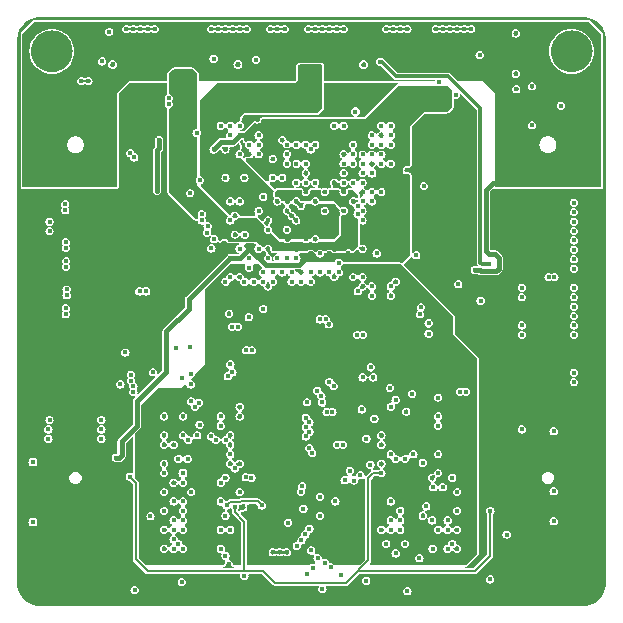
<source format=gbr>
%TF.GenerationSoftware,KiCad,Pcbnew,8.0.1*%
%TF.CreationDate,2024-05-09T15:37:20+08:00*%
%TF.ProjectId,ProDocument_ZYNQ7020_V1_2024-04-10,50726f44-6f63-4756-9d65-6e745f5a594e,rev?*%
%TF.SameCoordinates,Original*%
%TF.FileFunction,Copper,L3,Inr*%
%TF.FilePolarity,Positive*%
%FSLAX46Y46*%
G04 Gerber Fmt 4.6, Leading zero omitted, Abs format (unit mm)*
G04 Created by KiCad (PCBNEW 8.0.1) date 2024-05-09 15:37:20*
%MOMM*%
%LPD*%
G01*
G04 APERTURE LIST*
%TA.AperFunction,ViaPad*%
%ADD10C,0.400000*%
%TD*%
%TA.AperFunction,ViaPad*%
%ADD11C,0.450000*%
%TD*%
%TA.AperFunction,ViaPad*%
%ADD12C,3.500000*%
%TD*%
%TA.AperFunction,Conductor*%
%ADD13C,0.400000*%
%TD*%
%TA.AperFunction,Conductor*%
%ADD14C,0.200000*%
%TD*%
%TA.AperFunction,Conductor*%
%ADD15C,0.300000*%
%TD*%
G04 APERTURE END LIST*
D10*
%TO.N,Net-(U7F-PS_DDR_VREF0_502)*%
X187079203Y-73210797D03*
X182679203Y-72810797D03*
X190279204Y-72410797D03*
%TO.N,5V*%
X169229205Y-56160795D03*
X166079206Y-55960795D03*
X201079203Y-66410797D03*
X208479203Y-65610797D03*
X208479203Y-66410797D03*
X165679206Y-55960795D03*
X176579204Y-56860795D03*
X160544204Y-66210797D03*
X187232893Y-56745796D03*
X201079203Y-65610797D03*
X166479206Y-56660795D03*
X162479203Y-64610797D03*
X167979203Y-64710797D03*
X167979203Y-63710797D03*
X165479206Y-53660795D03*
X187779203Y-56685796D03*
X198579205Y-73810797D03*
%TO.N,DDRVTT*%
X173779204Y-100238298D03*
X199879203Y-100010798D03*
X169779203Y-100910797D03*
X201279204Y-96210797D03*
X185679203Y-100810798D03*
X192879204Y-101010797D03*
%TO.N,Net-(X1-VCC)*%
X175029205Y-62210797D03*
%TO.N,Net-(U7B-PS_MIO_VREF_501)*%
X180279203Y-68810798D03*
D11*
%TO.N,Net-(LED3-A)*%
X188479203Y-60410797D03*
D10*
%TO.N,Net-(U5-ZQ)*%
X180554939Y-93745798D03*
X177579203Y-93745798D03*
%TO.N,VREF_DDR*%
X199901703Y-94210797D03*
X169379205Y-91330795D03*
X190679204Y-91010797D03*
X178279203Y-93860796D03*
X172279203Y-91010798D03*
%TO.N,Net-(U7E-PS_DDR_VRP_502)*%
X182279203Y-74010797D03*
%TO.N,Net-(U7B-PS_MIO40_501)*%
X169000000Y-80800000D03*
X175479203Y-69110797D03*
%TO.N,Net-(U7C-PROGRAM_B_0)*%
X185479203Y-72410797D03*
%TO.N,GND*%
X189079203Y-72010797D03*
X201179203Y-81010797D03*
X197079203Y-53410797D03*
X179479203Y-64010798D03*
X164679203Y-84910797D03*
X185679203Y-53410797D03*
X177479203Y-53410797D03*
D11*
X167929205Y-56410795D03*
D10*
X171479203Y-53410797D03*
X181479203Y-64410797D03*
X197192348Y-74390254D03*
X164679203Y-83910797D03*
X177879202Y-90210798D03*
X171029204Y-70360797D03*
X169729205Y-99610797D03*
X197192348Y-73790254D03*
D11*
X189182893Y-56435796D03*
D10*
X183079203Y-69210797D03*
X181879203Y-53410797D03*
X204200000Y-86000000D03*
X168929205Y-69110797D03*
X172279203Y-87810797D03*
X202051000Y-53790000D03*
X185879203Y-68810797D03*
X183879203Y-68410797D03*
X173529205Y-74110797D03*
X196679203Y-91410797D03*
D12*
X162779204Y-99310797D03*
D11*
X161779203Y-92610797D03*
D10*
X202500000Y-81700000D03*
X177779203Y-77510798D03*
X207100000Y-74500000D03*
X172279203Y-97410797D03*
X202051000Y-57190000D03*
D12*
X206779203Y-55310798D03*
D10*
X165879203Y-57810797D03*
X178679203Y-86210798D03*
X177742322Y-98747678D03*
X181279203Y-53410797D03*
X185079204Y-68010797D03*
X186129205Y-59610797D03*
X202100000Y-58500000D03*
X173079203Y-88610797D03*
X194179203Y-94610798D03*
X196229204Y-61560797D03*
X166429205Y-93510797D03*
X181479203Y-97710798D03*
X184479203Y-53410797D03*
X181079203Y-69610797D03*
X182079203Y-97710798D03*
X197679203Y-53410797D03*
X201179203Y-83710797D03*
X191479203Y-76010797D03*
X186679204Y-66410797D03*
X189079202Y-75210799D03*
X191879203Y-74810797D03*
X179079203Y-66010797D03*
X176879203Y-53410797D03*
X185079204Y-63210798D03*
X182679203Y-97710798D03*
X192879203Y-53410797D03*
X186679205Y-74410797D03*
X183479202Y-69610798D03*
X192829204Y-65360797D03*
X187479203Y-68810797D03*
X187479203Y-67210797D03*
X188279203Y-68010797D03*
X178279203Y-70810797D03*
X178679203Y-53410797D03*
X194979203Y-91410797D03*
D11*
X161179203Y-92610797D03*
D10*
X170279203Y-53410797D03*
X192279203Y-53410797D03*
X182279203Y-62810797D03*
X165279203Y-57810797D03*
X184279203Y-67210797D03*
X190679205Y-87810797D03*
X170029204Y-70960797D03*
X183879203Y-74010797D03*
X180179203Y-61060797D03*
X182679203Y-68810798D03*
X172279202Y-95810798D03*
X178979203Y-93915797D03*
X177379203Y-71510797D03*
X185879204Y-67210797D03*
X181079204Y-72010797D03*
X174229205Y-73510797D03*
X169929205Y-77610797D03*
X197079203Y-97410797D03*
X168929205Y-69710797D03*
X169229205Y-89610797D03*
X178679203Y-85410798D03*
X182479203Y-53410797D03*
X173879204Y-86210798D03*
D11*
X160579203Y-92610797D03*
D12*
X206779203Y-99310797D03*
D10*
X198279203Y-53410797D03*
X167129205Y-96710797D03*
D12*
X162779203Y-55310797D03*
D10*
X178079203Y-53410797D03*
X181879203Y-68010798D03*
X182679204Y-70410797D03*
X189979203Y-82910797D03*
X174229205Y-74110797D03*
X197192348Y-73190254D03*
X189879203Y-64810798D03*
X181079203Y-75210797D03*
X197229204Y-61960797D03*
X177479203Y-63610797D03*
X172279203Y-88610797D03*
X187479203Y-64010798D03*
D11*
X178529202Y-56410795D03*
D10*
X185079203Y-53410797D03*
X187479203Y-53410797D03*
X200179203Y-70510797D03*
X178679203Y-90210798D03*
X192779203Y-85810797D03*
X178279203Y-69210797D03*
X190679204Y-90210798D03*
X186879203Y-53410797D03*
X190079203Y-86410797D03*
X186129205Y-60410797D03*
X176279203Y-53410797D03*
X203429204Y-58260797D03*
X191079203Y-53410797D03*
X197079204Y-94210797D03*
X191679203Y-53410797D03*
X164179203Y-84410797D03*
X170879203Y-53410797D03*
X201200000Y-79500000D03*
X206700000Y-67300000D03*
X171329205Y-72410797D03*
X175629205Y-100910797D03*
X184279203Y-65610797D03*
X173529205Y-74910797D03*
X196479203Y-53410797D03*
X172279203Y-94210797D03*
X172279203Y-86210797D03*
X190679203Y-62410798D03*
X169079203Y-53410797D03*
X206992348Y-81690254D03*
X178679203Y-74410798D03*
X189079203Y-67210797D03*
X183479203Y-68010798D03*
X190679203Y-88610797D03*
X172279202Y-90210798D03*
X197079204Y-95810798D03*
X177879203Y-88610797D03*
X190679204Y-95810798D03*
X206992348Y-88890254D03*
X186279203Y-53410797D03*
X200479203Y-71110797D03*
X173079203Y-91810798D03*
X186224847Y-78411794D03*
X164679203Y-84910797D03*
X179279203Y-53410797D03*
X195279203Y-53410797D03*
X177479204Y-91410797D03*
X185079203Y-71210797D03*
X177879203Y-87810797D03*
X169679203Y-53410797D03*
X169229205Y-85710797D03*
X195879203Y-53410797D03*
%TO.N,Net-(U7B-PS_SRST_B_501)*%
X177879202Y-69610798D03*
%TO.N,Net-(U7C-INIT_B_0)*%
X188664836Y-69070632D03*
%TO.N,Net-(U7A-PS_POR_B_500)*%
X178679203Y-72010797D03*
%TO.N,Net-(U7E-PS_DDR_VRN_502)*%
X181483618Y-74021839D03*
%TO.N,AIO_6_N*%
X188279203Y-66410797D03*
X202579203Y-78510797D03*
%TO.N,AIO_22_P*%
X206979203Y-73710799D03*
X191479203Y-63210798D03*
%TO.N,AIO_21_N*%
X190679204Y-63210798D03*
X206979202Y-75310798D03*
%TO.N,AIO_12_P*%
X189879204Y-63210797D03*
%TO.N,AIO_2_P*%
X189079203Y-68010798D03*
%TO.N,AIO_14_N*%
X187479203Y-61610797D03*
%TO.N,JTAG_TCK*%
X205258203Y-95090796D03*
X181079204Y-70410799D03*
%TO.N,AIO_24_P*%
X187479204Y-65610797D03*
X202579203Y-76110797D03*
%TO.N,AIO_8_N*%
X206979203Y-78510797D03*
%TO.N,AIO_17_N*%
X206979203Y-68110799D03*
%TO.N,AIO_14_P*%
X186679203Y-61610797D03*
%TO.N,AIO_4_N*%
X206979203Y-82510797D03*
%TO.N,AIO_17_P*%
X206979203Y-68910797D03*
%TO.N,AIO_7_N*%
X206979203Y-71310798D03*
%TO.N,AIO_10_N*%
X205324203Y-74406863D03*
%TO.N,AIO_12_N*%
X189879204Y-62410798D03*
%TO.N,AIO_5_P*%
X189079203Y-66410797D03*
%TO.N,AIO_4_P*%
X206979205Y-83310797D03*
%TO.N,AIO_21_P*%
X190679203Y-64010798D03*
X206979204Y-76110798D03*
%TO.N,AIO_3_N*%
X190679203Y-67210797D03*
%TO.N,AIO_15_P*%
X206979204Y-70510798D03*
%TO.N,AIO_2_N*%
X189879204Y-68010798D03*
%TO.N,AIO_19_N*%
X188279203Y-64010797D03*
%TO.N,AIO_10_P*%
X204834204Y-74406863D03*
%TO.N,AIO_22_N*%
X206979203Y-72910797D03*
X191479203Y-62410797D03*
%TO.N,AIO_19_P*%
X188279203Y-64810798D03*
%TO.N,JTAG_TDO*%
X181079203Y-72810797D03*
X205258203Y-92550798D03*
%TO.N,JTAG_TMS*%
X183479202Y-72810797D03*
X205258203Y-87470797D03*
%TO.N,AIO_16_N*%
X191479204Y-61610797D03*
%TO.N,AIO_1_N*%
X189079202Y-69610798D03*
%TO.N,AIO_7_P*%
X206979205Y-72110797D03*
%TO.N,AIO_16_P*%
X190679203Y-61610797D03*
%TO.N,AIO_18_P*%
X206979205Y-77710797D03*
X190679203Y-64810799D03*
%TO.N,AIO_8_P*%
X206979202Y-79310797D03*
%TO.N,AIO_1_P*%
X189079203Y-68810797D03*
%TO.N,AIO_15_N*%
X206979202Y-69710798D03*
%TO.N,AIO_18_N*%
X191479203Y-64810797D03*
X206979203Y-76910798D03*
%TO.N,AIO_3_P*%
X189879204Y-67210797D03*
%TO.N,AIO_6_P*%
X202579205Y-79310797D03*
X187479203Y-66410797D03*
%TO.N,JTAG_TDI*%
X202579203Y-87310797D03*
X181879204Y-72810797D03*
%TO.N,AIO_5_N*%
X189079203Y-65610798D03*
%TO.N,AIO_24_N*%
X202579205Y-75310798D03*
X187479203Y-64810797D03*
%TO.N,SDO_D1*%
X162479204Y-88110797D03*
%TO.N,BIO_1_P*%
X162579204Y-70510798D03*
X178679203Y-61610797D03*
%TO.N,SDO_CMD*%
X166979203Y-88110797D03*
%TO.N,BIO_15_P*%
X163965650Y-71955797D03*
%TO.N,BIO_18_P*%
X163904669Y-68755798D03*
%TO.N,SDO_D0*%
X162479203Y-87310797D03*
%TO.N,BIO_4_P*%
X163980857Y-73555800D03*
%TO.N,BIO_5_P*%
X180279203Y-63210798D03*
X169752445Y-64284039D03*
X163963861Y-77555797D03*
%TO.N,SDO_D2*%
X166979204Y-86510796D03*
%TO.N,SDO_D3*%
X166979203Y-87310798D03*
%TO.N,BIO_13_P*%
X164031428Y-75955798D03*
X182679204Y-64810797D03*
%TO.N,BIO_5_N*%
X169405961Y-63937556D03*
X163963860Y-77065797D03*
X180279204Y-62410798D03*
%TO.N,BIO_13_N*%
X182679203Y-64010797D03*
X164031428Y-75465797D03*
%TO.N,BIO_1_N*%
X162579203Y-69710798D03*
X177879203Y-61610797D03*
%TO.N,BIO_18_N*%
X163904668Y-68265798D03*
%TO.N,BIO_4_N*%
X163980858Y-73065798D03*
%TO.N,BIO_15_N*%
X163965651Y-71465798D03*
%TO.N,SDO_CLK*%
X162579203Y-86510798D03*
%TO.N,DDR_CKE*%
X197079204Y-92610798D03*
X183979204Y-92110797D03*
X178679203Y-92610797D03*
%TO.N,DDR_A4*%
X177879202Y-95810798D03*
X196279204Y-95810798D03*
X183914203Y-96685794D03*
%TO.N,DDR_BA1*%
X179679204Y-91400797D03*
X196279204Y-95010797D03*
X188279203Y-74410798D03*
%TO.N,DDR_A6*%
X187279204Y-99675617D03*
X185266083Y-84048916D03*
X184679203Y-74810797D03*
X196679203Y-97010797D03*
X177479203Y-98010798D03*
%TO.N,DDR_A1*%
X195479204Y-95810797D03*
X177079203Y-95810798D03*
X183514204Y-97175798D03*
%TO.N,DDR_A11*%
X184279203Y-86310797D03*
X186394202Y-98975798D03*
X181479203Y-74810797D03*
X193894204Y-98210797D03*
%TO.N,DDR_A14*%
X180679203Y-74810797D03*
X195014204Y-97410798D03*
X184579203Y-86710797D03*
X177079203Y-97410798D03*
X185879203Y-98610798D03*
%TO.N,DDR_A8*%
X184363572Y-99552667D03*
X196279204Y-97410798D03*
X179079203Y-99710798D03*
%TO.N,DDR_RAS*%
X173879204Y-91810798D03*
X188892314Y-91197685D03*
%TO.N,DDR_A10*%
X184279203Y-87110798D03*
X194479203Y-93810797D03*
X180679203Y-74010797D03*
X177079204Y-93410797D03*
X185479203Y-93010798D03*
%TO.N,DDR_A12*%
X185479203Y-94610798D03*
X177479203Y-94610798D03*
X184579203Y-87510798D03*
X194979203Y-95010797D03*
X179879203Y-74810797D03*
%TO.N,DDR_CAS*%
X186629899Y-83635255D03*
X174568758Y-92615797D03*
X187079205Y-74010797D03*
X188017412Y-90796544D03*
%TO.N,DDR_WE*%
X185601083Y-84483651D03*
X187562483Y-91620314D03*
X173879205Y-93410797D03*
X185479203Y-74010797D03*
%TO.N,DDR_BA2*%
X183079204Y-74010797D03*
X192279203Y-94210797D03*
X184379203Y-85010797D03*
X173879203Y-94210797D03*
X186779203Y-93410797D03*
%TO.N,DDR_A13*%
X191879203Y-97810797D03*
X184279203Y-87910798D03*
X185279204Y-98210798D03*
X173879204Y-97410798D03*
X179079203Y-74810797D03*
%TO.N,DDR_A0*%
X173879204Y-95010797D03*
X192279204Y-95010797D03*
X184079203Y-94010797D03*
%TO.N,DDR_A5*%
X191479203Y-95810798D03*
X173079203Y-95810798D03*
X184249203Y-96195791D03*
%TO.N,DDR_A9*%
X183079203Y-74810797D03*
X173479204Y-97010797D03*
X184861703Y-99028297D03*
X184578485Y-88886857D03*
X192679204Y-97010797D03*
%TO.N,DDR_A2*%
X192279203Y-95810798D03*
X184584202Y-95705951D03*
X173879204Y-95810798D03*
%TO.N,DDR_A7*%
X184729203Y-97560798D03*
X191079203Y-97010797D03*
X173079202Y-96610798D03*
X183879204Y-74810797D03*
X184824203Y-89310798D03*
%TO.N,DDR_ODT*%
X172279202Y-92610799D03*
X186279203Y-74010797D03*
X188351922Y-91638078D03*
X186283416Y-83288772D03*
%TO.N,DDR_A3*%
X191479203Y-95010797D03*
X182779203Y-95210798D03*
X171129203Y-94660797D03*
X173079203Y-95010797D03*
%TO.N,DDR_CS*%
X191479203Y-93410797D03*
X173079203Y-93410798D03*
X183879203Y-92600800D03*
%TO.N,DDR_BA0*%
X185651472Y-85027536D03*
X184679204Y-74010797D03*
%TO.N,PG_1V0*%
X180064200Y-56010797D03*
X167629204Y-53660795D03*
X167029204Y-56160795D03*
%TO.N,PG_1V8*%
X197179203Y-75010797D03*
X176479203Y-55910797D03*
X199079203Y-76410798D03*
%TO.N,PG_1V5*%
X199779203Y-73310797D03*
X190579203Y-56185796D03*
%TO.N,DDR_D15*%
X174539204Y-83496238D03*
X177679204Y-82810798D03*
%TO.N,DDR_DM0*%
X176655040Y-88199615D03*
X174479203Y-80310797D03*
%TO.N,DDR_D1*%
X173279204Y-80410797D03*
X176259203Y-87910798D03*
%TO.N,DDR_RESET*%
X173079203Y-97410798D03*
X189400000Y-100110797D03*
X177879203Y-74410797D03*
%TO.N,DDR_D0*%
X174329203Y-88210798D03*
X174564203Y-84932945D03*
%TO.N,DDR_D6*%
X174899203Y-85410798D03*
X175079203Y-87810797D03*
%TO.N,DDR_D8*%
X180679203Y-77110797D03*
X177504203Y-88210798D03*
%TO.N,DDR_DQS1_P*%
X179724203Y-80610797D03*
X177079203Y-87010797D03*
%TO.N,DDR_DM1*%
X173879205Y-87810797D03*
X175279203Y-86910797D03*
%TO.N,DDR_D5*%
X179454203Y-77810797D03*
X178279204Y-90610798D03*
%TO.N,DDR_DQS1_N*%
X179234204Y-80610798D03*
X177079203Y-86210798D03*
%TO.N,DDR_DQS0_N*%
X174279203Y-89810797D03*
X178034203Y-78610797D03*
%TO.N,DDR_DQS0_P*%
X173479204Y-89810798D03*
X178524203Y-78610798D03*
%TO.N,DDR_D11*%
X174566557Y-82583717D03*
X178066877Y-82479077D03*
D11*
%TO.N,DDR_D4*%
X173879204Y-91010797D03*
D10*
X175234203Y-85046582D03*
%TO.N,DDR_D3*%
X177879203Y-89410797D03*
X177479203Y-74810797D03*
%TO.N,DDR_CLK_N*%
X186524203Y-85835803D03*
X185959277Y-77999999D03*
X179190470Y-91365538D03*
X187424204Y-88610797D03*
X195879203Y-92210797D03*
%TO.N,DDR_D13*%
X173830158Y-82933431D03*
X177893054Y-81807636D03*
%TO.N,DDR_CLK_P*%
X186934203Y-88610797D03*
X195079204Y-92210797D03*
X185469278Y-78000000D03*
X186034203Y-85835803D03*
X177079203Y-91810798D03*
%TO.N,SD_CMD*%
X178679203Y-64010797D03*
X175963622Y-70095216D03*
X169479242Y-83175472D03*
%TO.N,AIO_9_P*%
X189079203Y-64810797D03*
X203429203Y-61560797D03*
%TO.N,SD_D1*%
X176526690Y-71210797D03*
X171341997Y-82473593D03*
%TO.N,BIO_12_P*%
X184679203Y-63610797D03*
%TO.N,BIO_20_N*%
X183479203Y-66410797D03*
%TO.N,QSPI_D1*%
X176279203Y-71985797D03*
X179479204Y-72810797D03*
%TO.N,MIO7*%
X179091204Y-70822798D03*
%TO.N,BIO_17_N*%
X172679203Y-59755798D03*
X172679203Y-59755798D03*
%TO.N,BIO_12_N*%
X184279203Y-63210798D03*
%TO.N,UART1_TX*%
X177879203Y-68010797D03*
D11*
X161179203Y-95150797D03*
%TO.N,PL_CLK*%
X189879205Y-65610797D03*
D10*
X194279203Y-66710797D03*
%TO.N,AIO_9_N*%
X189879204Y-64010798D03*
%TO.N,BIO_3_N*%
X179479204Y-63210798D03*
%TO.N,BIO_19_P*%
X182279204Y-66010798D03*
%TO.N,PS_CLK*%
X175299203Y-66210797D03*
X180279203Y-72010797D03*
%TO.N,BIO_3_P*%
X180279204Y-64010798D03*
%TO.N,BIO_17_P*%
X172679204Y-59265797D03*
X172679204Y-59265797D03*
%TO.N,BIO_2_N*%
X177079203Y-61610797D03*
%TO.N,MIO8*%
X179479204Y-73610797D03*
%TO.N,SD_D2*%
X169679203Y-84147679D03*
X180679203Y-67610797D03*
D11*
%TO.N,UART1_RX*%
X161179203Y-90070797D03*
D10*
X178679203Y-68010797D03*
%TO.N,BIO_22_P*%
X185079204Y-66410797D03*
%TO.N,DONE*%
X197000000Y-59000000D03*
X188679203Y-68410797D03*
%TO.N,BIO_2_P*%
X177879203Y-62410798D03*
%TO.N,BIO_14_N*%
X182679203Y-63210798D03*
%TO.N,BIO_19_N*%
X181479203Y-66010798D03*
%TO.N,AIO_20_P*%
X189079203Y-64010798D03*
D11*
%TO.N,BIO_24_P*%
X170749203Y-75610798D03*
D10*
X184279203Y-64810798D03*
%TO.N,BIO_20_P*%
X184279203Y-66410797D03*
%TO.N,BIO_14_P*%
X183479203Y-63210797D03*
%TO.N,SD_D0*%
X175479203Y-69610797D03*
X169475505Y-82685484D03*
%TO.N,SD_D3*%
X169687851Y-83639462D03*
X175917991Y-70649585D03*
X177479203Y-66010798D03*
%TO.N,AIO_20_N*%
X188279203Y-63210798D03*
%TO.N,DDR_D29*%
X191479203Y-85410798D03*
X191479204Y-75210798D03*
%TO.N,DDR_D18*%
X188679203Y-75610798D03*
X191479203Y-89410797D03*
%TO.N,DDR_D17*%
X195479203Y-89410797D03*
X189013336Y-85618693D03*
%TO.N,DDR_D22*%
X189879203Y-76010797D03*
X189401924Y-88088076D03*
%TO.N,DDR_D25*%
X194679203Y-79210798D03*
X191879203Y-84810798D03*
%TO.N,DDR_D20*%
X189742059Y-90312960D03*
X189079203Y-74410797D03*
%TO.N,DDR_D21*%
X189779204Y-82037036D03*
X194179203Y-90145797D03*
%TO.N,DDR_D27*%
X194679203Y-78310798D03*
X191400626Y-83805389D03*
%TO.N,DDR_DM3*%
X193944203Y-77560797D03*
X193279203Y-84310798D03*
%TO.N,DDR_D19*%
X193389812Y-89415268D03*
X189079203Y-82910798D03*
%TO.N,DDR_D23*%
X195479204Y-91010798D03*
X189879205Y-75210797D03*
%TO.N,DDR_D28*%
X195479204Y-84610797D03*
X194029203Y-76960797D03*
%TO.N,DDR_DQS2_N*%
X191879202Y-89810799D03*
X189124203Y-79310797D03*
%TO.N,DDR_DQS3_N*%
X197334203Y-84110797D03*
X195479204Y-86210797D03*
%TO.N,DDR_DQS3_P*%
X195479203Y-87010798D03*
X197824204Y-84110797D03*
%TO.N,DDR_DQS2_P*%
X192679205Y-89810797D03*
X188634203Y-79310797D03*
D11*
%TO.N,BIO_24_N*%
X170209202Y-75610798D03*
D10*
X183479203Y-64810797D03*
%TO.N,1.8V*%
X183479203Y-70410797D03*
X182679203Y-71210797D03*
X179479204Y-68010797D03*
X184279203Y-71210797D03*
X184879204Y-57360795D03*
X177879203Y-64810797D03*
X186679205Y-68810797D03*
X168579203Y-83500000D03*
X183879204Y-69210797D03*
X181879203Y-70410797D03*
X179879203Y-66010798D03*
X181079204Y-68810798D03*
X177479203Y-67610797D03*
X185079204Y-68810798D03*
%TO.N,1.0V*%
X182279205Y-67610797D03*
X183479203Y-67210797D03*
X185079204Y-72010797D03*
X186679205Y-72010796D03*
X186679203Y-67210797D03*
X187879204Y-67610798D03*
X187879202Y-71610797D03*
X182679203Y-68010797D03*
X181879203Y-72010797D03*
X183479203Y-72010797D03*
X174379206Y-57360795D03*
X185079204Y-67210796D03*
%TO.N,1.5V*%
X171079203Y-98010798D03*
X197479203Y-95010797D03*
X180679202Y-95810798D03*
X197879203Y-92210797D03*
X182079203Y-77510798D03*
X172279203Y-96610798D03*
X196279203Y-92610797D03*
X197979204Y-94210797D03*
X188679204Y-74010797D03*
X197879204Y-81610797D03*
X193179204Y-78210797D03*
X197079203Y-91010798D03*
X172279203Y-85410798D03*
X171079203Y-96210797D03*
X192679204Y-78510797D03*
X194879203Y-90210798D03*
X173079203Y-86210798D03*
X185079203Y-75210797D03*
X193072262Y-90298938D03*
X197079204Y-87010798D03*
X179079204Y-75610798D03*
X178679203Y-87010797D03*
X191479203Y-87810797D03*
X172279203Y-89410797D03*
X197079204Y-96610798D03*
X197879203Y-90510797D03*
X197079204Y-88610797D03*
X171079203Y-96810797D03*
X179169204Y-89925797D03*
X196279203Y-85410798D03*
X179979204Y-93910797D03*
X197879203Y-88610797D03*
X189779204Y-88510798D03*
X173079203Y-87810798D03*
X178279203Y-93010798D03*
X190679204Y-74410798D03*
X197879204Y-86910797D03*
X197079203Y-87810797D03*
X197979203Y-97810797D03*
X171079203Y-97410797D03*
X177879203Y-85410798D03*
X170901703Y-91210798D03*
X172279203Y-95010797D03*
X182279204Y-74810797D03*
X198179203Y-95710797D03*
X172279202Y-87010798D03*
X191065626Y-84310797D03*
X192179203Y-78210797D03*
X173479203Y-92210797D03*
X177079203Y-90210798D03*
X190079203Y-96170794D03*
X190679203Y-87010797D03*
X180279204Y-73610798D03*
X177079203Y-75210797D03*
X173079202Y-91010798D03*
X187879204Y-77810797D03*
X189879204Y-76810797D03*
X193279203Y-93410798D03*
X191479203Y-86210797D03*
%TO.N,3.3V*%
X183079203Y-66010798D03*
X188279203Y-65610797D03*
X174384203Y-77110797D03*
X174479203Y-67310797D03*
X199000000Y-55610800D03*
X187879203Y-72410797D03*
X196079204Y-58410797D03*
X171879203Y-62810797D03*
X195572895Y-57910797D03*
X195279204Y-58410797D03*
X177879202Y-72810797D03*
X184679204Y-72410797D03*
X189079203Y-71210797D03*
X184279203Y-61610797D03*
X192279203Y-61610797D03*
X168179203Y-89710797D03*
X176479203Y-63610797D03*
X185879203Y-64810797D03*
X191479204Y-64010798D03*
X178679203Y-62410798D03*
X205879204Y-59910797D03*
X191879203Y-71610797D03*
X189879204Y-68810797D03*
X186679204Y-62410798D03*
X183479203Y-64010798D03*
X189079202Y-63210798D03*
X192279203Y-69610797D03*
X186279202Y-72410799D03*
X194479204Y-58410797D03*
X193629204Y-72560797D03*
X181079204Y-63210798D03*
X171679203Y-67110798D03*
X179479204Y-72010797D03*
X190679204Y-66410797D03*
%TD*%
D13*
%TO.N,5V*%
X199500000Y-67000000D02*
X199500000Y-72200000D01*
X200600000Y-72800000D02*
X200600000Y-73700000D01*
X200089203Y-66410797D02*
X199500000Y-67000000D01*
X199010797Y-73810797D02*
X198579205Y-73810797D01*
X200400000Y-73900000D02*
X199100000Y-73900000D01*
X199500000Y-72200000D02*
X199800000Y-72500000D01*
X199800000Y-72500000D02*
X200300000Y-72500000D01*
X201079203Y-66410797D02*
X200089203Y-66410797D01*
X199100000Y-73900000D02*
X199010797Y-73810797D01*
X200600000Y-73700000D02*
X200400000Y-73900000D01*
X200300000Y-72500000D02*
X200600000Y-72800000D01*
D14*
%TO.N,Net-(U5-ZQ)*%
X178719204Y-93470797D02*
X178779203Y-93410797D01*
X177854204Y-93470797D02*
X178719204Y-93470797D01*
X178779203Y-93410797D02*
X180219939Y-93410797D01*
X177579203Y-93745798D02*
X177854204Y-93470797D01*
X180219939Y-93410797D02*
X180554939Y-93745798D01*
%TO.N,VREF_DDR*%
X178279204Y-94310798D02*
X179079204Y-95110797D01*
X179079204Y-95110797D02*
X179079203Y-99310797D01*
X169879204Y-91830795D02*
X169379205Y-91330795D01*
X179079203Y-99310797D02*
X180679203Y-99310797D01*
X199901703Y-97988297D02*
X199901703Y-94210797D01*
X181679203Y-100310798D02*
X187679202Y-100310798D01*
X189979203Y-91010798D02*
X189579204Y-91410797D01*
X189579203Y-98410797D02*
X187679202Y-100310798D01*
X189579204Y-91410797D02*
X189579203Y-98410797D01*
X180679203Y-99310797D02*
X181679203Y-100310798D01*
X188679203Y-99310797D02*
X198579203Y-99310797D01*
X170879204Y-99310797D02*
X169879204Y-98310798D01*
X169879204Y-98310798D02*
X169879204Y-91830795D01*
X179079203Y-99310797D02*
X170879204Y-99310797D01*
X190679204Y-91010797D02*
X189979203Y-91010798D01*
X178279203Y-93860796D02*
X178279204Y-94310798D01*
X187679202Y-100310798D02*
X188679203Y-99310797D01*
X198579203Y-99310797D02*
X199901703Y-97988297D01*
D15*
%TO.N,PG_1V5*%
X191943548Y-57410797D02*
X196345000Y-57410797D01*
X190579203Y-56185796D02*
X190718547Y-56185796D01*
X196345000Y-57410797D02*
X199052348Y-60118145D01*
X199052348Y-73183942D02*
X199179203Y-73310797D01*
X190718547Y-56185796D02*
X191943548Y-57410797D01*
X199179203Y-73310797D02*
X199779203Y-73310797D01*
X199052348Y-60118145D02*
X199052348Y-73183942D01*
D13*
%TO.N,1.8V*%
X181879204Y-69610798D02*
X181079204Y-68810798D01*
X181879203Y-70410797D02*
X181879204Y-69610798D01*
X179879204Y-67610797D02*
X179479204Y-68010797D01*
X186504203Y-68635797D02*
X186679205Y-68810797D01*
X184279203Y-68810798D02*
X183879204Y-69210797D01*
X183969204Y-69407833D02*
X183969204Y-69920798D01*
X179879203Y-66010798D02*
X179879204Y-67610797D01*
X185079204Y-68810798D02*
X185254203Y-68635797D01*
X177492348Y-67290254D02*
X178758661Y-67290254D01*
X178758661Y-67290254D02*
X179479204Y-68010797D01*
X183879204Y-69210797D02*
X183879204Y-69317833D01*
X183479203Y-70410797D02*
X182679203Y-71210797D01*
X183879204Y-69317833D02*
X183969204Y-69407833D01*
X177479203Y-67610797D02*
X177479203Y-67303399D01*
X177479203Y-67303399D02*
X177492348Y-67290254D01*
X183969204Y-69920798D02*
X183479203Y-70410797D01*
X185079204Y-68810798D02*
X184279203Y-68810798D01*
%TO.N,1.0V*%
X186504203Y-71835797D02*
X186679205Y-72010796D01*
X182679203Y-68010797D02*
X182679203Y-67810797D01*
X187879202Y-71610797D02*
X187679202Y-71810797D01*
X186879204Y-71810797D02*
X186679205Y-72010796D01*
X183654203Y-71835798D02*
X184904203Y-71835797D01*
X183479203Y-72010797D02*
X183654203Y-71835798D01*
X187679202Y-71810797D02*
X186879204Y-71810797D01*
X185254203Y-71835798D02*
X186504203Y-71835797D01*
X184904203Y-71835797D02*
X185079204Y-72010797D01*
X185079204Y-72010797D02*
X185254203Y-71835798D01*
%TO.N,3.3V*%
X179479204Y-72010797D02*
X178679203Y-72810797D01*
X171879203Y-62810797D02*
X171879203Y-63510797D01*
X171700000Y-63690000D02*
X171700000Y-67090001D01*
X168479203Y-89710797D02*
X168679203Y-89510797D01*
X172479204Y-82410796D02*
X172479204Y-79015796D01*
X168179203Y-89710797D02*
X168479203Y-89710797D01*
X172479204Y-79015796D02*
X174384203Y-77110797D01*
X183679204Y-73410797D02*
X180879204Y-73410797D01*
D14*
X191089203Y-63620797D02*
X191479204Y-64010798D01*
D13*
X191169204Y-67520797D02*
X189879204Y-68810797D01*
X191479203Y-68810797D02*
X192279203Y-69610797D01*
X186189204Y-72500797D02*
X186279202Y-72410799D01*
D14*
X188669203Y-63620797D02*
X191089203Y-63620797D01*
D13*
X189879204Y-68810797D02*
X191479203Y-68810797D01*
D14*
X190479204Y-66210797D02*
X190679204Y-66410797D01*
D15*
X192279203Y-61610797D02*
X192279203Y-63210799D01*
D13*
X177879202Y-72810797D02*
X174384203Y-76305797D01*
D14*
X188679203Y-66010798D02*
X189746230Y-66010798D01*
X186269203Y-65200798D02*
X185879203Y-64810797D01*
D13*
X169988386Y-84901614D02*
X172479204Y-82410796D01*
D14*
X183079203Y-64410798D02*
X183079203Y-66010798D01*
D13*
X178079204Y-63010797D02*
X178679203Y-62410798D01*
X180679203Y-61810797D02*
X181079204Y-62210798D01*
X181079204Y-62210798D02*
X181079204Y-63210798D01*
X168679203Y-89510797D02*
X168679203Y-88310797D01*
X178679203Y-72810797D02*
X177879202Y-72810797D01*
D14*
X187146229Y-66010797D02*
X187156229Y-66020797D01*
D13*
X176479203Y-63610797D02*
X177079203Y-63010797D01*
X171879203Y-63510797D02*
X171700000Y-63690000D01*
X191169203Y-66900797D02*
X191169204Y-67520797D01*
D14*
X183479203Y-64010798D02*
X183079203Y-64410798D01*
D13*
X171700000Y-67090001D02*
X171679203Y-67110798D01*
X189879203Y-70410797D02*
X189079203Y-71210797D01*
X174384203Y-76305797D02*
X174384203Y-77110797D01*
D14*
X189746230Y-66010798D02*
X189946229Y-66210797D01*
D13*
X186369203Y-72500798D02*
X186279202Y-72410799D01*
D14*
X181469204Y-63600798D02*
X183069203Y-63600798D01*
D13*
X184679204Y-72410797D02*
X184769204Y-72500798D01*
X169988386Y-87001614D02*
X169988386Y-84901614D01*
D14*
X188279203Y-65610797D02*
X187879203Y-65210798D01*
D13*
X168679203Y-88310797D02*
X169988386Y-87001614D01*
D14*
X181079204Y-63210798D02*
X181469204Y-63600798D01*
X187869203Y-65200798D02*
X186269203Y-65200798D01*
X188669203Y-65220797D02*
X188669203Y-63620797D01*
D13*
X190679204Y-66410797D02*
X191169203Y-66900797D01*
X178679203Y-62410798D02*
X179279202Y-62410798D01*
X179279202Y-62410798D02*
X179879203Y-61810797D01*
X179879203Y-61810797D02*
X180679203Y-61810797D01*
D14*
X189946229Y-66210797D02*
X190479204Y-66210797D01*
X183069203Y-63600798D02*
X183479203Y-64010798D01*
D13*
X184679204Y-72410797D02*
X183679204Y-73410797D01*
D14*
X187869203Y-66020797D02*
X188279203Y-65610797D01*
D15*
X192279203Y-63210799D02*
X191479204Y-64010798D01*
D14*
X188279203Y-65610797D02*
X188679203Y-66010798D01*
X188279203Y-65610797D02*
X187869203Y-65200798D01*
X188279203Y-65610797D02*
X188669203Y-65220797D01*
X188669203Y-63620797D02*
X189079202Y-63210798D01*
D13*
X177079203Y-63010797D02*
X178079204Y-63010797D01*
X189879204Y-68810797D02*
X189879203Y-70410797D01*
D14*
X187869203Y-66020797D02*
X187156229Y-66020797D01*
D13*
X180879204Y-73410797D02*
X179479204Y-72010797D01*
%TD*%
%TA.AperFunction,Conductor*%
%TO.N,GND*%
G36*
X177700151Y-98502885D02*
G01*
X177720929Y-98520547D01*
X177776356Y-98546825D01*
X177783070Y-98550008D01*
X177783088Y-98550016D01*
X177785578Y-98551198D01*
X177785601Y-98551207D01*
X177794337Y-98555349D01*
X177795569Y-98555955D01*
X177837268Y-98577202D01*
X177851456Y-98584431D01*
X177863858Y-98593442D01*
X177896553Y-98626137D01*
X177905564Y-98638539D01*
X177926564Y-98679753D01*
X177931301Y-98694332D01*
X177937028Y-98730486D01*
X177937039Y-98730542D01*
X177941737Y-98751073D01*
X177951414Y-98783178D01*
X177951418Y-98783187D01*
X177980397Y-98835812D01*
X177982781Y-98840140D01*
X178028536Y-98892944D01*
X178033514Y-98898419D01*
X178102244Y-98940314D01*
X178169283Y-98959999D01*
X178180205Y-98961569D01*
X178188736Y-98962796D01*
X178220989Y-98981932D01*
X178230264Y-99018270D01*
X178211128Y-99050523D01*
X178181763Y-99060297D01*
X177314752Y-99060297D01*
X177280104Y-99045945D01*
X177265752Y-99011297D01*
X177280104Y-98976649D01*
X177308126Y-98962747D01*
X177312917Y-98962093D01*
X177325812Y-98960333D01*
X177386978Y-98938263D01*
X177446289Y-98901331D01*
X177452475Y-98897271D01*
X177504605Y-98835940D01*
X177534534Y-98772806D01*
X177547609Y-98730519D01*
X177553339Y-98694331D01*
X177558077Y-98679751D01*
X177579077Y-98638539D01*
X177598129Y-98601146D01*
X177598206Y-98600998D01*
X177598223Y-98600964D01*
X177598223Y-98600963D01*
X177598226Y-98600958D01*
X177598227Y-98600952D01*
X177599324Y-98597877D01*
X177599571Y-98597965D01*
X177601881Y-98591353D01*
X177608964Y-98577204D01*
X177616012Y-98548296D01*
X177620812Y-98528613D01*
X177642962Y-98498350D01*
X177680024Y-98492615D01*
X177700151Y-98502885D01*
G37*
%TD.AperFunction*%
%TA.AperFunction,Conductor*%
G36*
X181532551Y-97521815D02*
G01*
X181547120Y-97526549D01*
X181599681Y-97553331D01*
X181606295Y-97557610D01*
X181606388Y-97557482D01*
X181607441Y-97558241D01*
X181607450Y-97558248D01*
X181651797Y-97586749D01*
X181676708Y-97595040D01*
X181724772Y-97611038D01*
X181724781Y-97611040D01*
X181778486Y-97614880D01*
X181794469Y-97616023D01*
X181801861Y-97616375D01*
X181880084Y-97597398D01*
X181884943Y-97594745D01*
X181941397Y-97563919D01*
X181941403Y-97563915D01*
X181941402Y-97563915D01*
X181941407Y-97563913D01*
X181945387Y-97560932D01*
X181952501Y-97556501D01*
X182011279Y-97526553D01*
X182025855Y-97521815D01*
X182071542Y-97514580D01*
X182086861Y-97514580D01*
X182132551Y-97521815D01*
X182147120Y-97526549D01*
X182199681Y-97553331D01*
X182206295Y-97557610D01*
X182206388Y-97557482D01*
X182207441Y-97558241D01*
X182207450Y-97558248D01*
X182251797Y-97586749D01*
X182276708Y-97595040D01*
X182324772Y-97611038D01*
X182324781Y-97611040D01*
X182378486Y-97614880D01*
X182394469Y-97616023D01*
X182401861Y-97616375D01*
X182480084Y-97597398D01*
X182484943Y-97594745D01*
X182541397Y-97563919D01*
X182541403Y-97563915D01*
X182541402Y-97563915D01*
X182541407Y-97563913D01*
X182545387Y-97560932D01*
X182552501Y-97556501D01*
X182611279Y-97526553D01*
X182625855Y-97521815D01*
X182671542Y-97514580D01*
X182686861Y-97514580D01*
X182732551Y-97521815D01*
X182747120Y-97526549D01*
X182788339Y-97547551D01*
X182800738Y-97556561D01*
X182833433Y-97589256D01*
X182842444Y-97601657D01*
X182863448Y-97642877D01*
X182868186Y-97657459D01*
X182875419Y-97703127D01*
X182875419Y-97718457D01*
X182868183Y-97764143D01*
X182863445Y-97778724D01*
X182842449Y-97819931D01*
X182833438Y-97832333D01*
X182800739Y-97865032D01*
X182788337Y-97874043D01*
X182747127Y-97895041D01*
X182732547Y-97899779D01*
X182686871Y-97907014D01*
X182671541Y-97907014D01*
X182654739Y-97904352D01*
X182625856Y-97899778D01*
X182611278Y-97895041D01*
X182558719Y-97868261D01*
X182552123Y-97863989D01*
X182552028Y-97864122D01*
X182550955Y-97863348D01*
X182506603Y-97834844D01*
X182433618Y-97810554D01*
X182433610Y-97810552D01*
X182363953Y-97805574D01*
X182359228Y-97805349D01*
X182356531Y-97805221D01*
X182356530Y-97805221D01*
X182356527Y-97805221D01*
X182278310Y-97824201D01*
X182278309Y-97824201D01*
X182216985Y-97857690D01*
X182213004Y-97860671D01*
X182205889Y-97865100D01*
X182147126Y-97895041D01*
X182132547Y-97899779D01*
X182086871Y-97907014D01*
X182071541Y-97907014D01*
X182054739Y-97904352D01*
X182025856Y-97899778D01*
X182011278Y-97895041D01*
X181958719Y-97868261D01*
X181952123Y-97863989D01*
X181952028Y-97864122D01*
X181950955Y-97863348D01*
X181906603Y-97834844D01*
X181833618Y-97810554D01*
X181833610Y-97810552D01*
X181763953Y-97805574D01*
X181759228Y-97805349D01*
X181756531Y-97805221D01*
X181756530Y-97805221D01*
X181756527Y-97805221D01*
X181678310Y-97824201D01*
X181678309Y-97824201D01*
X181616985Y-97857690D01*
X181613004Y-97860671D01*
X181605889Y-97865100D01*
X181547126Y-97895041D01*
X181532547Y-97899779D01*
X181486871Y-97907014D01*
X181471541Y-97907014D01*
X181454739Y-97904352D01*
X181425856Y-97899778D01*
X181411278Y-97895041D01*
X181370065Y-97874042D01*
X181357666Y-97865033D01*
X181324969Y-97832336D01*
X181315958Y-97819934D01*
X181315956Y-97819931D01*
X181294957Y-97778719D01*
X181290220Y-97764140D01*
X181282985Y-97718456D01*
X181282985Y-97703138D01*
X181290221Y-97657446D01*
X181294955Y-97642877D01*
X181315955Y-97601663D01*
X181324961Y-97589267D01*
X181357667Y-97556559D01*
X181370059Y-97547555D01*
X181411283Y-97526550D01*
X181425855Y-97521815D01*
X181471542Y-97514580D01*
X181486861Y-97514580D01*
X181532551Y-97521815D01*
G37*
%TD.AperFunction*%
%TA.AperFunction,Conductor*%
G36*
X172332551Y-97221814D02*
G01*
X172347120Y-97226548D01*
X172388337Y-97247549D01*
X172400736Y-97256558D01*
X172444198Y-97300019D01*
X172450189Y-97307292D01*
X172451197Y-97308788D01*
X172490234Y-97353841D01*
X172490720Y-97354399D01*
X172507538Y-97365666D01*
X172513403Y-97369595D01*
X172534201Y-97400803D01*
X172526840Y-97437576D01*
X172511836Y-97452020D01*
X172503630Y-97457075D01*
X172503627Y-97457078D01*
X172455660Y-97507872D01*
X172452734Y-97512023D01*
X172447336Y-97518434D01*
X172400739Y-97565031D01*
X172388337Y-97574042D01*
X172347127Y-97595040D01*
X172332547Y-97599778D01*
X172286871Y-97607013D01*
X172271541Y-97607013D01*
X172254739Y-97604351D01*
X172225856Y-97599777D01*
X172211278Y-97595040D01*
X172170065Y-97574041D01*
X172157666Y-97565032D01*
X172124969Y-97532335D01*
X172115958Y-97519933D01*
X172115956Y-97519930D01*
X172094957Y-97478718D01*
X172090220Y-97464139D01*
X172089102Y-97457078D01*
X172082985Y-97418455D01*
X172082985Y-97403137D01*
X172090221Y-97357445D01*
X172094954Y-97342877D01*
X172115955Y-97301662D01*
X172124961Y-97289266D01*
X172157667Y-97256558D01*
X172170059Y-97247554D01*
X172211283Y-97226549D01*
X172225855Y-97221814D01*
X172271542Y-97214579D01*
X172286861Y-97214579D01*
X172332551Y-97221814D01*
G37*
%TD.AperFunction*%
%TA.AperFunction,Conductor*%
G36*
X197034229Y-97190904D02*
G01*
X197062615Y-97204361D01*
X197104900Y-97217436D01*
X197132548Y-97221814D01*
X197147123Y-97226549D01*
X197188337Y-97247548D01*
X197200735Y-97256557D01*
X197233434Y-97289256D01*
X197242445Y-97301658D01*
X197263448Y-97342877D01*
X197268186Y-97357458D01*
X197275419Y-97403126D01*
X197275419Y-97418456D01*
X197268183Y-97464142D01*
X197263445Y-97478723D01*
X197242449Y-97519930D01*
X197233438Y-97532332D01*
X197200739Y-97565031D01*
X197188337Y-97574042D01*
X197147127Y-97595040D01*
X197132547Y-97599778D01*
X197086871Y-97607013D01*
X197071541Y-97607013D01*
X197054739Y-97604351D01*
X197025856Y-97599777D01*
X197011278Y-97595040D01*
X196970068Y-97574042D01*
X196957668Y-97565034D01*
X196914203Y-97521570D01*
X196908209Y-97514293D01*
X196907197Y-97512791D01*
X196868182Y-97467770D01*
X196867669Y-97467180D01*
X196802187Y-97423319D01*
X196781387Y-97392113D01*
X196788745Y-97355339D01*
X196807208Y-97338949D01*
X196887790Y-97297892D01*
X196966298Y-97219384D01*
X196969582Y-97212939D01*
X196998098Y-97188581D01*
X197034229Y-97190904D01*
G37*
%TD.AperFunction*%
%TA.AperFunction,Conductor*%
G36*
X172332550Y-95621815D02*
G01*
X172347119Y-95626549D01*
X172388336Y-95647550D01*
X172400735Y-95656559D01*
X172444192Y-95700015D01*
X172450183Y-95707288D01*
X172451191Y-95708784D01*
X172451191Y-95708785D01*
X172451893Y-95709595D01*
X172490226Y-95753837D01*
X172490713Y-95754395D01*
X172490716Y-95754397D01*
X172513400Y-95769595D01*
X172534197Y-95800803D01*
X172526835Y-95837576D01*
X172511834Y-95852018D01*
X172503637Y-95857068D01*
X172503633Y-95857072D01*
X172455666Y-95907862D01*
X172452731Y-95912026D01*
X172447333Y-95918437D01*
X172400738Y-95965032D01*
X172388336Y-95974043D01*
X172347126Y-95995041D01*
X172332546Y-95999779D01*
X172286870Y-96007014D01*
X172271540Y-96007014D01*
X172254738Y-96004352D01*
X172225855Y-95999778D01*
X172211277Y-95995041D01*
X172170064Y-95974042D01*
X172157665Y-95965033D01*
X172124968Y-95932336D01*
X172115957Y-95919934D01*
X172115955Y-95919931D01*
X172094956Y-95878719D01*
X172090219Y-95864140D01*
X172089100Y-95857073D01*
X172082984Y-95818456D01*
X172082984Y-95803138D01*
X172090220Y-95757446D01*
X172094954Y-95742877D01*
X172115954Y-95701663D01*
X172124960Y-95689267D01*
X172157666Y-95656559D01*
X172170058Y-95647555D01*
X172211282Y-95626550D01*
X172225854Y-95621815D01*
X172271541Y-95614580D01*
X172286860Y-95614580D01*
X172332550Y-95621815D01*
G37*
%TD.AperFunction*%
%TA.AperFunction,Conductor*%
G36*
X190732552Y-95621815D02*
G01*
X190747121Y-95626549D01*
X190788340Y-95647551D01*
X190800739Y-95656561D01*
X190844195Y-95700017D01*
X190850180Y-95707280D01*
X190851195Y-95708786D01*
X190851196Y-95708788D01*
X190851198Y-95708790D01*
X190890178Y-95753778D01*
X190890714Y-95754393D01*
X190913405Y-95769596D01*
X190934201Y-95800805D01*
X190926839Y-95837578D01*
X190911836Y-95852021D01*
X190903634Y-95857074D01*
X190855666Y-95907866D01*
X190852732Y-95912028D01*
X190847335Y-95918437D01*
X190800740Y-95965032D01*
X190788338Y-95974043D01*
X190747128Y-95995041D01*
X190732548Y-95999779D01*
X190686872Y-96007014D01*
X190671542Y-96007014D01*
X190654740Y-96004352D01*
X190625857Y-95999778D01*
X190611279Y-95995041D01*
X190570066Y-95974042D01*
X190557667Y-95965033D01*
X190524970Y-95932336D01*
X190515959Y-95919934D01*
X190515957Y-95919931D01*
X190494958Y-95878719D01*
X190490221Y-95864140D01*
X190489102Y-95857073D01*
X190482986Y-95818456D01*
X190482986Y-95803138D01*
X190490222Y-95757446D01*
X190494956Y-95742877D01*
X190515956Y-95701663D01*
X190524962Y-95689267D01*
X190557668Y-95656559D01*
X190570060Y-95647555D01*
X190611284Y-95626550D01*
X190625856Y-95621815D01*
X190671543Y-95614580D01*
X190686862Y-95614580D01*
X190732552Y-95621815D01*
G37*
%TD.AperFunction*%
%TA.AperFunction,Conductor*%
G36*
X197132552Y-95621815D02*
G01*
X197147121Y-95626549D01*
X197188340Y-95647551D01*
X197200739Y-95656561D01*
X197233434Y-95689256D01*
X197242445Y-95701657D01*
X197263449Y-95742877D01*
X197268187Y-95757459D01*
X197275420Y-95803127D01*
X197275420Y-95818457D01*
X197268184Y-95864143D01*
X197263446Y-95878724D01*
X197242450Y-95919931D01*
X197233439Y-95932333D01*
X197200740Y-95965032D01*
X197188338Y-95974043D01*
X197147128Y-95995041D01*
X197132548Y-95999779D01*
X197086872Y-96007014D01*
X197071542Y-96007014D01*
X197054740Y-96004352D01*
X197025857Y-95999778D01*
X197011279Y-95995041D01*
X196970069Y-95974043D01*
X196957669Y-95965035D01*
X196914209Y-95921576D01*
X196908215Y-95914299D01*
X196907208Y-95912804D01*
X196868216Y-95867804D01*
X196867682Y-95867191D01*
X196867681Y-95867190D01*
X196845004Y-95851999D01*
X196824206Y-95820793D01*
X196831566Y-95784019D01*
X196846572Y-95769574D01*
X196854759Y-95764531D01*
X196902734Y-95713737D01*
X196905654Y-95709593D01*
X196911059Y-95703171D01*
X196957666Y-95656562D01*
X196970062Y-95647554D01*
X197011284Y-95626550D01*
X197025856Y-95621815D01*
X197071543Y-95614580D01*
X197086862Y-95614580D01*
X197132552Y-95621815D01*
G37*
%TD.AperFunction*%
%TA.AperFunction,Conductor*%
G36*
X194285629Y-94421042D02*
G01*
X194299461Y-94446374D01*
X194299463Y-94446376D01*
X194325988Y-94481811D01*
X194325990Y-94481813D01*
X194333432Y-94489254D01*
X194342445Y-94501659D01*
X194363445Y-94542874D01*
X194368183Y-94557452D01*
X194375419Y-94603130D01*
X194375419Y-94618460D01*
X194374424Y-94624743D01*
X194374422Y-94624758D01*
X194372651Y-94642426D01*
X194372650Y-94642435D01*
X194371441Y-94670657D01*
X194371441Y-94670659D01*
X194372489Y-94677278D01*
X194363732Y-94713745D01*
X194347586Y-94727941D01*
X194345717Y-94728961D01*
X194310286Y-94755486D01*
X194310284Y-94755488D01*
X194300736Y-94765035D01*
X194288337Y-94774043D01*
X194247127Y-94795041D01*
X194232547Y-94799779D01*
X194186871Y-94807014D01*
X194171541Y-94807014D01*
X194150610Y-94803699D01*
X194125856Y-94799778D01*
X194111278Y-94795041D01*
X194070065Y-94774042D01*
X194057666Y-94765033D01*
X194024969Y-94732336D01*
X194015958Y-94719934D01*
X194012804Y-94713745D01*
X193994957Y-94678719D01*
X193990220Y-94664140D01*
X193982985Y-94618456D01*
X193982985Y-94603138D01*
X193990221Y-94557446D01*
X193994954Y-94542878D01*
X194015955Y-94501663D01*
X194024961Y-94489267D01*
X194057667Y-94456559D01*
X194070059Y-94447555D01*
X194111283Y-94426550D01*
X194125857Y-94421815D01*
X194178502Y-94413478D01*
X194214709Y-94403127D01*
X194223546Y-94399391D01*
X194261046Y-94399120D01*
X194285629Y-94421042D01*
G37*
%TD.AperFunction*%
%TA.AperFunction,Conductor*%
G36*
X172332551Y-94021814D02*
G01*
X172347120Y-94026548D01*
X172388339Y-94047550D01*
X172400738Y-94056560D01*
X172433433Y-94089255D01*
X172442444Y-94101656D01*
X172463448Y-94142876D01*
X172468186Y-94157458D01*
X172475419Y-94203126D01*
X172475419Y-94218456D01*
X172468183Y-94264142D01*
X172463445Y-94278723D01*
X172442449Y-94319930D01*
X172433438Y-94332332D01*
X172400739Y-94365031D01*
X172388337Y-94374042D01*
X172347127Y-94395040D01*
X172332547Y-94399778D01*
X172286871Y-94407013D01*
X172271541Y-94407013D01*
X172254739Y-94404351D01*
X172225856Y-94399777D01*
X172211278Y-94395040D01*
X172170065Y-94374041D01*
X172157666Y-94365032D01*
X172124969Y-94332335D01*
X172115958Y-94319933D01*
X172115956Y-94319930D01*
X172094957Y-94278718D01*
X172090220Y-94264139D01*
X172082985Y-94218455D01*
X172082985Y-94203137D01*
X172090221Y-94157445D01*
X172094955Y-94142876D01*
X172115955Y-94101662D01*
X172124961Y-94089266D01*
X172157667Y-94056558D01*
X172170059Y-94047554D01*
X172211283Y-94026549D01*
X172225855Y-94021814D01*
X172271542Y-94014579D01*
X172286861Y-94014579D01*
X172332551Y-94021814D01*
G37*
%TD.AperFunction*%
%TA.AperFunction,Conductor*%
G36*
X197132552Y-94021814D02*
G01*
X197147121Y-94026548D01*
X197188340Y-94047550D01*
X197200739Y-94056560D01*
X197233434Y-94089255D01*
X197242445Y-94101656D01*
X197263449Y-94142876D01*
X197268187Y-94157458D01*
X197275420Y-94203126D01*
X197275420Y-94218456D01*
X197268184Y-94264142D01*
X197263446Y-94278723D01*
X197242450Y-94319930D01*
X197233439Y-94332332D01*
X197200740Y-94365031D01*
X197188338Y-94374042D01*
X197147128Y-94395040D01*
X197132548Y-94399778D01*
X197086872Y-94407013D01*
X197071542Y-94407013D01*
X197054740Y-94404351D01*
X197025857Y-94399777D01*
X197011279Y-94395040D01*
X196970066Y-94374041D01*
X196957667Y-94365032D01*
X196924970Y-94332335D01*
X196915959Y-94319933D01*
X196915957Y-94319930D01*
X196894958Y-94278718D01*
X196890221Y-94264139D01*
X196882986Y-94218455D01*
X196882986Y-94203137D01*
X196890222Y-94157445D01*
X196894956Y-94142876D01*
X196915956Y-94101662D01*
X196924962Y-94089266D01*
X196957668Y-94056558D01*
X196970060Y-94047554D01*
X197011284Y-94026549D01*
X197025856Y-94021814D01*
X197071543Y-94014579D01*
X197086862Y-94014579D01*
X197132552Y-94021814D01*
G37*
%TD.AperFunction*%
%TA.AperFunction,Conductor*%
G36*
X179157121Y-93675649D02*
G01*
X179171473Y-93710297D01*
X179171069Y-93716568D01*
X179167293Y-93745798D01*
X179162257Y-93784769D01*
X179162889Y-93829012D01*
X179162890Y-93829019D01*
X179175419Y-93908126D01*
X179175419Y-93923457D01*
X179168183Y-93969141D01*
X179163446Y-93983719D01*
X179154026Y-94002209D01*
X179149650Y-94010797D01*
X179148341Y-94013366D01*
X179142447Y-94024933D01*
X179133437Y-94037333D01*
X179100739Y-94070031D01*
X179088337Y-94079042D01*
X179047127Y-94100040D01*
X179032547Y-94104778D01*
X178986871Y-94112013D01*
X178971541Y-94112013D01*
X178921974Y-94104163D01*
X178921972Y-94104162D01*
X178921967Y-94104162D01*
X178904311Y-94102392D01*
X178904289Y-94102391D01*
X178876068Y-94101181D01*
X178876067Y-94101181D01*
X178876066Y-94101181D01*
X178815064Y-94110842D01*
X178749569Y-94135270D01*
X178742727Y-94138009D01*
X178742725Y-94138010D01*
X178679460Y-94187762D01*
X178679453Y-94187770D01*
X178640983Y-94239160D01*
X178608730Y-94258296D01*
X178572392Y-94249021D01*
X178567109Y-94244443D01*
X178544055Y-94221389D01*
X178529703Y-94186741D01*
X178529703Y-94126274D01*
X178544055Y-94091626D01*
X178544055Y-94091625D01*
X178546425Y-94089255D01*
X178566298Y-94069383D01*
X178616703Y-93970457D01*
X178634072Y-93860796D01*
X178620951Y-93777959D01*
X178629706Y-93741496D01*
X178661682Y-93721900D01*
X178669348Y-93721297D01*
X178669376Y-93721297D01*
X178669378Y-93721298D01*
X178769034Y-93721297D01*
X178822965Y-93698956D01*
X178861101Y-93683161D01*
X178868613Y-93675649D01*
X178903261Y-93661297D01*
X179122473Y-93661297D01*
X179157121Y-93675649D01*
G37*
%TD.AperFunction*%
%TA.AperFunction,Conductor*%
G36*
X173132551Y-91621815D02*
G01*
X173147120Y-91626549D01*
X173188337Y-91647550D01*
X173200736Y-91656559D01*
X173244193Y-91700015D01*
X173250184Y-91707288D01*
X173251192Y-91708784D01*
X173251192Y-91708785D01*
X173290178Y-91753780D01*
X173290714Y-91754395D01*
X173290717Y-91754397D01*
X173313401Y-91769595D01*
X173334198Y-91800803D01*
X173326836Y-91837576D01*
X173311835Y-91852018D01*
X173303638Y-91857068D01*
X173303634Y-91857072D01*
X173255667Y-91907862D01*
X173252732Y-91912026D01*
X173247334Y-91918437D01*
X173200739Y-91965032D01*
X173188337Y-91974043D01*
X173147127Y-91995041D01*
X173132547Y-91999779D01*
X173086871Y-92007014D01*
X173071541Y-92007014D01*
X173054739Y-92004352D01*
X173025856Y-91999778D01*
X173011278Y-91995041D01*
X172970065Y-91974042D01*
X172957666Y-91965033D01*
X172924969Y-91932336D01*
X172915958Y-91919934D01*
X172915195Y-91918437D01*
X172894957Y-91878719D01*
X172890220Y-91864140D01*
X172882985Y-91818456D01*
X172882985Y-91803138D01*
X172890221Y-91757446D01*
X172894954Y-91742878D01*
X172915955Y-91701663D01*
X172924961Y-91689267D01*
X172957667Y-91656559D01*
X172970059Y-91647555D01*
X173011283Y-91626550D01*
X173025855Y-91621815D01*
X173071542Y-91614580D01*
X173086861Y-91614580D01*
X173132551Y-91621815D01*
G37*
%TD.AperFunction*%
%TA.AperFunction,Conductor*%
G36*
X195166421Y-91189133D02*
G01*
X195187523Y-91210385D01*
X195192108Y-91219383D01*
X195192110Y-91219386D01*
X195226396Y-91253672D01*
X195240748Y-91288320D01*
X195229085Y-91320053D01*
X195214615Y-91337077D01*
X195211245Y-91344188D01*
X195184690Y-91400205D01*
X195184686Y-91400215D01*
X195181414Y-91410797D01*
X195171613Y-91442492D01*
X195168184Y-91464142D01*
X195163446Y-91478721D01*
X195142449Y-91519928D01*
X195133439Y-91532329D01*
X195082682Y-91583088D01*
X195073664Y-91592913D01*
X195060004Y-91609142D01*
X195046438Y-91633166D01*
X195016903Y-91656278D01*
X194979676Y-91651738D01*
X194970127Y-91644695D01*
X194954082Y-91629542D01*
X194941154Y-91617332D01*
X194941150Y-91617329D01*
X194941146Y-91617325D01*
X194904988Y-91591836D01*
X194904975Y-91591828D01*
X194870067Y-91574042D01*
X194857665Y-91565031D01*
X194824969Y-91532335D01*
X194815958Y-91519933D01*
X194815956Y-91519930D01*
X194794957Y-91478718D01*
X194790220Y-91464139D01*
X194782985Y-91418455D01*
X194782985Y-91403137D01*
X194790221Y-91357445D01*
X194794955Y-91342876D01*
X194815955Y-91301662D01*
X194824961Y-91289266D01*
X194857667Y-91256558D01*
X194870059Y-91247554D01*
X194911283Y-91226549D01*
X194925857Y-91221814D01*
X194980516Y-91213157D01*
X194990621Y-91212616D01*
X195000217Y-91213096D01*
X195052843Y-91210086D01*
X195126154Y-91186844D01*
X195126158Y-91186841D01*
X195129055Y-91185923D01*
X195166421Y-91189133D01*
G37*
%TD.AperFunction*%
%TA.AperFunction,Conductor*%
G36*
X177532552Y-91221814D02*
G01*
X177547121Y-91226548D01*
X177588340Y-91247550D01*
X177600739Y-91256560D01*
X177633435Y-91289256D01*
X177642446Y-91301658D01*
X177663448Y-91342875D01*
X177668184Y-91357451D01*
X177669466Y-91365538D01*
X177672786Y-91386502D01*
X177673908Y-91393581D01*
X177673907Y-91393581D01*
X177675419Y-91403124D01*
X177675420Y-91418457D01*
X177668184Y-91464142D01*
X177663447Y-91478721D01*
X177653781Y-91497693D01*
X177642452Y-91519928D01*
X177642451Y-91519929D01*
X177633439Y-91532332D01*
X177600740Y-91565031D01*
X177588338Y-91574042D01*
X177547127Y-91595041D01*
X177532547Y-91599779D01*
X177504849Y-91604166D01*
X177496151Y-91605799D01*
X177482333Y-91608806D01*
X177482319Y-91608811D01*
X177459955Y-91617889D01*
X177453981Y-91620314D01*
X177433918Y-91628458D01*
X177431247Y-91629542D01*
X177430786Y-91628407D01*
X177397026Y-91631016D01*
X177368574Y-91606678D01*
X177366300Y-91602214D01*
X177366297Y-91602210D01*
X177287791Y-91523704D01*
X177287790Y-91523703D01*
X177287787Y-91523701D01*
X177287785Y-91523700D01*
X177281345Y-91520419D01*
X177256987Y-91491903D01*
X177259310Y-91455772D01*
X177272768Y-91427385D01*
X177285843Y-91385100D01*
X177290221Y-91357449D01*
X177294959Y-91342869D01*
X177315955Y-91301662D01*
X177324962Y-91289266D01*
X177357668Y-91256558D01*
X177370060Y-91247554D01*
X177411284Y-91226549D01*
X177425856Y-91221814D01*
X177471543Y-91214579D01*
X177486862Y-91214579D01*
X177532552Y-91221814D01*
G37*
%TD.AperFunction*%
%TA.AperFunction,Conductor*%
G36*
X196732551Y-91221814D02*
G01*
X196747120Y-91226548D01*
X196788339Y-91247550D01*
X196800738Y-91256560D01*
X196833433Y-91289255D01*
X196842444Y-91301656D01*
X196863448Y-91342876D01*
X196868186Y-91357458D01*
X196875419Y-91403126D01*
X196875419Y-91418456D01*
X196868183Y-91464142D01*
X196863445Y-91478723D01*
X196842449Y-91519930D01*
X196833438Y-91532332D01*
X196800739Y-91565031D01*
X196788337Y-91574042D01*
X196747127Y-91595040D01*
X196732547Y-91599778D01*
X196686871Y-91607013D01*
X196671541Y-91607013D01*
X196653533Y-91604161D01*
X196625856Y-91599777D01*
X196611278Y-91595040D01*
X196570065Y-91574041D01*
X196557666Y-91565032D01*
X196524969Y-91532335D01*
X196515958Y-91519933D01*
X196515956Y-91519930D01*
X196494957Y-91478718D01*
X196490220Y-91464139D01*
X196482985Y-91418455D01*
X196482985Y-91403137D01*
X196490221Y-91357445D01*
X196494955Y-91342876D01*
X196515955Y-91301662D01*
X196524961Y-91289266D01*
X196557667Y-91256558D01*
X196570059Y-91247554D01*
X196611283Y-91226549D01*
X196625855Y-91221814D01*
X196671542Y-91214579D01*
X196686861Y-91214579D01*
X196732551Y-91221814D01*
G37*
%TD.AperFunction*%
%TA.AperFunction,Conductor*%
G36*
X190732552Y-90021815D02*
G01*
X190747121Y-90026549D01*
X190788340Y-90047551D01*
X190800739Y-90056561D01*
X190833434Y-90089256D01*
X190842445Y-90101657D01*
X190863449Y-90142877D01*
X190868187Y-90157459D01*
X190875420Y-90203127D01*
X190875420Y-90218457D01*
X190868184Y-90264143D01*
X190863446Y-90278724D01*
X190842450Y-90319931D01*
X190833439Y-90332333D01*
X190789981Y-90375791D01*
X190782709Y-90381782D01*
X190781220Y-90382784D01*
X190781210Y-90382792D01*
X190751357Y-90408660D01*
X190736159Y-90421829D01*
X190735603Y-90422314D01*
X190731521Y-90428407D01*
X190720405Y-90444999D01*
X190689196Y-90465795D01*
X190652423Y-90458433D01*
X190637979Y-90443427D01*
X190632932Y-90435235D01*
X190632930Y-90435233D01*
X190582139Y-90387264D01*
X190582135Y-90387261D01*
X190582134Y-90387260D01*
X190577979Y-90384331D01*
X190571567Y-90378933D01*
X190524969Y-90332336D01*
X190515959Y-90319934D01*
X190489136Y-90267292D01*
X190488942Y-90264832D01*
X190488334Y-90265110D01*
X190483333Y-90254161D01*
X190483333Y-90254160D01*
X190483214Y-90253900D01*
X190479385Y-90225873D01*
X190490221Y-90157450D01*
X190494959Y-90142871D01*
X190509799Y-90113746D01*
X190515956Y-90101663D01*
X190524962Y-90089267D01*
X190557668Y-90056559D01*
X190570060Y-90047555D01*
X190611284Y-90026550D01*
X190625856Y-90021815D01*
X190671543Y-90014580D01*
X190686862Y-90014580D01*
X190732552Y-90021815D01*
G37*
%TD.AperFunction*%
%TA.AperFunction,Conductor*%
G36*
X172332550Y-90021815D02*
G01*
X172347119Y-90026549D01*
X172388338Y-90047551D01*
X172400737Y-90056561D01*
X172433432Y-90089256D01*
X172442443Y-90101657D01*
X172463447Y-90142877D01*
X172468185Y-90157459D01*
X172475418Y-90203127D01*
X172475418Y-90218457D01*
X172468182Y-90264143D01*
X172463444Y-90278724D01*
X172442448Y-90319931D01*
X172433437Y-90332333D01*
X172389978Y-90375792D01*
X172382703Y-90381785D01*
X172381223Y-90382781D01*
X172381205Y-90382795D01*
X172336207Y-90421784D01*
X172336159Y-90421827D01*
X172336157Y-90421829D01*
X172335599Y-90422315D01*
X172320403Y-90444997D01*
X172289195Y-90465793D01*
X172252421Y-90458431D01*
X172237977Y-90443425D01*
X172232932Y-90435236D01*
X172232930Y-90435234D01*
X172213870Y-90417233D01*
X172182134Y-90387261D01*
X172182133Y-90387260D01*
X172182132Y-90387259D01*
X172177979Y-90384332D01*
X172171561Y-90378929D01*
X172124968Y-90332336D01*
X172115957Y-90319934D01*
X172115956Y-90319933D01*
X172094956Y-90278719D01*
X172090219Y-90264140D01*
X172089135Y-90257295D01*
X172082984Y-90218456D01*
X172082984Y-90203138D01*
X172090220Y-90157446D01*
X172094954Y-90142877D01*
X172115954Y-90101663D01*
X172124960Y-90089267D01*
X172157666Y-90056559D01*
X172170058Y-90047555D01*
X172211282Y-90026550D01*
X172225854Y-90021815D01*
X172271541Y-90014580D01*
X172286860Y-90014580D01*
X172332550Y-90021815D01*
G37*
%TD.AperFunction*%
%TA.AperFunction,Conductor*%
G36*
X177905978Y-89963161D02*
G01*
X177920425Y-89978169D01*
X177925463Y-89986346D01*
X177925467Y-89986352D01*
X177976261Y-90034327D01*
X177980416Y-90037256D01*
X177986821Y-90042647D01*
X178000736Y-90056561D01*
X178044194Y-90100018D01*
X178050185Y-90107291D01*
X178051133Y-90108698D01*
X178051194Y-90108788D01*
X178055489Y-90113745D01*
X178090176Y-90153780D01*
X178090177Y-90153780D01*
X178090713Y-90154395D01*
X178156218Y-90198282D01*
X178177014Y-90229490D01*
X178169652Y-90266264D01*
X178151189Y-90282649D01*
X178070623Y-90323698D01*
X178070616Y-90323703D01*
X177992112Y-90402207D01*
X177992108Y-90402212D01*
X177988823Y-90408660D01*
X177960304Y-90433014D01*
X177924176Y-90430688D01*
X177906513Y-90422315D01*
X177895793Y-90417233D01*
X177868556Y-90408811D01*
X177853512Y-90404159D01*
X177853495Y-90404155D01*
X177825852Y-90399776D01*
X177811275Y-90395040D01*
X177770064Y-90374042D01*
X177757665Y-90365033D01*
X177724968Y-90332336D01*
X177715957Y-90319934D01*
X177715956Y-90319933D01*
X177694956Y-90278719D01*
X177690219Y-90264140D01*
X177689135Y-90257295D01*
X177682984Y-90218456D01*
X177682984Y-90203138D01*
X177690220Y-90157446D01*
X177694954Y-90142877D01*
X177715953Y-90101665D01*
X177724961Y-90089267D01*
X177752930Y-90061297D01*
X177768420Y-90045805D01*
X177775711Y-90039802D01*
X177776050Y-90039572D01*
X177777202Y-90038798D01*
X177799395Y-90019567D01*
X177822301Y-89999719D01*
X177822807Y-89999278D01*
X177822807Y-89999276D01*
X177822811Y-89999274D01*
X177838000Y-89976599D01*
X177869204Y-89955803D01*
X177905978Y-89963161D01*
G37*
%TD.AperFunction*%
%TA.AperFunction,Conductor*%
G36*
X178732551Y-90021815D02*
G01*
X178747120Y-90026549D01*
X178788339Y-90047551D01*
X178800738Y-90056561D01*
X178833433Y-90089256D01*
X178842444Y-90101657D01*
X178863448Y-90142877D01*
X178868186Y-90157459D01*
X178875419Y-90203127D01*
X178875419Y-90218458D01*
X178868183Y-90264142D01*
X178863446Y-90278720D01*
X178855528Y-90294262D01*
X178846001Y-90312960D01*
X178842955Y-90318938D01*
X178842446Y-90319937D01*
X178833437Y-90332334D01*
X178800738Y-90365033D01*
X178788335Y-90374044D01*
X178771168Y-90382792D01*
X178747129Y-90395040D01*
X178732552Y-90399776D01*
X178704884Y-90404159D01*
X178696142Y-90405801D01*
X178682338Y-90408805D01*
X178682330Y-90408807D01*
X178682328Y-90408808D01*
X178682323Y-90408809D01*
X178682320Y-90408811D01*
X178631248Y-90429542D01*
X178630787Y-90428407D01*
X178597027Y-90431016D01*
X178568575Y-90406678D01*
X178566301Y-90402214D01*
X178566299Y-90402212D01*
X178566299Y-90402211D01*
X178487791Y-90323703D01*
X178487788Y-90323701D01*
X178430009Y-90294262D01*
X178406040Y-90282049D01*
X178381684Y-90253532D01*
X178384626Y-90216145D01*
X178402585Y-90196671D01*
X178454751Y-90164538D01*
X178502728Y-90113745D01*
X178505658Y-90109587D01*
X178511063Y-90103166D01*
X178543431Y-90070797D01*
X178557665Y-90056561D01*
X178570061Y-90047554D01*
X178611283Y-90026550D01*
X178625855Y-90021815D01*
X178671542Y-90014580D01*
X178686861Y-90014580D01*
X178732551Y-90021815D01*
G37*
%TD.AperFunction*%
%TA.AperFunction,Conductor*%
G36*
X177887537Y-88338433D02*
G01*
X177907010Y-88356391D01*
X177925472Y-88386358D01*
X177925474Y-88386360D01*
X177976267Y-88434331D01*
X177976270Y-88434333D01*
X177980399Y-88437244D01*
X177980424Y-88437261D01*
X177986842Y-88442664D01*
X178033433Y-88489255D01*
X178042444Y-88501656D01*
X178063448Y-88542876D01*
X178068186Y-88557458D01*
X178075419Y-88603126D01*
X178075419Y-88618456D01*
X178068183Y-88664142D01*
X178063445Y-88678723D01*
X178042450Y-88719928D01*
X178033439Y-88732330D01*
X177989977Y-88775792D01*
X177982712Y-88781779D01*
X177981219Y-88782785D01*
X177981214Y-88782789D01*
X177981210Y-88782792D01*
X177951856Y-88808227D01*
X177936103Y-88821877D01*
X177935596Y-88822318D01*
X177935592Y-88822322D01*
X177920404Y-88844996D01*
X177889197Y-88865794D01*
X177852423Y-88858433D01*
X177837979Y-88843428D01*
X177832936Y-88835242D01*
X177832934Y-88835240D01*
X177782146Y-88787270D01*
X177777990Y-88784340D01*
X177771579Y-88778942D01*
X177724967Y-88732332D01*
X177715956Y-88719930D01*
X177694955Y-88678714D01*
X177690220Y-88664139D01*
X177685199Y-88632434D01*
X177683561Y-88623711D01*
X177680552Y-88609876D01*
X177665327Y-88572362D01*
X177665595Y-88534861D01*
X177688483Y-88510277D01*
X177712790Y-88497893D01*
X177791298Y-88419385D01*
X177821634Y-88359845D01*
X177850149Y-88335492D01*
X177887537Y-88338433D01*
G37*
%TD.AperFunction*%
%TA.AperFunction,Conductor*%
G36*
X172305979Y-88363160D02*
G01*
X172320425Y-88378166D01*
X172324326Y-88384497D01*
X172325468Y-88386351D01*
X172325473Y-88386358D01*
X172325474Y-88386360D01*
X172376267Y-88434331D01*
X172376270Y-88434333D01*
X172380399Y-88437244D01*
X172380424Y-88437261D01*
X172386842Y-88442664D01*
X172444198Y-88500020D01*
X172450186Y-88507288D01*
X172451201Y-88508794D01*
X172472359Y-88533212D01*
X172490261Y-88553872D01*
X172490721Y-88554399D01*
X172513401Y-88569593D01*
X172534199Y-88600800D01*
X172526838Y-88637574D01*
X172511833Y-88652019D01*
X172503645Y-88657063D01*
X172503641Y-88657066D01*
X172503641Y-88657067D01*
X172455667Y-88707863D01*
X172455664Y-88707866D01*
X172455664Y-88707867D01*
X172452735Y-88712022D01*
X172447335Y-88718435D01*
X172400739Y-88765031D01*
X172388337Y-88774042D01*
X172347127Y-88795040D01*
X172332547Y-88799778D01*
X172286871Y-88807013D01*
X172271541Y-88807013D01*
X172254739Y-88804351D01*
X172225856Y-88799777D01*
X172211278Y-88795040D01*
X172170065Y-88774041D01*
X172157666Y-88765032D01*
X172124969Y-88732335D01*
X172115958Y-88719933D01*
X172115956Y-88719930D01*
X172094957Y-88678718D01*
X172090220Y-88664139D01*
X172089100Y-88657067D01*
X172082985Y-88618455D01*
X172082985Y-88603137D01*
X172090221Y-88557445D01*
X172094955Y-88542876D01*
X172115955Y-88501663D01*
X172124959Y-88489268D01*
X172168430Y-88445797D01*
X172175705Y-88439805D01*
X172177200Y-88438799D01*
X172222249Y-88399764D01*
X172222257Y-88399757D01*
X172222308Y-88399713D01*
X172222462Y-88399577D01*
X172222804Y-88399280D01*
X172237999Y-88376597D01*
X172269205Y-88355800D01*
X172305979Y-88363160D01*
G37*
%TD.AperFunction*%
%TA.AperFunction,Conductor*%
G36*
X173132551Y-88421814D02*
G01*
X173147120Y-88426548D01*
X173188339Y-88447550D01*
X173200738Y-88456560D01*
X173233433Y-88489255D01*
X173242444Y-88501656D01*
X173263448Y-88542876D01*
X173268186Y-88557458D01*
X173275419Y-88603126D01*
X173275419Y-88618456D01*
X173268183Y-88664142D01*
X173263445Y-88678723D01*
X173242449Y-88719930D01*
X173233438Y-88732332D01*
X173200739Y-88765031D01*
X173188337Y-88774042D01*
X173147127Y-88795040D01*
X173132547Y-88799778D01*
X173086871Y-88807013D01*
X173071541Y-88807013D01*
X173054739Y-88804351D01*
X173025856Y-88799777D01*
X173011278Y-88795040D01*
X172970068Y-88774042D01*
X172957668Y-88765034D01*
X172914207Y-88721574D01*
X172908209Y-88714291D01*
X172907210Y-88712807D01*
X172907208Y-88712804D01*
X172868168Y-88667749D01*
X172867680Y-88667189D01*
X172845003Y-88651998D01*
X172824205Y-88620792D01*
X172831565Y-88584018D01*
X172846571Y-88569573D01*
X172854758Y-88564530D01*
X172902733Y-88513736D01*
X172905653Y-88509592D01*
X172911058Y-88503170D01*
X172937953Y-88476274D01*
X172957665Y-88456560D01*
X172970061Y-88447553D01*
X173011283Y-88426549D01*
X173025855Y-88421814D01*
X173071542Y-88414579D01*
X173086861Y-88414579D01*
X173132551Y-88421814D01*
G37*
%TD.AperFunction*%
%TA.AperFunction,Conductor*%
G36*
X190705981Y-88363159D02*
G01*
X190720426Y-88378165D01*
X190725470Y-88386352D01*
X190725471Y-88386353D01*
X190776259Y-88434322D01*
X190776266Y-88434329D01*
X190778157Y-88435661D01*
X190780408Y-88437248D01*
X190786820Y-88442644D01*
X190833433Y-88489255D01*
X190833437Y-88489259D01*
X190842448Y-88501663D01*
X190863447Y-88542876D01*
X190868185Y-88557455D01*
X190875419Y-88603125D01*
X190875419Y-88618456D01*
X190868183Y-88664142D01*
X190863445Y-88678723D01*
X190842449Y-88719930D01*
X190833438Y-88732332D01*
X190800739Y-88765031D01*
X190788337Y-88774042D01*
X190747127Y-88795040D01*
X190732547Y-88799778D01*
X190686871Y-88807013D01*
X190671541Y-88807013D01*
X190654739Y-88804351D01*
X190625856Y-88799777D01*
X190611278Y-88795040D01*
X190570065Y-88774041D01*
X190557666Y-88765032D01*
X190524969Y-88732335D01*
X190515958Y-88719933D01*
X190515956Y-88719930D01*
X190494957Y-88678718D01*
X190490220Y-88664139D01*
X190489100Y-88657067D01*
X190482985Y-88618455D01*
X190482985Y-88603137D01*
X190490221Y-88557445D01*
X190494955Y-88542876D01*
X190515955Y-88501663D01*
X190524959Y-88489268D01*
X190568429Y-88445798D01*
X190575711Y-88439802D01*
X190575713Y-88439801D01*
X190577208Y-88438794D01*
X190622256Y-88399757D01*
X190622315Y-88399706D01*
X190622501Y-88399542D01*
X190622811Y-88399273D01*
X190638001Y-88376597D01*
X190669207Y-88355799D01*
X190705981Y-88363159D01*
G37*
%TD.AperFunction*%
%TA.AperFunction,Conductor*%
G36*
X177932551Y-87621814D02*
G01*
X177947120Y-87626548D01*
X177988339Y-87647550D01*
X178000738Y-87656560D01*
X178033433Y-87689255D01*
X178042444Y-87701656D01*
X178063448Y-87742876D01*
X178068186Y-87757458D01*
X178075419Y-87803126D01*
X178075419Y-87818456D01*
X178074656Y-87823268D01*
X178068183Y-87864141D01*
X178063446Y-87878719D01*
X178047103Y-87910797D01*
X178047100Y-87910802D01*
X178042446Y-87919934D01*
X178033437Y-87932333D01*
X177989975Y-87975795D01*
X177982707Y-87981783D01*
X177981231Y-87982776D01*
X177981225Y-87982781D01*
X177981210Y-87982794D01*
X177936160Y-88021829D01*
X177936118Y-88021865D01*
X177935596Y-88022318D01*
X177935593Y-88022322D01*
X177905922Y-88066615D01*
X177874714Y-88087414D01*
X177837941Y-88080054D01*
X177821552Y-88061589D01*
X177819943Y-88058432D01*
X177791298Y-88002211D01*
X177712790Y-87923703D01*
X177687237Y-87910683D01*
X177662882Y-87882168D01*
X177665207Y-87846035D01*
X177672122Y-87831451D01*
X177685197Y-87789166D01*
X177690219Y-87757450D01*
X177694953Y-87742880D01*
X177715956Y-87701659D01*
X177724963Y-87689264D01*
X177757666Y-87656561D01*
X177770068Y-87647550D01*
X177770070Y-87647549D01*
X177811280Y-87626551D01*
X177825855Y-87621814D01*
X177871542Y-87614579D01*
X177886861Y-87614579D01*
X177932551Y-87621814D01*
G37*
%TD.AperFunction*%
%TA.AperFunction,Conductor*%
G36*
X172332551Y-87621814D02*
G01*
X172347120Y-87626548D01*
X172388339Y-87647550D01*
X172400738Y-87656560D01*
X172433434Y-87689256D01*
X172442445Y-87701659D01*
X172463445Y-87742874D01*
X172468183Y-87757453D01*
X172468253Y-87757892D01*
X172475419Y-87803137D01*
X172475419Y-87818466D01*
X172468185Y-87864138D01*
X172463447Y-87878717D01*
X172442448Y-87919930D01*
X172433437Y-87932333D01*
X172389975Y-87975795D01*
X172382707Y-87981783D01*
X172381231Y-87982776D01*
X172381225Y-87982781D01*
X172381210Y-87982794D01*
X172336160Y-88021829D01*
X172336118Y-88021865D01*
X172335596Y-88022318D01*
X172335591Y-88022324D01*
X172320404Y-88044995D01*
X172289196Y-88065793D01*
X172252423Y-88058432D01*
X172237977Y-88043425D01*
X172232936Y-88035242D01*
X172232934Y-88035240D01*
X172182146Y-87987270D01*
X172182133Y-87987261D01*
X172177987Y-87984337D01*
X172171579Y-87978942D01*
X172124967Y-87932332D01*
X172115957Y-87919932D01*
X172094956Y-87878715D01*
X172090220Y-87864139D01*
X172089878Y-87861978D01*
X172082985Y-87818455D01*
X172082985Y-87803137D01*
X172090221Y-87757445D01*
X172094956Y-87742874D01*
X172115957Y-87701659D01*
X172124961Y-87689266D01*
X172157667Y-87656558D01*
X172170059Y-87647554D01*
X172211283Y-87626549D01*
X172225855Y-87621814D01*
X172271542Y-87614579D01*
X172286861Y-87614579D01*
X172332551Y-87621814D01*
G37*
%TD.AperFunction*%
%TA.AperFunction,Conductor*%
G36*
X190732553Y-87621814D02*
G01*
X190747122Y-87626548D01*
X190788341Y-87647550D01*
X190800740Y-87656560D01*
X190833435Y-87689255D01*
X190842446Y-87701656D01*
X190863450Y-87742876D01*
X190868188Y-87757458D01*
X190875421Y-87803126D01*
X190875421Y-87818456D01*
X190868185Y-87864142D01*
X190863447Y-87878723D01*
X190842451Y-87919930D01*
X190833440Y-87932332D01*
X190789983Y-87975789D01*
X190782708Y-87981783D01*
X190781212Y-87982790D01*
X190781207Y-87982794D01*
X190743864Y-88015151D01*
X190736158Y-88021829D01*
X190735602Y-88022314D01*
X190730808Y-88029468D01*
X190720405Y-88044997D01*
X190689196Y-88065793D01*
X190652423Y-88058431D01*
X190637978Y-88043424D01*
X190632932Y-88035233D01*
X190632931Y-88035232D01*
X190582138Y-87987261D01*
X190582136Y-87987259D01*
X190577978Y-87984328D01*
X190571565Y-87978929D01*
X190524971Y-87932335D01*
X190515960Y-87919933D01*
X190515958Y-87919930D01*
X190494959Y-87878717D01*
X190490222Y-87864139D01*
X190489880Y-87861978D01*
X190482987Y-87818455D01*
X190482987Y-87803137D01*
X190490223Y-87757445D01*
X190494958Y-87742874D01*
X190515959Y-87701659D01*
X190524963Y-87689266D01*
X190557669Y-87656558D01*
X190570061Y-87647554D01*
X190611285Y-87626549D01*
X190625857Y-87621814D01*
X190671544Y-87614579D01*
X190686863Y-87614579D01*
X190732553Y-87621814D01*
G37*
%TD.AperFunction*%
%TA.AperFunction,Conductor*%
G36*
X190132551Y-86221814D02*
G01*
X190147120Y-86226548D01*
X190188339Y-86247550D01*
X190200738Y-86256560D01*
X190233433Y-86289255D01*
X190242444Y-86301656D01*
X190263448Y-86342876D01*
X190268186Y-86357458D01*
X190275419Y-86403126D01*
X190275419Y-86418456D01*
X190268183Y-86464142D01*
X190263445Y-86478723D01*
X190242449Y-86519930D01*
X190233438Y-86532332D01*
X190200739Y-86565031D01*
X190188337Y-86574042D01*
X190147127Y-86595040D01*
X190132547Y-86599778D01*
X190086871Y-86607013D01*
X190071541Y-86607013D01*
X190054739Y-86604351D01*
X190025856Y-86599777D01*
X190011278Y-86595040D01*
X189970065Y-86574041D01*
X189957666Y-86565032D01*
X189924969Y-86532335D01*
X189915958Y-86519933D01*
X189915956Y-86519930D01*
X189894957Y-86478718D01*
X189890220Y-86464139D01*
X189882985Y-86418455D01*
X189882985Y-86403137D01*
X189890221Y-86357445D01*
X189894955Y-86342876D01*
X189915955Y-86301662D01*
X189924961Y-86289266D01*
X189957667Y-86256558D01*
X189970059Y-86247554D01*
X190011283Y-86226549D01*
X190025855Y-86221814D01*
X190071542Y-86214579D01*
X190086861Y-86214579D01*
X190132551Y-86221814D01*
G37*
%TD.AperFunction*%
%TA.AperFunction,Conductor*%
G36*
X173932552Y-86021815D02*
G01*
X173947121Y-86026549D01*
X173988340Y-86047551D01*
X174000739Y-86056561D01*
X174033434Y-86089256D01*
X174042445Y-86101657D01*
X174063449Y-86142877D01*
X174068187Y-86157459D01*
X174075420Y-86203127D01*
X174075420Y-86218457D01*
X174068184Y-86264143D01*
X174063446Y-86278724D01*
X174042450Y-86319931D01*
X174033439Y-86332333D01*
X174000740Y-86365032D01*
X173988338Y-86374043D01*
X173947128Y-86395041D01*
X173932548Y-86399779D01*
X173886872Y-86407014D01*
X173871542Y-86407014D01*
X173854740Y-86404352D01*
X173825857Y-86399778D01*
X173811279Y-86395041D01*
X173770066Y-86374042D01*
X173757667Y-86365033D01*
X173724970Y-86332336D01*
X173715959Y-86319934D01*
X173715958Y-86319933D01*
X173694958Y-86278718D01*
X173690221Y-86264140D01*
X173689021Y-86256562D01*
X173682986Y-86218456D01*
X173682986Y-86203138D01*
X173690222Y-86157446D01*
X173694956Y-86142877D01*
X173715956Y-86101663D01*
X173724962Y-86089267D01*
X173757668Y-86056559D01*
X173770060Y-86047555D01*
X173811284Y-86026550D01*
X173825856Y-86021815D01*
X173871543Y-86014580D01*
X173886862Y-86014580D01*
X173932552Y-86021815D01*
G37*
%TD.AperFunction*%
%TA.AperFunction,Conductor*%
G36*
X178705979Y-85963161D02*
G01*
X178720425Y-85978167D01*
X178725473Y-85986359D01*
X178725474Y-85986361D01*
X178776267Y-86034332D01*
X178780424Y-86037262D01*
X178786842Y-86042665D01*
X178833433Y-86089256D01*
X178842444Y-86101657D01*
X178863448Y-86142877D01*
X178868186Y-86157459D01*
X178875419Y-86203127D01*
X178875419Y-86218457D01*
X178868183Y-86264143D01*
X178863445Y-86278724D01*
X178842449Y-86319931D01*
X178833438Y-86332333D01*
X178800739Y-86365032D01*
X178788337Y-86374043D01*
X178747127Y-86395041D01*
X178732547Y-86399779D01*
X178686871Y-86407014D01*
X178671541Y-86407014D01*
X178654739Y-86404352D01*
X178625856Y-86399778D01*
X178611278Y-86395041D01*
X178570065Y-86374042D01*
X178557666Y-86365033D01*
X178524969Y-86332336D01*
X178515958Y-86319934D01*
X178515957Y-86319933D01*
X178494957Y-86278718D01*
X178490220Y-86264140D01*
X178489020Y-86256562D01*
X178482985Y-86218456D01*
X178482985Y-86203138D01*
X178490221Y-86157446D01*
X178494955Y-86142877D01*
X178515954Y-86101665D01*
X178524959Y-86089269D01*
X178568430Y-86045798D01*
X178575705Y-86039806D01*
X178577200Y-86038800D01*
X178622249Y-85999765D01*
X178622308Y-85999714D01*
X178622462Y-85999578D01*
X178622804Y-85999281D01*
X178637999Y-85976598D01*
X178669205Y-85955801D01*
X178705979Y-85963161D01*
G37*
%TD.AperFunction*%
%TA.AperFunction,Conductor*%
G36*
X172332551Y-86021814D02*
G01*
X172347120Y-86026548D01*
X172388339Y-86047550D01*
X172400738Y-86056560D01*
X172433434Y-86089256D01*
X172442445Y-86101658D01*
X172463446Y-86142873D01*
X172468183Y-86157451D01*
X172475420Y-86203132D01*
X172475420Y-86218462D01*
X172468186Y-86264137D01*
X172463448Y-86278718D01*
X172442448Y-86319931D01*
X172433437Y-86332333D01*
X172400739Y-86365031D01*
X172388337Y-86374042D01*
X172347127Y-86395040D01*
X172332547Y-86399778D01*
X172286871Y-86407013D01*
X172271541Y-86407013D01*
X172254739Y-86404351D01*
X172225856Y-86399777D01*
X172211278Y-86395040D01*
X172170065Y-86374041D01*
X172157666Y-86365032D01*
X172124969Y-86332335D01*
X172115958Y-86319933D01*
X172106926Y-86302208D01*
X172094957Y-86278718D01*
X172090220Y-86264139D01*
X172088151Y-86251074D01*
X172082985Y-86218455D01*
X172082985Y-86203137D01*
X172090221Y-86157445D01*
X172094954Y-86142877D01*
X172115955Y-86101662D01*
X172124961Y-86089266D01*
X172157667Y-86056558D01*
X172170059Y-86047554D01*
X172211283Y-86026549D01*
X172225855Y-86021814D01*
X172271542Y-86014579D01*
X172286861Y-86014579D01*
X172332551Y-86021814D01*
G37*
%TD.AperFunction*%
%TA.AperFunction,Conductor*%
G36*
X192832551Y-85621814D02*
G01*
X192847120Y-85626548D01*
X192888339Y-85647550D01*
X192900738Y-85656560D01*
X192933433Y-85689255D01*
X192942444Y-85701656D01*
X192963448Y-85742876D01*
X192968186Y-85757458D01*
X192975419Y-85803126D01*
X192975419Y-85818456D01*
X192968183Y-85864142D01*
X192963445Y-85878723D01*
X192942449Y-85919930D01*
X192933438Y-85932332D01*
X192900739Y-85965031D01*
X192888337Y-85974042D01*
X192847127Y-85995040D01*
X192832547Y-85999778D01*
X192786871Y-86007013D01*
X192771541Y-86007013D01*
X192754739Y-86004351D01*
X192725856Y-85999777D01*
X192711278Y-85995040D01*
X192670065Y-85974041D01*
X192657666Y-85965032D01*
X192624969Y-85932335D01*
X192615958Y-85919933D01*
X192615956Y-85919930D01*
X192594957Y-85878718D01*
X192590220Y-85864139D01*
X192582985Y-85818455D01*
X192582985Y-85803137D01*
X192590221Y-85757445D01*
X192594955Y-85742876D01*
X192615955Y-85701662D01*
X192624961Y-85689266D01*
X192657667Y-85656558D01*
X192670059Y-85647554D01*
X192711283Y-85626549D01*
X192725855Y-85621814D01*
X192771542Y-85614579D01*
X192786861Y-85614579D01*
X192832551Y-85621814D01*
G37*
%TD.AperFunction*%
%TA.AperFunction,Conductor*%
G36*
X178732551Y-85221815D02*
G01*
X178747120Y-85226549D01*
X178788339Y-85247551D01*
X178800738Y-85256561D01*
X178833433Y-85289256D01*
X178842444Y-85301657D01*
X178863448Y-85342877D01*
X178868186Y-85357459D01*
X178875419Y-85403127D01*
X178875419Y-85418457D01*
X178868183Y-85464143D01*
X178863445Y-85478724D01*
X178842449Y-85519931D01*
X178833438Y-85532333D01*
X178789978Y-85575793D01*
X178782706Y-85581784D01*
X178781216Y-85582787D01*
X178739780Y-85618692D01*
X178739779Y-85618691D01*
X178736203Y-85621790D01*
X178736155Y-85621833D01*
X178735595Y-85622321D01*
X178735592Y-85622323D01*
X178720404Y-85644997D01*
X178689197Y-85665795D01*
X178652423Y-85658434D01*
X178637979Y-85643429D01*
X178632936Y-85635243D01*
X178632934Y-85635241D01*
X178582146Y-85587271D01*
X178577990Y-85584341D01*
X178571579Y-85578943D01*
X178524967Y-85532333D01*
X178515957Y-85519933D01*
X178494956Y-85478716D01*
X178490220Y-85464140D01*
X178482985Y-85418456D01*
X178482985Y-85403138D01*
X178490221Y-85357446D01*
X178494955Y-85342877D01*
X178515955Y-85301663D01*
X178524961Y-85289267D01*
X178557667Y-85256559D01*
X178570059Y-85247555D01*
X178611283Y-85226550D01*
X178625855Y-85221815D01*
X178671542Y-85214580D01*
X178686861Y-85214580D01*
X178732551Y-85221815D01*
G37*
%TD.AperFunction*%
%TA.AperFunction,Conductor*%
G36*
X189955093Y-82704084D02*
G01*
X189991311Y-82715283D01*
X190032543Y-82721813D01*
X190047123Y-82726551D01*
X190088336Y-82747550D01*
X190100739Y-82756561D01*
X190133433Y-82789255D01*
X190142444Y-82801656D01*
X190163448Y-82842876D01*
X190168186Y-82857458D01*
X190175419Y-82903126D01*
X190175419Y-82918456D01*
X190168183Y-82964142D01*
X190163445Y-82978723D01*
X190142449Y-83019930D01*
X190133438Y-83032332D01*
X190100739Y-83065031D01*
X190088337Y-83074042D01*
X190047127Y-83095040D01*
X190032547Y-83099778D01*
X189986871Y-83107013D01*
X189971541Y-83107013D01*
X189954739Y-83104351D01*
X189925856Y-83099777D01*
X189911278Y-83095040D01*
X189870068Y-83074042D01*
X189857668Y-83065034D01*
X189824968Y-83032335D01*
X189815957Y-83019931D01*
X189778241Y-82945909D01*
X189772914Y-82937998D01*
X189765466Y-82901242D01*
X189773512Y-82882393D01*
X189778236Y-82875692D01*
X189778235Y-82875692D01*
X189778239Y-82875688D01*
X189815959Y-82801656D01*
X189824962Y-82789264D01*
X189861943Y-82752282D01*
X189869503Y-82746100D01*
X189889155Y-82733071D01*
X189905973Y-82716251D01*
X189940620Y-82701898D01*
X189955093Y-82704084D01*
G37*
%TD.AperFunction*%
%TA.AperFunction,Conductor*%
G36*
X186290219Y-78222217D02*
G01*
X186310848Y-78236759D01*
X186310850Y-78236760D01*
X186310852Y-78236761D01*
X186310855Y-78236763D01*
X186319686Y-78241262D01*
X186333978Y-78248545D01*
X186346380Y-78257556D01*
X186379078Y-78290254D01*
X186388088Y-78302655D01*
X186392237Y-78310797D01*
X186392238Y-78310798D01*
X186405844Y-78337499D01*
X186409092Y-78343873D01*
X186413830Y-78358455D01*
X186421063Y-78404123D01*
X186421063Y-78419453D01*
X186413827Y-78465139D01*
X186409089Y-78479720D01*
X186388093Y-78520927D01*
X186379082Y-78533329D01*
X186346383Y-78566028D01*
X186333981Y-78575039D01*
X186292771Y-78596037D01*
X186278191Y-78600775D01*
X186232515Y-78608010D01*
X186217185Y-78608010D01*
X186200383Y-78605348D01*
X186171500Y-78600774D01*
X186156922Y-78596037D01*
X186115709Y-78575038D01*
X186103310Y-78566029D01*
X186070613Y-78533332D01*
X186061602Y-78520930D01*
X186040600Y-78479712D01*
X186035864Y-78465139D01*
X186024617Y-78394126D01*
X186033372Y-78357661D01*
X186065345Y-78338067D01*
X186068938Y-78337499D01*
X186167864Y-78287094D01*
X186227341Y-78227616D01*
X186261987Y-78213266D01*
X186290219Y-78222217D01*
G37*
%TD.AperFunction*%
%TA.AperFunction,Conductor*%
G36*
X177832551Y-77321815D02*
G01*
X177847120Y-77326549D01*
X177888339Y-77347551D01*
X177900738Y-77356561D01*
X177933433Y-77389256D01*
X177942444Y-77401657D01*
X177963448Y-77442877D01*
X177968186Y-77457459D01*
X177975419Y-77503127D01*
X177975419Y-77518456D01*
X177968714Y-77560797D01*
X177968185Y-77564136D01*
X177963447Y-77578721D01*
X177942449Y-77619931D01*
X177933438Y-77632333D01*
X177900737Y-77665034D01*
X177888334Y-77674046D01*
X177847124Y-77695043D01*
X177832544Y-77699780D01*
X177786870Y-77707014D01*
X177771541Y-77707014D01*
X177754739Y-77704352D01*
X177725856Y-77699778D01*
X177711278Y-77695041D01*
X177670065Y-77674042D01*
X177657666Y-77665033D01*
X177624969Y-77632336D01*
X177615958Y-77619934D01*
X177615956Y-77619931D01*
X177594957Y-77578719D01*
X177590220Y-77564140D01*
X177582985Y-77518456D01*
X177582985Y-77503138D01*
X177590221Y-77457446D01*
X177594955Y-77442877D01*
X177615955Y-77401663D01*
X177624961Y-77389267D01*
X177657667Y-77356559D01*
X177670059Y-77347555D01*
X177711283Y-77326550D01*
X177725855Y-77321815D01*
X177771542Y-77314580D01*
X177786861Y-77314580D01*
X177832551Y-77321815D01*
G37*
%TD.AperFunction*%
%TA.AperFunction,Conductor*%
G36*
X191505979Y-75763158D02*
G01*
X191520426Y-75778165D01*
X191525470Y-75786352D01*
X191576196Y-75834263D01*
X191576259Y-75834322D01*
X191576266Y-75834329D01*
X191578157Y-75835661D01*
X191580408Y-75837248D01*
X191586820Y-75842644D01*
X191633437Y-75889259D01*
X191642448Y-75901663D01*
X191663447Y-75942876D01*
X191668185Y-75957455D01*
X191675419Y-76003125D01*
X191675419Y-76018456D01*
X191668183Y-76064142D01*
X191663445Y-76078723D01*
X191642449Y-76119930D01*
X191633438Y-76132332D01*
X191600739Y-76165031D01*
X191588337Y-76174042D01*
X191547127Y-76195040D01*
X191532547Y-76199778D01*
X191486871Y-76207013D01*
X191471541Y-76207013D01*
X191454739Y-76204351D01*
X191425856Y-76199777D01*
X191411278Y-76195040D01*
X191370065Y-76174041D01*
X191357666Y-76165032D01*
X191324969Y-76132335D01*
X191315958Y-76119933D01*
X191315956Y-76119930D01*
X191294957Y-76078718D01*
X191290220Y-76064139D01*
X191288920Y-76055929D01*
X191282985Y-76018455D01*
X191282985Y-76003137D01*
X191290221Y-75957445D01*
X191294955Y-75942876D01*
X191315955Y-75901663D01*
X191324959Y-75889268D01*
X191368431Y-75845796D01*
X191375706Y-75839804D01*
X191377201Y-75838798D01*
X191394622Y-75823702D01*
X191422300Y-75799719D01*
X191422806Y-75799278D01*
X191422806Y-75799276D01*
X191422810Y-75799274D01*
X191438001Y-75776596D01*
X191469205Y-75755800D01*
X191505979Y-75763158D01*
G37*
%TD.AperFunction*%
%TA.AperFunction,Conductor*%
G36*
X189105977Y-74963164D02*
G01*
X189120425Y-74978171D01*
X189125467Y-74986355D01*
X189125469Y-74986357D01*
X189125471Y-74986360D01*
X189176266Y-75034333D01*
X189176269Y-75034335D01*
X189176271Y-75034337D01*
X189180425Y-75037265D01*
X189186840Y-75042666D01*
X189244192Y-75100018D01*
X189250179Y-75107283D01*
X189251193Y-75108788D01*
X189290224Y-75153837D01*
X189290707Y-75154391D01*
X189290710Y-75154393D01*
X189313401Y-75169597D01*
X189334197Y-75200806D01*
X189326833Y-75237579D01*
X189311830Y-75252021D01*
X189303645Y-75257063D01*
X189303642Y-75257066D01*
X189255675Y-75307853D01*
X189252733Y-75312026D01*
X189247336Y-75318435D01*
X189200737Y-75365034D01*
X189188334Y-75374046D01*
X189147128Y-75395041D01*
X189132551Y-75399777D01*
X189104902Y-75404157D01*
X189096150Y-75405802D01*
X189096145Y-75405803D01*
X189082326Y-75408810D01*
X189082324Y-75408810D01*
X189082323Y-75408811D01*
X189031249Y-75429542D01*
X189030788Y-75428408D01*
X188997026Y-75431016D01*
X188968577Y-75406682D01*
X188966301Y-75402215D01*
X188966297Y-75402210D01*
X188887793Y-75323706D01*
X188887790Y-75323703D01*
X188881339Y-75320416D01*
X188856985Y-75291899D01*
X188859310Y-75255768D01*
X188872765Y-75227389D01*
X188885840Y-75185104D01*
X188890219Y-75157453D01*
X188894952Y-75142883D01*
X188915955Y-75101661D01*
X188924962Y-75089265D01*
X188968427Y-75045800D01*
X188975701Y-75039809D01*
X188977211Y-75038793D01*
X189022261Y-74999753D01*
X189022818Y-74999268D01*
X189037998Y-74976604D01*
X189069203Y-74955806D01*
X189105977Y-74963164D01*
G37*
%TD.AperFunction*%
%TA.AperFunction,Conductor*%
G36*
X181085666Y-74825003D02*
G01*
X181120034Y-74840012D01*
X181133129Y-74866327D01*
X181141703Y-74920458D01*
X181167211Y-74970520D01*
X181187732Y-75010797D01*
X181192108Y-75019384D01*
X181270616Y-75097892D01*
X181277058Y-75101174D01*
X181301415Y-75129688D01*
X181299092Y-75165823D01*
X181285640Y-75194200D01*
X181285635Y-75194213D01*
X181272564Y-75236486D01*
X181272560Y-75236501D01*
X181268181Y-75264146D01*
X181263444Y-75278723D01*
X181244728Y-75315459D01*
X181242450Y-75319929D01*
X181233438Y-75332332D01*
X181200739Y-75365031D01*
X181188337Y-75374042D01*
X181147127Y-75395040D01*
X181132547Y-75399778D01*
X181086871Y-75407013D01*
X181071541Y-75407013D01*
X181053508Y-75404157D01*
X181025856Y-75399777D01*
X181011278Y-75395040D01*
X180970065Y-75374041D01*
X180957666Y-75365032D01*
X180924969Y-75332335D01*
X180915958Y-75319933D01*
X180915195Y-75318435D01*
X180894956Y-75278715D01*
X180890220Y-75264140D01*
X180885842Y-75236494D01*
X180884204Y-75227771D01*
X180881195Y-75213936D01*
X180861249Y-75164789D01*
X180861248Y-75164787D01*
X180860459Y-75162843D01*
X180861620Y-75162371D01*
X180858953Y-75128715D01*
X180883292Y-75100183D01*
X180887790Y-75097892D01*
X180966298Y-75019384D01*
X181016703Y-74920458D01*
X181025309Y-74866118D01*
X181044904Y-74834143D01*
X181074637Y-74824793D01*
X181085666Y-74825003D01*
G37*
%TD.AperFunction*%
%TA.AperFunction,Conductor*%
G36*
X191932551Y-74621814D02*
G01*
X191947120Y-74626548D01*
X191988339Y-74647550D01*
X192000738Y-74656560D01*
X192033433Y-74689255D01*
X192042444Y-74701656D01*
X192063448Y-74742876D01*
X192068186Y-74757458D01*
X192075419Y-74803126D01*
X192075419Y-74818456D01*
X192068183Y-74864142D01*
X192063445Y-74878723D01*
X192042449Y-74919930D01*
X192033438Y-74932332D01*
X192000738Y-74965032D01*
X191988335Y-74974043D01*
X191980235Y-74978171D01*
X191947129Y-74995039D01*
X191932552Y-74999775D01*
X191904911Y-75004154D01*
X191901490Y-75004796D01*
X191896138Y-75005802D01*
X191896131Y-75005803D01*
X191896123Y-75005805D01*
X191882322Y-75008809D01*
X191882320Y-75008809D01*
X191882318Y-75008810D01*
X191882316Y-75008810D01*
X191882315Y-75008811D01*
X191831248Y-75029542D01*
X191830783Y-75028397D01*
X191797060Y-75031027D01*
X191768575Y-75006678D01*
X191766301Y-75002214D01*
X191766298Y-75002210D01*
X191687792Y-74923704D01*
X191687791Y-74923703D01*
X191681342Y-74920417D01*
X191656986Y-74891900D01*
X191659310Y-74855770D01*
X191672767Y-74827385D01*
X191685842Y-74785100D01*
X191690220Y-74757449D01*
X191694958Y-74742869D01*
X191715954Y-74701662D01*
X191724961Y-74689266D01*
X191757667Y-74656558D01*
X191770059Y-74647554D01*
X191811283Y-74626549D01*
X191825855Y-74621814D01*
X191871542Y-74614579D01*
X191886861Y-74614579D01*
X191932551Y-74621814D01*
G37*
%TD.AperFunction*%
%TA.AperFunction,Conductor*%
G36*
X178732551Y-74221815D02*
G01*
X178747120Y-74226549D01*
X178788339Y-74247551D01*
X178800738Y-74256561D01*
X178833433Y-74289256D01*
X178842444Y-74301658D01*
X178863447Y-74342877D01*
X178868184Y-74357455D01*
X178872560Y-74385079D01*
X178874204Y-74393838D01*
X178877208Y-74407651D01*
X178877211Y-74407659D01*
X178897945Y-74458747D01*
X178896804Y-74459209D01*
X178899431Y-74492945D01*
X178875090Y-74521422D01*
X178870619Y-74523699D01*
X178870612Y-74523705D01*
X178792111Y-74602205D01*
X178792108Y-74602209D01*
X178788822Y-74608659D01*
X178760303Y-74633013D01*
X178724176Y-74630687D01*
X178695802Y-74617237D01*
X178695799Y-74617236D01*
X178695793Y-74617233D01*
X178683287Y-74613366D01*
X178653512Y-74604159D01*
X178653495Y-74604155D01*
X178625853Y-74599776D01*
X178611276Y-74595040D01*
X178570068Y-74574043D01*
X178557668Y-74565035D01*
X178514203Y-74521571D01*
X178508207Y-74514291D01*
X178507196Y-74512789D01*
X178468181Y-74467769D01*
X178467669Y-74467180D01*
X178463139Y-74464146D01*
X178445005Y-74451999D01*
X178424207Y-74420793D01*
X178431565Y-74384019D01*
X178446574Y-74369572D01*
X178454758Y-74364531D01*
X178502733Y-74313737D01*
X178505653Y-74309593D01*
X178511058Y-74303171D01*
X178527443Y-74286784D01*
X178557665Y-74256561D01*
X178570061Y-74247554D01*
X178611283Y-74226550D01*
X178625855Y-74221815D01*
X178671542Y-74214580D01*
X178686861Y-74214580D01*
X178732551Y-74221815D01*
G37*
%TD.AperFunction*%
%TA.AperFunction,Conductor*%
G36*
X186685668Y-74025005D02*
G01*
X186720036Y-74040014D01*
X186733131Y-74066329D01*
X186733267Y-74067185D01*
X186741596Y-74119771D01*
X186741706Y-74120462D01*
X186792105Y-74219377D01*
X186792108Y-74219381D01*
X186792110Y-74219384D01*
X186870618Y-74297892D01*
X186875085Y-74300168D01*
X186877063Y-74301176D01*
X186901418Y-74329695D01*
X186899093Y-74365823D01*
X186885644Y-74394194D01*
X186885637Y-74394213D01*
X186880509Y-74410798D01*
X186872567Y-74436482D01*
X186872562Y-74436501D01*
X186868183Y-74464146D01*
X186863447Y-74478723D01*
X186842452Y-74519929D01*
X186833440Y-74532332D01*
X186800741Y-74565031D01*
X186788339Y-74574042D01*
X186747129Y-74595040D01*
X186732549Y-74599778D01*
X186686873Y-74607013D01*
X186671543Y-74607013D01*
X186653523Y-74604159D01*
X186625858Y-74599777D01*
X186611280Y-74595040D01*
X186570067Y-74574041D01*
X186557668Y-74565032D01*
X186524971Y-74532335D01*
X186515960Y-74519933D01*
X186514223Y-74516524D01*
X186494958Y-74478715D01*
X186490222Y-74464140D01*
X186485844Y-74436494D01*
X186484204Y-74427762D01*
X186481194Y-74413926D01*
X186461249Y-74364787D01*
X186460459Y-74362840D01*
X186461631Y-74362364D01*
X186458943Y-74328747D01*
X186483260Y-74300199D01*
X186487790Y-74297892D01*
X186566298Y-74219384D01*
X186616703Y-74120458D01*
X186625309Y-74066118D01*
X186644903Y-74034144D01*
X186674636Y-74024795D01*
X186685668Y-74025005D01*
G37*
%TD.AperFunction*%
%TA.AperFunction,Conductor*%
G36*
X183902748Y-73741419D02*
G01*
X183932696Y-73790034D01*
X183932697Y-73790035D01*
X183932696Y-73790035D01*
X183962483Y-73818169D01*
X183963146Y-73819649D01*
X183963486Y-73819310D01*
X183977834Y-73833657D01*
X183977834Y-73833658D01*
X184030486Y-73886308D01*
X184044195Y-73900017D01*
X184050186Y-73907290D01*
X184051134Y-73908697D01*
X184051195Y-73908787D01*
X184061307Y-73920458D01*
X184090177Y-73953779D01*
X184090178Y-73953779D01*
X184090714Y-73954394D01*
X184090717Y-73954396D01*
X184113401Y-73969594D01*
X184134198Y-74000802D01*
X184126836Y-74037575D01*
X184111835Y-74052017D01*
X184103638Y-74057067D01*
X184103634Y-74057071D01*
X184055667Y-74107861D01*
X184052732Y-74112025D01*
X184047334Y-74118436D01*
X183989979Y-74175791D01*
X183982704Y-74181784D01*
X183981224Y-74182780D01*
X183981206Y-74182794D01*
X183936208Y-74221783D01*
X183936160Y-74221826D01*
X183935601Y-74222313D01*
X183935600Y-74222314D01*
X183920404Y-74244996D01*
X183889196Y-74265792D01*
X183852422Y-74258430D01*
X183837978Y-74243424D01*
X183832933Y-74235235D01*
X183832931Y-74235233D01*
X183782138Y-74187263D01*
X183782135Y-74187260D01*
X183782132Y-74187258D01*
X183782124Y-74187251D01*
X183777983Y-74184332D01*
X183771565Y-74178931D01*
X183714205Y-74121572D01*
X183708211Y-74114295D01*
X183708167Y-74114230D01*
X183707202Y-74112797D01*
X183669564Y-74069363D01*
X183668133Y-74067711D01*
X183668133Y-74067710D01*
X183667676Y-74067185D01*
X183667672Y-74067182D01*
X183600798Y-74022388D01*
X183600795Y-74022387D01*
X183599146Y-74021825D01*
X183534662Y-73999853D01*
X183527604Y-73997634D01*
X183472740Y-73996590D01*
X183438372Y-73981582D01*
X183425277Y-73955267D01*
X183416704Y-73901136D01*
X183383153Y-73835288D01*
X183381754Y-73832542D01*
X183378812Y-73795155D01*
X183403169Y-73766637D01*
X183425414Y-73761297D01*
X183725350Y-73761297D01*
X183781896Y-73746145D01*
X183814492Y-73737411D01*
X183823171Y-73732400D01*
X183836532Y-73724685D01*
X183873712Y-73719791D01*
X183902748Y-73741419D01*
G37*
%TD.AperFunction*%
%TA.AperFunction,Conductor*%
G36*
X181132552Y-71821814D02*
G01*
X181147121Y-71826548D01*
X181188340Y-71847550D01*
X181200739Y-71856560D01*
X181233434Y-71889255D01*
X181242445Y-71901656D01*
X181263449Y-71942876D01*
X181268187Y-71957458D01*
X181275420Y-72003126D01*
X181275420Y-72018454D01*
X181271507Y-72043167D01*
X181271345Y-72044218D01*
X181271092Y-72045891D01*
X181271092Y-72045894D01*
X181270999Y-72071459D01*
X181270926Y-72091288D01*
X181280871Y-72160447D01*
X181282096Y-72167734D01*
X181282096Y-72167735D01*
X181282097Y-72167737D01*
X181317268Y-72240139D01*
X181363023Y-72292943D01*
X181368001Y-72298418D01*
X181436731Y-72340313D01*
X181503770Y-72359998D01*
X181547581Y-72366297D01*
X181822511Y-72366297D01*
X181857159Y-72380649D01*
X181871511Y-72415297D01*
X181857159Y-72449945D01*
X181830179Y-72463692D01*
X181783067Y-72471155D01*
X181769542Y-72473297D01*
X181670619Y-72523700D01*
X181670616Y-72523702D01*
X181592109Y-72602209D01*
X181592107Y-72602212D01*
X181541704Y-72701135D01*
X181527600Y-72790183D01*
X181516258Y-72808689D01*
X181518845Y-72810275D01*
X181527599Y-72831409D01*
X181531687Y-72857213D01*
X181541704Y-72920458D01*
X181576654Y-72989052D01*
X181579596Y-73026439D01*
X181555239Y-73054957D01*
X181532994Y-73060297D01*
X181425413Y-73060297D01*
X181390765Y-73045945D01*
X181376413Y-73011297D01*
X181381753Y-72989052D01*
X181393764Y-72965478D01*
X181416703Y-72920458D01*
X181430807Y-72831408D01*
X181442147Y-72812903D01*
X181439561Y-72811318D01*
X181430807Y-72790185D01*
X181416703Y-72701136D01*
X181366298Y-72602210D01*
X181287790Y-72523702D01*
X181287787Y-72523700D01*
X181188864Y-72473297D01*
X181134525Y-72464690D01*
X181102548Y-72445094D01*
X181093200Y-72415362D01*
X181093898Y-72378719D01*
X181077101Y-72310899D01*
X181075150Y-72303758D01*
X181071859Y-72298416D01*
X181032929Y-72235230D01*
X181032926Y-72235227D01*
X181017287Y-72220458D01*
X180982131Y-72187257D01*
X180977986Y-72184335D01*
X180971570Y-72178935D01*
X180914206Y-72121572D01*
X180908210Y-72114292D01*
X180907202Y-72112795D01*
X180868133Y-72067709D01*
X180868133Y-72067708D01*
X180867676Y-72067183D01*
X180867673Y-72067180D01*
X180845010Y-72052001D01*
X180824210Y-72020795D01*
X180831568Y-71984021D01*
X180846580Y-71969570D01*
X180854752Y-71964537D01*
X180902729Y-71913744D01*
X180905659Y-71909586D01*
X180911064Y-71903165D01*
X180957666Y-71856561D01*
X180970062Y-71847553D01*
X181011284Y-71826549D01*
X181025856Y-71821814D01*
X181071543Y-71814579D01*
X181086862Y-71814579D01*
X181132552Y-71821814D01*
G37*
%TD.AperFunction*%
%TA.AperFunction,Conductor*%
G36*
X188881587Y-71814203D02*
G01*
X188888878Y-71817203D01*
X188958171Y-71826158D01*
X189002426Y-71825526D01*
X189071542Y-71814579D01*
X189086860Y-71814579D01*
X189132550Y-71821814D01*
X189147122Y-71826549D01*
X189185561Y-71846135D01*
X189188336Y-71847549D01*
X189200738Y-71856560D01*
X189233433Y-71889255D01*
X189242444Y-71901656D01*
X189263447Y-71942874D01*
X189268185Y-71957455D01*
X189268998Y-71962588D01*
X189275103Y-72001135D01*
X189275419Y-72003125D01*
X189275419Y-72018456D01*
X189268183Y-72064142D01*
X189263445Y-72078723D01*
X189242449Y-72119930D01*
X189233438Y-72132332D01*
X189200739Y-72165031D01*
X189188337Y-72174042D01*
X189147127Y-72195040D01*
X189132547Y-72199778D01*
X189086871Y-72207013D01*
X189071541Y-72207013D01*
X189054739Y-72204351D01*
X189025856Y-72199777D01*
X189011278Y-72195040D01*
X188970065Y-72174041D01*
X188957666Y-72165032D01*
X188924967Y-72132333D01*
X188915956Y-72119931D01*
X188915955Y-72119930D01*
X188911302Y-72110797D01*
X188906341Y-72101061D01*
X188899801Y-72089480D01*
X188899796Y-72089471D01*
X188888581Y-72071459D01*
X188849764Y-72029165D01*
X188793927Y-71987366D01*
X188774791Y-71955115D01*
X188779874Y-71925429D01*
X188780597Y-71924045D01*
X188780599Y-71924044D01*
X188808720Y-71870285D01*
X188815934Y-71845715D01*
X188839465Y-71816514D01*
X188876753Y-71812505D01*
X188881587Y-71814203D01*
G37*
%TD.AperFunction*%
%TA.AperFunction,Conductor*%
G36*
X185132551Y-71021814D02*
G01*
X185147120Y-71026548D01*
X185188339Y-71047550D01*
X185200738Y-71056560D01*
X185233433Y-71089255D01*
X185242444Y-71101657D01*
X185268076Y-71151960D01*
X185271332Y-71160065D01*
X185276949Y-71178701D01*
X185278300Y-71183182D01*
X185288187Y-71201137D01*
X185305244Y-71232110D01*
X185309386Y-71269384D01*
X185285959Y-71298669D01*
X185285806Y-71298753D01*
X185264048Y-71310634D01*
X185228613Y-71337159D01*
X185228609Y-71337163D01*
X185200737Y-71365033D01*
X185188337Y-71374042D01*
X185147127Y-71395040D01*
X185132547Y-71399778D01*
X185086871Y-71407013D01*
X185071541Y-71407013D01*
X185054739Y-71404351D01*
X185025856Y-71399777D01*
X185011278Y-71395040D01*
X184970068Y-71374042D01*
X184957669Y-71365034D01*
X184929798Y-71337165D01*
X184929796Y-71337163D01*
X184929793Y-71337160D01*
X184917409Y-71326036D01*
X184917408Y-71326035D01*
X184917400Y-71326028D01*
X184896767Y-71309402D01*
X184876409Y-71298753D01*
X184874320Y-71297660D01*
X184850272Y-71268884D01*
X184852755Y-71233253D01*
X184881412Y-71172804D01*
X184882798Y-71168316D01*
X184885945Y-71160556D01*
X184915958Y-71101657D01*
X184924961Y-71089266D01*
X184957667Y-71056558D01*
X184970059Y-71047554D01*
X185011283Y-71026549D01*
X185025855Y-71021814D01*
X185071542Y-71014579D01*
X185086861Y-71014579D01*
X185132551Y-71021814D01*
G37*
%TD.AperFunction*%
%TA.AperFunction,Conductor*%
G36*
X178332551Y-70621814D02*
G01*
X178347120Y-70626548D01*
X178388339Y-70647550D01*
X178400738Y-70656560D01*
X178435279Y-70691101D01*
X178441272Y-70698376D01*
X178460253Y-70726564D01*
X178499288Y-70771616D01*
X178499774Y-70772174D01*
X178501776Y-70773515D01*
X178522573Y-70804724D01*
X178515210Y-70841497D01*
X178508584Y-70848768D01*
X178508786Y-70848958D01*
X178458612Y-70902084D01*
X178458609Y-70902087D01*
X178458609Y-70902088D01*
X178456230Y-70905462D01*
X178448910Y-70915846D01*
X178443510Y-70922260D01*
X178400739Y-70965031D01*
X178388337Y-70974042D01*
X178347127Y-70995040D01*
X178332547Y-70999778D01*
X178292978Y-71006045D01*
X178286870Y-71007013D01*
X178271540Y-71007013D01*
X178255383Y-71004454D01*
X178225856Y-70999777D01*
X178211278Y-70995040D01*
X178170065Y-70974041D01*
X178157666Y-70965032D01*
X178124969Y-70932335D01*
X178115958Y-70919933D01*
X178115627Y-70919284D01*
X178094957Y-70878718D01*
X178090220Y-70864139D01*
X178089275Y-70858172D01*
X178082985Y-70818455D01*
X178082985Y-70803137D01*
X178090221Y-70757445D01*
X178094954Y-70742877D01*
X178115955Y-70701662D01*
X178124961Y-70689266D01*
X178157667Y-70656558D01*
X178170059Y-70647554D01*
X178211283Y-70626549D01*
X178225855Y-70621814D01*
X178271542Y-70614579D01*
X178286861Y-70614579D01*
X178332551Y-70621814D01*
G37*
%TD.AperFunction*%
%TA.AperFunction,Conductor*%
G36*
X182732552Y-70221814D02*
G01*
X182747121Y-70226548D01*
X182788340Y-70247550D01*
X182800739Y-70256560D01*
X182833434Y-70289255D01*
X182842445Y-70301656D01*
X182863448Y-70342874D01*
X182868186Y-70357455D01*
X182875420Y-70403126D01*
X182875420Y-70418458D01*
X182868184Y-70464143D01*
X182863446Y-70478723D01*
X182842450Y-70519930D01*
X182833439Y-70532332D01*
X182800740Y-70565031D01*
X182788338Y-70574042D01*
X182747128Y-70595040D01*
X182732548Y-70599778D01*
X182686872Y-70607013D01*
X182671542Y-70607013D01*
X182654740Y-70604351D01*
X182625857Y-70599777D01*
X182611279Y-70595040D01*
X182570066Y-70574041D01*
X182557667Y-70565032D01*
X182524970Y-70532335D01*
X182515959Y-70519933D01*
X182515957Y-70519930D01*
X182494958Y-70478718D01*
X182490221Y-70464139D01*
X182486556Y-70440998D01*
X182482986Y-70418455D01*
X182482986Y-70403137D01*
X182490222Y-70357445D01*
X182494957Y-70342874D01*
X182515956Y-70301662D01*
X182524962Y-70289266D01*
X182557668Y-70256558D01*
X182570060Y-70247554D01*
X182611284Y-70226549D01*
X182625856Y-70221814D01*
X182671543Y-70214579D01*
X182686862Y-70214579D01*
X182732552Y-70221814D01*
G37*
%TD.AperFunction*%
%TA.AperFunction,Conductor*%
G36*
X181132551Y-69421814D02*
G01*
X181147120Y-69426548D01*
X181188339Y-69447550D01*
X181200738Y-69456560D01*
X181233433Y-69489255D01*
X181242444Y-69501656D01*
X181258438Y-69533045D01*
X181263448Y-69542876D01*
X181268186Y-69557458D01*
X181275419Y-69603126D01*
X181275419Y-69618456D01*
X181268183Y-69664142D01*
X181263445Y-69678723D01*
X181242449Y-69719930D01*
X181233438Y-69732332D01*
X181189980Y-69775790D01*
X181182708Y-69781781D01*
X181181217Y-69782785D01*
X181136196Y-69821791D01*
X181136197Y-69821792D01*
X181135601Y-69822310D01*
X181135597Y-69822314D01*
X181090800Y-69889181D01*
X181090797Y-69889189D01*
X181068263Y-69955305D01*
X181066039Y-69962380D01*
X181066039Y-69962382D01*
X181065172Y-70007897D01*
X181064993Y-70017263D01*
X181049984Y-70051631D01*
X181023668Y-70064726D01*
X181017728Y-70065667D01*
X180969543Y-70073299D01*
X180969540Y-70073300D01*
X180965735Y-70073903D01*
X180965543Y-70072694D01*
X180932875Y-70070121D01*
X180912117Y-70049946D01*
X180891386Y-70011980D01*
X180891384Y-70011978D01*
X180888329Y-70007897D01*
X180871605Y-69985555D01*
X180864859Y-69976543D01*
X180743959Y-69855643D01*
X180729607Y-69820995D01*
X180743959Y-69786347D01*
X180752703Y-69779402D01*
X180783870Y-69759997D01*
X180790059Y-69755935D01*
X180842190Y-69694604D01*
X180872120Y-69631469D01*
X180885195Y-69589183D01*
X180890220Y-69557447D01*
X180894955Y-69542876D01*
X180915955Y-69501662D01*
X180924961Y-69489266D01*
X180957667Y-69456558D01*
X180970059Y-69447554D01*
X181011283Y-69426549D01*
X181025855Y-69421814D01*
X181071542Y-69414579D01*
X181086861Y-69414579D01*
X181132551Y-69421814D01*
G37*
%TD.AperFunction*%
%TA.AperFunction,Conductor*%
G36*
X182705977Y-68563160D02*
G01*
X182720426Y-68578169D01*
X182725464Y-68586346D01*
X182725468Y-68586352D01*
X182776262Y-68634327D01*
X182780417Y-68637256D01*
X182786822Y-68642647D01*
X182826803Y-68682626D01*
X182833437Y-68689260D01*
X182842448Y-68701663D01*
X182863447Y-68742875D01*
X182868184Y-68757454D01*
X182872559Y-68785074D01*
X182874205Y-68793846D01*
X182877209Y-68807654D01*
X182878486Y-68810800D01*
X182897155Y-68856799D01*
X182916057Y-68887158D01*
X182916060Y-68887162D01*
X182919689Y-68892990D01*
X182919689Y-68892991D01*
X182934086Y-68916113D01*
X182938148Y-68922303D01*
X182977719Y-68955936D01*
X182999477Y-68974430D01*
X182999478Y-68974430D01*
X182999480Y-68974432D01*
X183062615Y-69004361D01*
X183104900Y-69017436D01*
X183132548Y-69021814D01*
X183147123Y-69026549D01*
X183188337Y-69047548D01*
X183200735Y-69056557D01*
X183233434Y-69089256D01*
X183242445Y-69101658D01*
X183263447Y-69142875D01*
X183268185Y-69157455D01*
X183272569Y-69185135D01*
X183274202Y-69193833D01*
X183274206Y-69193850D01*
X183277212Y-69207667D01*
X183285371Y-69227768D01*
X183297154Y-69256800D01*
X183297155Y-69256801D01*
X183297156Y-69256803D01*
X183306093Y-69271155D01*
X183334103Y-69316140D01*
X183338142Y-69322295D01*
X183338144Y-69322297D01*
X183338146Y-69322300D01*
X183399476Y-69374430D01*
X183399477Y-69374431D01*
X183462611Y-69404361D01*
X183504896Y-69417436D01*
X183513289Y-69418765D01*
X183545265Y-69438360D01*
X183550968Y-69450315D01*
X183551361Y-69450153D01*
X183552590Y-69453122D01*
X183598734Y-69533045D01*
X183604352Y-69538663D01*
X183618704Y-69573311D01*
X183618704Y-69726771D01*
X183604352Y-69761419D01*
X183604347Y-69761424D01*
X183600733Y-69765037D01*
X183588336Y-69774043D01*
X183547126Y-69795041D01*
X183532546Y-69799779D01*
X183486870Y-69807014D01*
X183471540Y-69807014D01*
X183454738Y-69804352D01*
X183425855Y-69799778D01*
X183411277Y-69795041D01*
X183370067Y-69774043D01*
X183357667Y-69765035D01*
X183324967Y-69732336D01*
X183315956Y-69719933D01*
X183294955Y-69678717D01*
X183290219Y-69664142D01*
X183285840Y-69636490D01*
X183284203Y-69627771D01*
X183281194Y-69613936D01*
X183261247Y-69564788D01*
X183247599Y-69542870D01*
X183224318Y-69505481D01*
X183220255Y-69499290D01*
X183158925Y-69447162D01*
X183158923Y-69447161D01*
X183124865Y-69431016D01*
X183095788Y-69417232D01*
X183095782Y-69417230D01*
X183053499Y-69404155D01*
X183025855Y-69399776D01*
X183011278Y-69395040D01*
X182970068Y-69374042D01*
X182957668Y-69365034D01*
X182924968Y-69332335D01*
X182915958Y-69319934D01*
X182894956Y-69278715D01*
X182890220Y-69264141D01*
X182885841Y-69236490D01*
X182884203Y-69227768D01*
X182881194Y-69213934D01*
X182861249Y-69164790D01*
X182851909Y-69149790D01*
X182824325Y-69105489D01*
X182820257Y-69099292D01*
X182820256Y-69099291D01*
X182758925Y-69047161D01*
X182758921Y-69047159D01*
X182758922Y-69047159D01*
X182705456Y-69021814D01*
X182695793Y-69017233D01*
X182683287Y-69013366D01*
X182653512Y-69004159D01*
X182653495Y-69004155D01*
X182625853Y-68999776D01*
X182611276Y-68995040D01*
X182570065Y-68974042D01*
X182557666Y-68965033D01*
X182524969Y-68932336D01*
X182515958Y-68919934D01*
X182515957Y-68919933D01*
X182494957Y-68878719D01*
X182490220Y-68864140D01*
X182489058Y-68856801D01*
X182482985Y-68818456D01*
X182482985Y-68803138D01*
X182490221Y-68757446D01*
X182494954Y-68742878D01*
X182515954Y-68701665D01*
X182524962Y-68689267D01*
X182551946Y-68662280D01*
X182568425Y-68645801D01*
X182575710Y-68639801D01*
X182577212Y-68638791D01*
X182613881Y-68607013D01*
X182622231Y-68599777D01*
X182622371Y-68599654D01*
X182622820Y-68599264D01*
X182637999Y-68576602D01*
X182669203Y-68555803D01*
X182705977Y-68563160D01*
G37*
%TD.AperFunction*%
%TA.AperFunction,Conductor*%
G36*
X178332551Y-69021814D02*
G01*
X178347120Y-69026548D01*
X178388339Y-69047550D01*
X178400738Y-69056560D01*
X178433433Y-69089255D01*
X178442444Y-69101657D01*
X178468076Y-69151960D01*
X178471332Y-69160065D01*
X178478299Y-69183179D01*
X178478302Y-69183186D01*
X178505244Y-69232112D01*
X178509386Y-69269385D01*
X178485958Y-69298670D01*
X178485806Y-69298754D01*
X178464041Y-69310638D01*
X178428607Y-69337164D01*
X178400735Y-69365034D01*
X178388335Y-69374043D01*
X178347126Y-69395041D01*
X178332546Y-69399779D01*
X178304848Y-69404166D01*
X178296150Y-69405799D01*
X178282332Y-69408806D01*
X178282318Y-69408811D01*
X178231246Y-69429542D01*
X178230785Y-69428407D01*
X178197025Y-69431016D01*
X178168573Y-69406678D01*
X178166299Y-69402214D01*
X178166296Y-69402210D01*
X178087789Y-69323703D01*
X178087784Y-69323699D01*
X178033415Y-69295997D01*
X178009059Y-69267480D01*
X178012002Y-69230092D01*
X178029965Y-69210617D01*
X178031879Y-69209438D01*
X178079854Y-69158642D01*
X178105357Y-69122465D01*
X178115953Y-69101665D01*
X178124965Y-69089262D01*
X178157666Y-69056561D01*
X178170068Y-69047550D01*
X178170078Y-69047545D01*
X178211280Y-69026551D01*
X178225855Y-69021814D01*
X178271542Y-69014579D01*
X178286861Y-69014579D01*
X178332551Y-69021814D01*
G37*
%TD.AperFunction*%
%TA.AperFunction,Conductor*%
G36*
X185932546Y-68621814D02*
G01*
X185947127Y-68626552D01*
X185978332Y-68642452D01*
X185988336Y-68647549D01*
X186000738Y-68656560D01*
X186033433Y-68689255D01*
X186042444Y-68701656D01*
X186063448Y-68742876D01*
X186068186Y-68757458D01*
X186075419Y-68803126D01*
X186075419Y-68818456D01*
X186068183Y-68864142D01*
X186063445Y-68878723D01*
X186042449Y-68919930D01*
X186033438Y-68932332D01*
X186000739Y-68965031D01*
X185988337Y-68974042D01*
X185947127Y-68995040D01*
X185932547Y-68999778D01*
X185886871Y-69007013D01*
X185871541Y-69007013D01*
X185853521Y-69004159D01*
X185825856Y-68999777D01*
X185811278Y-68995040D01*
X185770065Y-68974041D01*
X185757666Y-68965032D01*
X185724969Y-68932335D01*
X185715958Y-68919933D01*
X185715956Y-68919930D01*
X185694957Y-68878718D01*
X185690220Y-68864139D01*
X185689058Y-68856801D01*
X185682985Y-68818455D01*
X185682985Y-68803137D01*
X185690221Y-68757445D01*
X185694955Y-68742876D01*
X185715955Y-68701662D01*
X185724961Y-68689266D01*
X185757667Y-68656558D01*
X185770059Y-68647554D01*
X185811283Y-68626549D01*
X185825855Y-68621814D01*
X185871543Y-68614579D01*
X185886861Y-68614579D01*
X185932546Y-68621814D01*
G37*
%TD.AperFunction*%
%TA.AperFunction,Conductor*%
G36*
X187532551Y-68621814D02*
G01*
X187547120Y-68626548D01*
X187588339Y-68647550D01*
X187600738Y-68656560D01*
X187633433Y-68689255D01*
X187642444Y-68701656D01*
X187663448Y-68742876D01*
X187668186Y-68757458D01*
X187675419Y-68803126D01*
X187675419Y-68818456D01*
X187668183Y-68864142D01*
X187663445Y-68878723D01*
X187642449Y-68919930D01*
X187633438Y-68932332D01*
X187600739Y-68965031D01*
X187588337Y-68974042D01*
X187547127Y-68995040D01*
X187532547Y-68999778D01*
X187486870Y-69007013D01*
X187471540Y-69007013D01*
X187432826Y-69000882D01*
X187431082Y-69000616D01*
X187428223Y-69000197D01*
X187382111Y-69000344D01*
X187380762Y-69000449D01*
X187380456Y-69000349D01*
X187380295Y-69000350D01*
X187380294Y-69000296D01*
X187345107Y-68988822D01*
X187328811Y-68960635D01*
X187328336Y-68958105D01*
X187328336Y-68958103D01*
X187314059Y-68916208D01*
X187294958Y-68878721D01*
X187290220Y-68864140D01*
X187289057Y-68856799D01*
X187282985Y-68818456D01*
X187282985Y-68803138D01*
X187287394Y-68775300D01*
X187287578Y-68774105D01*
X187287854Y-68772270D01*
X187287986Y-68726904D01*
X187286839Y-68718969D01*
X187296086Y-68682626D01*
X187321211Y-68665702D01*
X187321035Y-68665184D01*
X187328528Y-68662629D01*
X187364588Y-68650342D01*
X187411281Y-68626550D01*
X187425853Y-68621814D01*
X187471542Y-68614579D01*
X187486861Y-68614579D01*
X187532551Y-68621814D01*
G37*
%TD.AperFunction*%
%TA.AperFunction,Conductor*%
G36*
X183532551Y-67821815D02*
G01*
X183547120Y-67826549D01*
X183588339Y-67847551D01*
X183600738Y-67856561D01*
X183633434Y-67889257D01*
X183642445Y-67901659D01*
X183672471Y-67960586D01*
X183674385Y-67964829D01*
X183678851Y-67976134D01*
X183679036Y-67976602D01*
X183707134Y-68022438D01*
X183707137Y-68022441D01*
X183707138Y-68022443D01*
X183753393Y-68074792D01*
X183758428Y-68080225D01*
X183758430Y-68080227D01*
X183827564Y-68121453D01*
X183894791Y-68140487D01*
X183918084Y-68143606D01*
X183938648Y-68146360D01*
X183938657Y-68146360D01*
X183938659Y-68146361D01*
X183938659Y-68146360D01*
X183938660Y-68146361D01*
X183940078Y-68146347D01*
X184055489Y-68145229D01*
X184090274Y-68159245D01*
X184104961Y-68193752D01*
X184101278Y-68212869D01*
X184079845Y-68264967D01*
X184079843Y-68264974D01*
X184072813Y-68319383D01*
X184070889Y-68334270D01*
X184071521Y-68378514D01*
X184071522Y-68378524D01*
X184075419Y-68403129D01*
X184075419Y-68418459D01*
X184068183Y-68464142D01*
X184063445Y-68478721D01*
X184043525Y-68517820D01*
X184042450Y-68519929D01*
X184033438Y-68532332D01*
X184000739Y-68565031D01*
X183988337Y-68574042D01*
X183947127Y-68595040D01*
X183932547Y-68599778D01*
X183886871Y-68607013D01*
X183871541Y-68607013D01*
X183854739Y-68604351D01*
X183825856Y-68599777D01*
X183811278Y-68595040D01*
X183770068Y-68574042D01*
X183757668Y-68565034D01*
X183724968Y-68532335D01*
X183715958Y-68519934D01*
X183694956Y-68478715D01*
X183690220Y-68464141D01*
X183685841Y-68436490D01*
X183684203Y-68427768D01*
X183681194Y-68413934D01*
X183661249Y-68364790D01*
X183656506Y-68357173D01*
X183624325Y-68305489D01*
X183620257Y-68299292D01*
X183620256Y-68299291D01*
X183558925Y-68247161D01*
X183558921Y-68247159D01*
X183558922Y-68247159D01*
X183524174Y-68230687D01*
X183495793Y-68217233D01*
X183481680Y-68212869D01*
X183453512Y-68204159D01*
X183453495Y-68204155D01*
X183425853Y-68199776D01*
X183411276Y-68195040D01*
X183370068Y-68174043D01*
X183357669Y-68165035D01*
X183329797Y-68137165D01*
X183329795Y-68137163D01*
X183329792Y-68137160D01*
X183317408Y-68126036D01*
X183317407Y-68126035D01*
X183317399Y-68126028D01*
X183296766Y-68109402D01*
X183296763Y-68109400D01*
X183271011Y-68095930D01*
X183246961Y-68067153D01*
X183250303Y-68029800D01*
X183252575Y-68025905D01*
X183253199Y-68024939D01*
X183253198Y-68024939D01*
X183253201Y-68024937D01*
X183269056Y-67991508D01*
X183271136Y-67989627D01*
X183280253Y-67971733D01*
X183280254Y-67971734D01*
X183315957Y-67901660D01*
X183324964Y-67889264D01*
X183357667Y-67856559D01*
X183370059Y-67847555D01*
X183411283Y-67826550D01*
X183425855Y-67821815D01*
X183471542Y-67814580D01*
X183486861Y-67814580D01*
X183532551Y-67821815D01*
G37*
%TD.AperFunction*%
%TA.AperFunction,Conductor*%
G36*
X188332550Y-67821814D02*
G01*
X188347122Y-67826549D01*
X188425723Y-67866599D01*
X188425935Y-67866708D01*
X188425936Y-67866708D01*
X188425938Y-67866709D01*
X188432252Y-67868048D01*
X188440504Y-67870577D01*
X188475781Y-67884894D01*
X188479137Y-67886256D01*
X188479762Y-67886508D01*
X188479765Y-67886509D01*
X188559688Y-67896064D01*
X188628846Y-67886120D01*
X188633711Y-67885302D01*
X188636140Y-67884894D01*
X188636141Y-67884893D01*
X188636144Y-67884893D01*
X188668787Y-67869035D01*
X188706220Y-67866806D01*
X188734270Y-67891700D01*
X188738592Y-67920777D01*
X188723732Y-68014595D01*
X188704136Y-68046571D01*
X188683001Y-68055326D01*
X188569541Y-68073297D01*
X188470618Y-68123700D01*
X188470615Y-68123702D01*
X188392111Y-68202206D01*
X188392107Y-68202211D01*
X188388822Y-68208659D01*
X188360303Y-68233013D01*
X188324176Y-68230687D01*
X188295793Y-68217232D01*
X188262748Y-68207014D01*
X188253512Y-68204158D01*
X188253495Y-68204154D01*
X188225853Y-68199775D01*
X188211276Y-68195039D01*
X188170065Y-68174041D01*
X188157666Y-68165032D01*
X188124969Y-68132335D01*
X188115958Y-68119933D01*
X188111221Y-68110637D01*
X188094957Y-68078718D01*
X188090220Y-68064139D01*
X188089123Y-68057211D01*
X188082985Y-68018455D01*
X188082985Y-68003137D01*
X188090221Y-67957445D01*
X188094954Y-67942877D01*
X188115957Y-67901659D01*
X188124961Y-67889266D01*
X188157667Y-67856558D01*
X188170059Y-67847554D01*
X188211283Y-67826549D01*
X188225855Y-67821814D01*
X188271542Y-67814579D01*
X188286860Y-67814579D01*
X188332550Y-67821814D01*
G37*
%TD.AperFunction*%
%TA.AperFunction,Conductor*%
G36*
X181932539Y-67821814D02*
G01*
X181932546Y-67821815D01*
X181947127Y-67826553D01*
X181988336Y-67847550D01*
X182000738Y-67856561D01*
X182033433Y-67889256D01*
X182042444Y-67901658D01*
X182069849Y-67955441D01*
X182073035Y-67963316D01*
X182078283Y-67980425D01*
X182078317Y-67980533D01*
X182098190Y-68016009D01*
X182102603Y-68053252D01*
X182091070Y-68073595D01*
X182071741Y-68094068D01*
X182070320Y-68094705D01*
X182070694Y-68095079D01*
X182000736Y-68165034D01*
X181988335Y-68174044D01*
X181947127Y-68195041D01*
X181932547Y-68199779D01*
X181886871Y-68207014D01*
X181871541Y-68207014D01*
X181854739Y-68204352D01*
X181825856Y-68199778D01*
X181811278Y-68195041D01*
X181770065Y-68174042D01*
X181757666Y-68165033D01*
X181724969Y-68132336D01*
X181715958Y-68119933D01*
X181694958Y-68078718D01*
X181690220Y-68064138D01*
X181682986Y-68018462D01*
X181682986Y-68003134D01*
X181685125Y-67989627D01*
X181690220Y-67957449D01*
X181694953Y-67942881D01*
X181721400Y-67890978D01*
X181734716Y-67853797D01*
X181734716Y-67853792D01*
X181735137Y-67852333D01*
X181758506Y-67823001D01*
X181788510Y-67817281D01*
X181802668Y-67819111D01*
X181802668Y-67819110D01*
X181802669Y-67819111D01*
X181808200Y-67819032D01*
X181846925Y-67818480D01*
X181871540Y-67814581D01*
X181886869Y-67814581D01*
X181932539Y-67821814D01*
G37*
%TD.AperFunction*%
%TA.AperFunction,Conductor*%
G36*
X185132552Y-67821814D02*
G01*
X185147121Y-67826548D01*
X185188340Y-67847550D01*
X185200739Y-67856560D01*
X185233434Y-67889255D01*
X185242445Y-67901657D01*
X185281508Y-67978319D01*
X185281513Y-67978328D01*
X185305252Y-68012602D01*
X185305255Y-68012605D01*
X185305257Y-68012608D01*
X185309158Y-68016878D01*
X185321932Y-68052137D01*
X185306032Y-68086103D01*
X185296466Y-68092933D01*
X185264049Y-68110634D01*
X185228614Y-68137159D01*
X185228610Y-68137163D01*
X185200738Y-68165033D01*
X185188338Y-68174042D01*
X185147128Y-68195040D01*
X185132548Y-68199778D01*
X185086872Y-68207013D01*
X185071542Y-68207013D01*
X185053522Y-68204159D01*
X185025857Y-68199777D01*
X185011279Y-68195040D01*
X184970069Y-68174042D01*
X184957670Y-68165034D01*
X184929799Y-68137165D01*
X184929797Y-68137163D01*
X184929794Y-68137160D01*
X184917410Y-68126036D01*
X184917409Y-68126035D01*
X184917401Y-68126028D01*
X184896768Y-68109402D01*
X184896765Y-68109400D01*
X184877724Y-68099440D01*
X184864581Y-68092565D01*
X184840532Y-68063789D01*
X184843874Y-68026436D01*
X184846849Y-68021484D01*
X184870265Y-67987249D01*
X184874293Y-67982126D01*
X184875826Y-67980425D01*
X184876704Y-67978703D01*
X184911234Y-67910929D01*
X184915955Y-67901664D01*
X184924965Y-67889263D01*
X184957667Y-67856561D01*
X184970069Y-67847550D01*
X184970071Y-67847549D01*
X185011281Y-67826551D01*
X185025856Y-67821814D01*
X185071543Y-67814579D01*
X185086862Y-67814579D01*
X185132552Y-67821814D01*
G37*
%TD.AperFunction*%
%TA.AperFunction,Conductor*%
G36*
X189105979Y-66963160D02*
G01*
X189120425Y-66978166D01*
X189125473Y-66986358D01*
X189125474Y-66986360D01*
X189176270Y-67034333D01*
X189180419Y-67037258D01*
X189186838Y-67042660D01*
X189244193Y-67100014D01*
X189250184Y-67107287D01*
X189251192Y-67108783D01*
X189251192Y-67108784D01*
X189290178Y-67153779D01*
X189290714Y-67154394D01*
X189290717Y-67154396D01*
X189313401Y-67169594D01*
X189334198Y-67200802D01*
X189326836Y-67237575D01*
X189311835Y-67252017D01*
X189303638Y-67257067D01*
X189303634Y-67257071D01*
X189255667Y-67307861D01*
X189252732Y-67312025D01*
X189247334Y-67318436D01*
X189189981Y-67375789D01*
X189182706Y-67381783D01*
X189181210Y-67382790D01*
X189181205Y-67382794D01*
X189153255Y-67407013D01*
X189136156Y-67421829D01*
X189135600Y-67422314D01*
X189114569Y-67453707D01*
X189090798Y-67489188D01*
X189090797Y-67489192D01*
X189068264Y-67555304D01*
X189066040Y-67562379D01*
X189064994Y-67617261D01*
X189049985Y-67651629D01*
X189023670Y-67664723D01*
X188969543Y-67673297D01*
X188899878Y-67708792D01*
X188862490Y-67711733D01*
X188833973Y-67687377D01*
X188829132Y-67658160D01*
X188834704Y-67619409D01*
X188834704Y-67462160D01*
X188833813Y-67445537D01*
X188831264Y-67421829D01*
X188830980Y-67419187D01*
X188830979Y-67419185D01*
X188830979Y-67419179D01*
X188818442Y-67379142D01*
X188812849Y-67361278D01*
X188812847Y-67361275D01*
X188779372Y-67299970D01*
X188779369Y-67299966D01*
X188779364Y-67299956D01*
X188779356Y-67299946D01*
X188778980Y-67299360D01*
X188778950Y-67299197D01*
X188778526Y-67298420D01*
X188778784Y-67298278D01*
X188772309Y-67262455D01*
X188793688Y-67231642D01*
X188794435Y-67231171D01*
X188832867Y-67207495D01*
X188880842Y-67156700D01*
X188906346Y-67120523D01*
X188915953Y-67101665D01*
X188924961Y-67089266D01*
X188968430Y-67045797D01*
X188975705Y-67039805D01*
X188977200Y-67038799D01*
X189020660Y-67001141D01*
X189022308Y-66999713D01*
X189022462Y-66999577D01*
X189022804Y-66999280D01*
X189037999Y-66976597D01*
X189069205Y-66955800D01*
X189105979Y-66963160D01*
G37*
%TD.AperFunction*%
%TA.AperFunction,Conductor*%
G36*
X183885666Y-66425003D02*
G01*
X183920034Y-66440012D01*
X183933129Y-66466327D01*
X183941703Y-66520458D01*
X183992108Y-66619384D01*
X184070616Y-66697892D01*
X184169542Y-66748297D01*
X184279203Y-66765666D01*
X184388864Y-66748297D01*
X184487790Y-66697892D01*
X184566298Y-66619384D01*
X184616703Y-66520458D01*
X184625309Y-66466119D01*
X184644902Y-66434144D01*
X184674639Y-66424794D01*
X184685670Y-66425005D01*
X184720038Y-66440017D01*
X184733129Y-66466329D01*
X184741703Y-66520455D01*
X184741703Y-66520456D01*
X184741704Y-66520458D01*
X184747756Y-66532335D01*
X184782810Y-66601135D01*
X184792109Y-66619384D01*
X184870617Y-66697892D01*
X184969543Y-66748297D01*
X185030178Y-66757900D01*
X185062153Y-66777496D01*
X185070908Y-66813963D01*
X185051312Y-66845939D01*
X185022511Y-66855297D01*
X184747580Y-66855297D01*
X184746730Y-66855299D01*
X184746405Y-66855301D01*
X184744718Y-66855313D01*
X184744668Y-66855314D01*
X184744666Y-66855314D01*
X184699874Y-66862249D01*
X184633123Y-66882889D01*
X184626106Y-66885242D01*
X184560094Y-66931309D01*
X184515101Y-66984757D01*
X184510468Y-66990534D01*
X184479844Y-67064970D01*
X184479843Y-67064974D01*
X184471334Y-67130829D01*
X184470889Y-67134270D01*
X184471521Y-67178514D01*
X184471522Y-67178524D01*
X184475419Y-67203129D01*
X184475419Y-67218459D01*
X184468183Y-67264142D01*
X184463446Y-67278721D01*
X184453481Y-67298278D01*
X184442726Y-67319388D01*
X184442450Y-67319929D01*
X184433438Y-67332332D01*
X184400739Y-67365031D01*
X184388337Y-67374042D01*
X184347127Y-67395040D01*
X184332547Y-67399778D01*
X184286871Y-67407013D01*
X184271541Y-67407013D01*
X184254739Y-67404351D01*
X184225856Y-67399777D01*
X184211278Y-67395040D01*
X184170065Y-67374041D01*
X184157666Y-67365032D01*
X184124969Y-67332335D01*
X184115958Y-67319933D01*
X184115956Y-67319929D01*
X184094956Y-67278715D01*
X184090220Y-67264141D01*
X184082986Y-67218464D01*
X184082986Y-67203134D01*
X184083356Y-67200802D01*
X184086885Y-67178521D01*
X184087050Y-67177452D01*
X184087315Y-67175700D01*
X184087481Y-67130313D01*
X184086073Y-67120524D01*
X184083124Y-67100014D01*
X184077537Y-67061155D01*
X184076310Y-67053857D01*
X184041139Y-66981455D01*
X183995384Y-66928651D01*
X183990406Y-66923176D01*
X183921676Y-66881281D01*
X183901748Y-66875429D01*
X183854635Y-66861595D01*
X183810830Y-66855297D01*
X183810826Y-66855297D01*
X183535896Y-66855297D01*
X183501248Y-66840945D01*
X183486896Y-66806297D01*
X183501248Y-66771649D01*
X183528227Y-66757901D01*
X183588864Y-66748297D01*
X183687790Y-66697892D01*
X183766298Y-66619384D01*
X183816703Y-66520458D01*
X183825309Y-66466118D01*
X183844904Y-66434143D01*
X183874637Y-66424793D01*
X183885666Y-66425003D01*
G37*
%TD.AperFunction*%
%TA.AperFunction,Conductor*%
G36*
X185932548Y-67021814D02*
G01*
X185947126Y-67026551D01*
X185999021Y-67052993D01*
X186036200Y-67066308D01*
X186036214Y-67066311D01*
X186037669Y-67066730D01*
X186067000Y-67090101D01*
X186072720Y-67120097D01*
X186070890Y-67134262D01*
X186070890Y-67134270D01*
X186071522Y-67178514D01*
X186071523Y-67178524D01*
X186075420Y-67203129D01*
X186075420Y-67218459D01*
X186068184Y-67264142D01*
X186063447Y-67278721D01*
X186053482Y-67298278D01*
X186042727Y-67319388D01*
X186042451Y-67319929D01*
X186033439Y-67332332D01*
X186000740Y-67365031D01*
X185988338Y-67374042D01*
X185947128Y-67395040D01*
X185932548Y-67399778D01*
X185886872Y-67407013D01*
X185871542Y-67407013D01*
X185854740Y-67404351D01*
X185825857Y-67399777D01*
X185811279Y-67395040D01*
X185770066Y-67374041D01*
X185757667Y-67365032D01*
X185724970Y-67332335D01*
X185715959Y-67319933D01*
X185715957Y-67319929D01*
X185694957Y-67278715D01*
X185690221Y-67264141D01*
X185682987Y-67218464D01*
X185682987Y-67203134D01*
X185683357Y-67200802D01*
X185686886Y-67178521D01*
X185687051Y-67177452D01*
X185687316Y-67175700D01*
X185687482Y-67130313D01*
X185686021Y-67120156D01*
X185695293Y-67083820D01*
X185718715Y-67066800D01*
X185759693Y-67052837D01*
X185811281Y-67026551D01*
X185825856Y-67021814D01*
X185871543Y-67014579D01*
X185886861Y-67014579D01*
X185932548Y-67021814D01*
G37*
%TD.AperFunction*%
%TA.AperFunction,Conductor*%
G36*
X186732552Y-66221814D02*
G01*
X186747121Y-66226548D01*
X186788340Y-66247550D01*
X186800739Y-66256560D01*
X186844195Y-66300016D01*
X186850180Y-66307279D01*
X186851195Y-66308785D01*
X186890229Y-66353836D01*
X186890714Y-66354392D01*
X186957586Y-66399195D01*
X187023720Y-66421736D01*
X187030780Y-66423956D01*
X187085668Y-66425003D01*
X187120035Y-66440013D01*
X187133129Y-66466327D01*
X187134354Y-66474064D01*
X187141703Y-66520458D01*
X187192108Y-66619384D01*
X187270616Y-66697892D01*
X187369542Y-66748297D01*
X187479203Y-66765666D01*
X187588864Y-66748297D01*
X187687790Y-66697892D01*
X187766298Y-66619384D01*
X187816703Y-66520458D01*
X187825309Y-66466118D01*
X187844904Y-66434143D01*
X187874637Y-66424793D01*
X187885666Y-66425003D01*
X187920034Y-66440012D01*
X187933129Y-66466327D01*
X187941703Y-66520458D01*
X187992108Y-66619384D01*
X188070616Y-66697892D01*
X188169542Y-66748297D01*
X188180085Y-66749966D01*
X188212060Y-66769562D01*
X188221410Y-66799234D01*
X188221269Y-66807168D01*
X188206304Y-66841555D01*
X188172277Y-66855297D01*
X187947580Y-66855297D01*
X187946730Y-66855299D01*
X187946405Y-66855301D01*
X187944718Y-66855313D01*
X187944668Y-66855314D01*
X187944666Y-66855314D01*
X187899874Y-66862249D01*
X187833123Y-66882889D01*
X187826106Y-66885242D01*
X187760094Y-66931309D01*
X187715101Y-66984757D01*
X187710468Y-66990534D01*
X187679844Y-67064970D01*
X187679843Y-67064974D01*
X187671334Y-67130829D01*
X187670889Y-67134270D01*
X187671521Y-67178514D01*
X187671522Y-67178524D01*
X187675419Y-67203129D01*
X187675419Y-67218459D01*
X187668183Y-67264142D01*
X187663446Y-67278721D01*
X187653481Y-67298278D01*
X187642726Y-67319388D01*
X187642450Y-67319929D01*
X187633438Y-67332332D01*
X187600739Y-67365031D01*
X187588337Y-67374042D01*
X187547127Y-67395040D01*
X187532547Y-67399778D01*
X187486871Y-67407013D01*
X187471541Y-67407013D01*
X187454739Y-67404351D01*
X187425856Y-67399777D01*
X187411278Y-67395040D01*
X187370065Y-67374041D01*
X187357666Y-67365032D01*
X187324969Y-67332335D01*
X187315958Y-67319933D01*
X187315956Y-67319929D01*
X187294956Y-67278715D01*
X187290220Y-67264141D01*
X187282986Y-67218464D01*
X187282986Y-67203134D01*
X187283356Y-67200802D01*
X187286885Y-67178521D01*
X187287050Y-67177452D01*
X187287315Y-67175700D01*
X187287481Y-67130313D01*
X187286073Y-67120524D01*
X187283124Y-67100014D01*
X187277537Y-67061155D01*
X187276310Y-67053857D01*
X187241139Y-66981455D01*
X187195384Y-66928651D01*
X187190406Y-66923176D01*
X187121676Y-66881281D01*
X187101748Y-66875429D01*
X187054635Y-66861595D01*
X187010830Y-66855297D01*
X187010826Y-66855297D01*
X186645862Y-66855297D01*
X186611214Y-66840945D01*
X186596862Y-66806297D01*
X186599558Y-66790268D01*
X186600825Y-66786607D01*
X186600825Y-66786606D01*
X186600826Y-66786604D01*
X186605810Y-66716912D01*
X186606162Y-66709520D01*
X186587185Y-66631297D01*
X186587185Y-66631296D01*
X186553703Y-66569978D01*
X186553701Y-66569976D01*
X186527176Y-66534541D01*
X186524970Y-66532335D01*
X186515959Y-66519933D01*
X186494959Y-66478719D01*
X186490221Y-66464139D01*
X186482986Y-66418455D01*
X186482986Y-66403137D01*
X186490222Y-66357445D01*
X186494955Y-66342877D01*
X186515956Y-66301662D01*
X186524962Y-66289266D01*
X186557668Y-66256558D01*
X186570060Y-66247554D01*
X186611284Y-66226549D01*
X186625856Y-66221814D01*
X186671543Y-66214579D01*
X186686862Y-66214579D01*
X186732552Y-66221814D01*
G37*
%TD.AperFunction*%
%TA.AperFunction,Conductor*%
G36*
X179132551Y-65821814D02*
G01*
X179147120Y-65826548D01*
X179188339Y-65847550D01*
X179200738Y-65856560D01*
X179233433Y-65889255D01*
X179242444Y-65901656D01*
X179263448Y-65942876D01*
X179268186Y-65957458D01*
X179275419Y-66003126D01*
X179275419Y-66018456D01*
X179268183Y-66064142D01*
X179263445Y-66078723D01*
X179242449Y-66119930D01*
X179233438Y-66132332D01*
X179200739Y-66165031D01*
X179188337Y-66174042D01*
X179147127Y-66195040D01*
X179132547Y-66199778D01*
X179086871Y-66207013D01*
X179071541Y-66207013D01*
X179054739Y-66204351D01*
X179025856Y-66199777D01*
X179011278Y-66195040D01*
X178970065Y-66174041D01*
X178957666Y-66165032D01*
X178924969Y-66132335D01*
X178915958Y-66119933D01*
X178915956Y-66119930D01*
X178894957Y-66078718D01*
X178890220Y-66064139D01*
X178882985Y-66018455D01*
X178882985Y-66003137D01*
X178890221Y-65957445D01*
X178894955Y-65942876D01*
X178915955Y-65901662D01*
X178924961Y-65889266D01*
X178957667Y-65856558D01*
X178970059Y-65847554D01*
X179011283Y-65826549D01*
X179025855Y-65821814D01*
X179071542Y-65814579D01*
X179086861Y-65814579D01*
X179132551Y-65821814D01*
G37*
%TD.AperFunction*%
%TA.AperFunction,Conductor*%
G36*
X184305979Y-65363158D02*
G01*
X184320427Y-65378166D01*
X184325470Y-65386352D01*
X184370326Y-65428719D01*
X184376259Y-65434322D01*
X184376266Y-65434329D01*
X184378157Y-65435661D01*
X184380408Y-65437248D01*
X184386820Y-65442644D01*
X184426513Y-65482335D01*
X184433437Y-65489259D01*
X184442448Y-65501663D01*
X184463447Y-65542876D01*
X184468185Y-65557455D01*
X184475419Y-65603125D01*
X184475419Y-65618456D01*
X184468183Y-65664142D01*
X184463445Y-65678723D01*
X184442449Y-65719930D01*
X184433438Y-65732332D01*
X184389975Y-65775795D01*
X184382704Y-65781786D01*
X184381222Y-65782784D01*
X184376048Y-65787267D01*
X184336158Y-65821830D01*
X184336117Y-65821866D01*
X184335593Y-65822321D01*
X184320404Y-65844995D01*
X184289197Y-65865793D01*
X184252423Y-65858432D01*
X184237977Y-65843425D01*
X184232936Y-65835242D01*
X184232934Y-65835240D01*
X184182146Y-65787270D01*
X184177990Y-65784340D01*
X184171579Y-65778942D01*
X184124967Y-65732332D01*
X184115957Y-65719932D01*
X184094956Y-65678715D01*
X184090220Y-65664139D01*
X184082985Y-65618455D01*
X184082985Y-65603137D01*
X184090221Y-65557445D01*
X184094955Y-65542876D01*
X184115955Y-65501663D01*
X184124962Y-65489266D01*
X184168422Y-65445804D01*
X184175707Y-65439803D01*
X184177206Y-65438795D01*
X184222254Y-65399758D01*
X184222313Y-65399707D01*
X184222809Y-65399274D01*
X184237999Y-65376597D01*
X184269205Y-65355798D01*
X184305979Y-65363158D01*
G37*
%TD.AperFunction*%
%TA.AperFunction,Conductor*%
G36*
X189905978Y-64563161D02*
G01*
X189920427Y-64578169D01*
X189925474Y-64586361D01*
X189976270Y-64634334D01*
X189980419Y-64637259D01*
X189986838Y-64642661D01*
X190044198Y-64700020D01*
X190050189Y-64707293D01*
X190051197Y-64708789D01*
X190090234Y-64753842D01*
X190090720Y-64754400D01*
X190113361Y-64769568D01*
X190113403Y-64769596D01*
X190134201Y-64800804D01*
X190126840Y-64837577D01*
X190111836Y-64852021D01*
X190103630Y-64857076D01*
X190103627Y-64857079D01*
X190055661Y-64907872D01*
X190052738Y-64912019D01*
X190047340Y-64918431D01*
X189970928Y-64994845D01*
X189968979Y-64997386D01*
X189968698Y-64997170D01*
X189964904Y-65002121D01*
X189952319Y-65014885D01*
X189952317Y-65014888D01*
X189920949Y-65065664D01*
X189890528Y-65087598D01*
X189853509Y-65081598D01*
X189834038Y-65058773D01*
X189832695Y-65055553D01*
X189832694Y-65055552D01*
X189832694Y-65055551D01*
X189794227Y-65005671D01*
X189790593Y-65000246D01*
X189787475Y-64994845D01*
X189787472Y-64994842D01*
X189787471Y-64994839D01*
X189714206Y-64921574D01*
X189708214Y-64914301D01*
X189707199Y-64912794D01*
X189668181Y-64867769D01*
X189667669Y-64867180D01*
X189652587Y-64857078D01*
X189645005Y-64851999D01*
X189624207Y-64820793D01*
X189631565Y-64784019D01*
X189646574Y-64769572D01*
X189654758Y-64764531D01*
X189702733Y-64713737D01*
X189705653Y-64709593D01*
X189711053Y-64703175D01*
X189768429Y-64645797D01*
X189775714Y-64639800D01*
X189777210Y-64638793D01*
X189822260Y-64599753D01*
X189822817Y-64599268D01*
X189837999Y-64576601D01*
X189869204Y-64555803D01*
X189905978Y-64563161D01*
G37*
%TD.AperFunction*%
%TA.AperFunction,Conductor*%
G36*
X181532551Y-64221814D02*
G01*
X181547120Y-64226548D01*
X181588339Y-64247550D01*
X181600738Y-64256560D01*
X181633433Y-64289255D01*
X181642444Y-64301656D01*
X181663448Y-64342876D01*
X181668186Y-64357458D01*
X181675419Y-64403126D01*
X181675419Y-64418456D01*
X181668183Y-64464142D01*
X181663445Y-64478723D01*
X181642449Y-64519930D01*
X181633438Y-64532332D01*
X181600739Y-64565031D01*
X181588337Y-64574042D01*
X181547127Y-64595040D01*
X181532547Y-64599778D01*
X181486871Y-64607013D01*
X181471541Y-64607013D01*
X181454739Y-64604351D01*
X181425856Y-64599777D01*
X181411278Y-64595040D01*
X181370065Y-64574041D01*
X181357666Y-64565032D01*
X181324969Y-64532335D01*
X181315958Y-64519933D01*
X181315956Y-64519930D01*
X181294957Y-64478718D01*
X181290220Y-64464139D01*
X181282985Y-64418455D01*
X181282985Y-64403137D01*
X181290221Y-64357445D01*
X181294955Y-64342876D01*
X181315955Y-64301662D01*
X181324961Y-64289266D01*
X181357667Y-64256558D01*
X181370059Y-64247554D01*
X181411283Y-64226549D01*
X181425855Y-64221814D01*
X181471542Y-64214579D01*
X181486861Y-64214579D01*
X181532551Y-64221814D01*
G37*
%TD.AperFunction*%
%TA.AperFunction,Conductor*%
G36*
X178909352Y-62775650D02*
G01*
X178923704Y-62810298D01*
X178923704Y-62819409D01*
X178928260Y-62856778D01*
X178942602Y-62914705D01*
X178942761Y-62915342D01*
X178942764Y-62915348D01*
X178975536Y-62974044D01*
X178982002Y-62985625D01*
X178982004Y-62985627D01*
X179030672Y-63035717D01*
X179035972Y-63040919D01*
X179035975Y-63040921D01*
X179109812Y-63080343D01*
X179109144Y-63081592D01*
X179133053Y-63103946D01*
X179136835Y-63131872D01*
X179132783Y-63157459D01*
X179124976Y-63206754D01*
X179124335Y-63210798D01*
X179141620Y-63319931D01*
X179141704Y-63320459D01*
X179186717Y-63408804D01*
X179192109Y-63419385D01*
X179270617Y-63497893D01*
X179369543Y-63548298D01*
X179423879Y-63556904D01*
X179455855Y-63576498D01*
X179465204Y-63606232D01*
X179464507Y-63642863D01*
X179464507Y-63642870D01*
X179469775Y-63664142D01*
X179481302Y-63710688D01*
X179482670Y-63715698D01*
X179483253Y-63717831D01*
X179525472Y-63786359D01*
X179525474Y-63786361D01*
X179576270Y-63834334D01*
X179580419Y-63837259D01*
X179586838Y-63842661D01*
X179644193Y-63900015D01*
X179650184Y-63907288D01*
X179651192Y-63908784D01*
X179651192Y-63908785D01*
X179651195Y-63908788D01*
X179690229Y-63953839D01*
X179690711Y-63954392D01*
X179690714Y-63954395D01*
X179690717Y-63954397D01*
X179713401Y-63969595D01*
X179734198Y-64000803D01*
X179726836Y-64037576D01*
X179711835Y-64052018D01*
X179703638Y-64057068D01*
X179703634Y-64057072D01*
X179655667Y-64107862D01*
X179652732Y-64112026D01*
X179647334Y-64118437D01*
X179600739Y-64165032D01*
X179588337Y-64174043D01*
X179547127Y-64195041D01*
X179532547Y-64199779D01*
X179486871Y-64207014D01*
X179471541Y-64207014D01*
X179393871Y-64194713D01*
X179393870Y-64194713D01*
X179391468Y-64194333D01*
X179388560Y-64193781D01*
X179386438Y-64193312D01*
X179381134Y-64192664D01*
X179379411Y-64192423D01*
X179375789Y-64191849D01*
X179375361Y-64191960D01*
X179339268Y-64187555D01*
X179339265Y-64187555D01*
X179339263Y-64187555D01*
X179298608Y-64192365D01*
X179266080Y-64196214D01*
X179200637Y-64220623D01*
X179193751Y-64223381D01*
X179193748Y-64223382D01*
X179130481Y-64273135D01*
X179130477Y-64273139D01*
X179097189Y-64317608D01*
X179097182Y-64317617D01*
X179091998Y-64324539D01*
X179059741Y-64343669D01*
X179023405Y-64334386D01*
X179018130Y-64329814D01*
X178971232Y-64282916D01*
X178956880Y-64248268D01*
X178965064Y-64223084D01*
X178964547Y-64222821D01*
X178966213Y-64219551D01*
X178966242Y-64219462D01*
X178966297Y-64219386D01*
X178976905Y-64198566D01*
X179016703Y-64120458D01*
X179034072Y-64010797D01*
X179016703Y-63901136D01*
X178966298Y-63802210D01*
X178887790Y-63723702D01*
X178887787Y-63723700D01*
X178862215Y-63710671D01*
X178839184Y-63698936D01*
X178814828Y-63670419D01*
X178814415Y-63641473D01*
X178828404Y-63593833D01*
X178834703Y-63550022D01*
X178834703Y-63205842D01*
X178834604Y-63200291D01*
X178834288Y-63191445D01*
X178824583Y-63142654D01*
X178813801Y-63113746D01*
X178800173Y-63077207D01*
X178799724Y-63076087D01*
X178797416Y-63070321D01*
X178786596Y-63056562D01*
X178747661Y-63007051D01*
X178747656Y-63007046D01*
X178696264Y-62968574D01*
X178677128Y-62936321D01*
X178686403Y-62899983D01*
X178690966Y-62894716D01*
X178810034Y-62775648D01*
X178844681Y-62761298D01*
X178874704Y-62761298D01*
X178909352Y-62775650D01*
G37*
%TD.AperFunction*%
%TA.AperFunction,Conductor*%
G36*
X187532551Y-63821815D02*
G01*
X187547120Y-63826549D01*
X187588337Y-63847550D01*
X187600736Y-63856559D01*
X187644195Y-63900017D01*
X187650186Y-63907290D01*
X187651190Y-63908780D01*
X187651190Y-63908781D01*
X187651196Y-63908788D01*
X187690227Y-63953836D01*
X187690268Y-63953883D01*
X187690267Y-63953883D01*
X187690710Y-63954392D01*
X187690717Y-63954397D01*
X187713401Y-63969595D01*
X187734198Y-64000803D01*
X187726836Y-64037576D01*
X187711835Y-64052018D01*
X187703638Y-64057068D01*
X187703634Y-64057072D01*
X187655667Y-64107862D01*
X187652732Y-64112026D01*
X187647334Y-64118437D01*
X187589980Y-64175791D01*
X187582708Y-64181782D01*
X187581219Y-64182784D01*
X187581209Y-64182792D01*
X187545925Y-64213366D01*
X187536158Y-64221829D01*
X187535602Y-64222314D01*
X187528501Y-64232912D01*
X187520404Y-64244999D01*
X187489195Y-64265795D01*
X187452422Y-64258433D01*
X187437978Y-64243427D01*
X187432931Y-64235235D01*
X187432929Y-64235233D01*
X187382136Y-64187262D01*
X187382134Y-64187260D01*
X187377976Y-64184329D01*
X187371563Y-64178930D01*
X187324969Y-64132336D01*
X187315958Y-64119934D01*
X187315195Y-64118437D01*
X187294957Y-64078719D01*
X187290220Y-64064140D01*
X187282985Y-64018456D01*
X187282985Y-64003138D01*
X187290221Y-63957446D01*
X187294954Y-63942878D01*
X187315955Y-63901663D01*
X187324961Y-63889267D01*
X187357667Y-63856559D01*
X187370059Y-63847555D01*
X187411283Y-63826550D01*
X187425855Y-63821815D01*
X187471542Y-63814580D01*
X187486861Y-63814580D01*
X187532551Y-63821815D01*
G37*
%TD.AperFunction*%
%TA.AperFunction,Conductor*%
G36*
X177657913Y-63375649D02*
G01*
X177672265Y-63410297D01*
X177671861Y-63416568D01*
X177663545Y-63480930D01*
X177663049Y-63484769D01*
X177663681Y-63529012D01*
X177663681Y-63529018D01*
X177663682Y-63529021D01*
X177673947Y-63593833D01*
X177675419Y-63603126D01*
X177675419Y-63618456D01*
X177668183Y-63664142D01*
X177663445Y-63678723D01*
X177642449Y-63719930D01*
X177633438Y-63732332D01*
X177600739Y-63765031D01*
X177588337Y-63774042D01*
X177547127Y-63795040D01*
X177532547Y-63799778D01*
X177486871Y-63807013D01*
X177471541Y-63807013D01*
X177454739Y-63804351D01*
X177425856Y-63799777D01*
X177411278Y-63795040D01*
X177370068Y-63774042D01*
X177357668Y-63765034D01*
X177324968Y-63732335D01*
X177315958Y-63719934D01*
X177280943Y-63651213D01*
X177279478Y-63648066D01*
X177261999Y-63606704D01*
X177261709Y-63606021D01*
X177261708Y-63606020D01*
X177261708Y-63606019D01*
X177211956Y-63542755D01*
X177211950Y-63542749D01*
X177160560Y-63504280D01*
X177141423Y-63472027D01*
X177150697Y-63435689D01*
X177155266Y-63430414D01*
X177210034Y-63375647D01*
X177244681Y-63361297D01*
X177623265Y-63361297D01*
X177657913Y-63375649D01*
G37*
%TD.AperFunction*%
%TA.AperFunction,Conductor*%
G36*
X185132552Y-63021815D02*
G01*
X185147121Y-63026549D01*
X185188340Y-63047551D01*
X185200739Y-63056561D01*
X185233434Y-63089256D01*
X185242445Y-63101657D01*
X185263449Y-63142877D01*
X185268187Y-63157459D01*
X185275420Y-63203127D01*
X185275420Y-63218457D01*
X185268184Y-63264143D01*
X185263446Y-63278724D01*
X185242450Y-63319931D01*
X185233439Y-63332333D01*
X185200740Y-63365032D01*
X185188338Y-63374043D01*
X185147127Y-63395042D01*
X185132548Y-63399779D01*
X185104881Y-63404162D01*
X185096152Y-63405801D01*
X185096133Y-63405805D01*
X185096123Y-63405807D01*
X185082343Y-63408804D01*
X185082333Y-63408807D01*
X185031249Y-63429541D01*
X185030788Y-63428407D01*
X184997026Y-63431015D01*
X184968577Y-63406681D01*
X184966301Y-63402214D01*
X184966297Y-63402209D01*
X184887790Y-63323702D01*
X184887787Y-63323700D01*
X184844867Y-63301831D01*
X184806041Y-63282049D01*
X184781685Y-63253532D01*
X184784627Y-63216145D01*
X184802586Y-63196671D01*
X184854752Y-63164538D01*
X184902729Y-63113745D01*
X184905659Y-63109587D01*
X184911064Y-63103166D01*
X184957666Y-63056562D01*
X184970062Y-63047554D01*
X185011284Y-63026550D01*
X185025856Y-63021815D01*
X185071543Y-63014580D01*
X185086862Y-63014580D01*
X185132552Y-63021815D01*
G37*
%TD.AperFunction*%
%TA.AperFunction,Conductor*%
G36*
X182332551Y-62621814D02*
G01*
X182347120Y-62626548D01*
X182388339Y-62647550D01*
X182400738Y-62656560D01*
X182433433Y-62689255D01*
X182442444Y-62701656D01*
X182463447Y-62742874D01*
X182468185Y-62757455D01*
X182472569Y-62785135D01*
X182474202Y-62793833D01*
X182477213Y-62807671D01*
X182497945Y-62858748D01*
X182496794Y-62859214D01*
X182499442Y-62892914D01*
X182475090Y-62921423D01*
X182470619Y-62923700D01*
X182470612Y-62923706D01*
X182392111Y-63002207D01*
X182392108Y-63002211D01*
X182389645Y-63007046D01*
X182388824Y-63008657D01*
X182360305Y-63033012D01*
X182324176Y-63030687D01*
X182315453Y-63026552D01*
X182295793Y-63017232D01*
X182283293Y-63013367D01*
X182253512Y-63004158D01*
X182253495Y-63004154D01*
X182225853Y-62999775D01*
X182211276Y-62995039D01*
X182170065Y-62974041D01*
X182157666Y-62965032D01*
X182124969Y-62932335D01*
X182115958Y-62919933D01*
X182113620Y-62915345D01*
X182094957Y-62878718D01*
X182090220Y-62864139D01*
X182089058Y-62856802D01*
X182082985Y-62818455D01*
X182082985Y-62803137D01*
X182090221Y-62757445D01*
X182094956Y-62742874D01*
X182115955Y-62701662D01*
X182124961Y-62689266D01*
X182157667Y-62656558D01*
X182170059Y-62647554D01*
X182211283Y-62626549D01*
X182225855Y-62621814D01*
X182271542Y-62614579D01*
X182286861Y-62614579D01*
X182332551Y-62621814D01*
G37*
%TD.AperFunction*%
%TA.AperFunction,Conductor*%
G36*
X190705979Y-62163161D02*
G01*
X190720426Y-62178168D01*
X190725468Y-62186352D01*
X190776262Y-62234327D01*
X190780417Y-62237256D01*
X190786822Y-62242647D01*
X190844199Y-62300022D01*
X190850192Y-62307298D01*
X190851193Y-62308784D01*
X190890227Y-62353836D01*
X190890268Y-62353883D01*
X190890267Y-62353883D01*
X190890710Y-62354392D01*
X190890717Y-62354397D01*
X190913401Y-62369595D01*
X190934198Y-62400803D01*
X190926836Y-62437576D01*
X190911835Y-62452018D01*
X190903638Y-62457068D01*
X190903634Y-62457072D01*
X190855667Y-62507862D01*
X190852732Y-62512026D01*
X190847334Y-62518437D01*
X190789979Y-62575792D01*
X190782704Y-62581785D01*
X190781224Y-62582781D01*
X190781206Y-62582795D01*
X190736208Y-62621784D01*
X190736160Y-62621827D01*
X190735601Y-62622314D01*
X190735600Y-62622315D01*
X190720404Y-62644997D01*
X190689196Y-62665793D01*
X190652422Y-62658431D01*
X190637978Y-62643425D01*
X190632933Y-62635236D01*
X190632931Y-62635234D01*
X190618689Y-62621784D01*
X190582135Y-62587261D01*
X190582132Y-62587259D01*
X190582124Y-62587252D01*
X190577983Y-62584333D01*
X190571565Y-62578932D01*
X190514205Y-62521573D01*
X190508211Y-62514296D01*
X190508167Y-62514231D01*
X190507202Y-62512798D01*
X190484059Y-62486092D01*
X190468133Y-62467712D01*
X190468133Y-62467711D01*
X190467676Y-62467186D01*
X190467673Y-62467183D01*
X190445007Y-62452002D01*
X190424207Y-62420796D01*
X190431565Y-62384022D01*
X190446574Y-62369573D01*
X190454752Y-62364536D01*
X190502729Y-62313743D01*
X190505661Y-62309582D01*
X190511056Y-62303172D01*
X190568428Y-62245799D01*
X190575711Y-62239803D01*
X190577205Y-62238797D01*
X190577204Y-62238797D01*
X190577208Y-62238795D01*
X190622256Y-62199758D01*
X190622315Y-62199707D01*
X190622811Y-62199274D01*
X190637999Y-62176601D01*
X190669205Y-62155801D01*
X190705979Y-62163161D01*
G37*
%TD.AperFunction*%
%TA.AperFunction,Conductor*%
G36*
X192097896Y-57980649D02*
G01*
X192112248Y-58015297D01*
X192097896Y-58049945D01*
X192077890Y-58062057D01*
X192070371Y-58064412D01*
X192029684Y-58077151D01*
X192029681Y-58077153D01*
X191968366Y-58110633D01*
X191968364Y-58110635D01*
X191932929Y-58137160D01*
X191932926Y-58137163D01*
X190370473Y-59699615D01*
X190368931Y-59701180D01*
X190366571Y-59703609D01*
X190364923Y-59705329D01*
X189293690Y-60839937D01*
X189259468Y-60855278D01*
X189258061Y-60855298D01*
X188638031Y-60855298D01*
X188603383Y-60840946D01*
X188589031Y-60806298D01*
X188603383Y-60771650D01*
X188615786Y-60762639D01*
X188702661Y-60718374D01*
X188702663Y-60718372D01*
X188702668Y-60718370D01*
X188786776Y-60634262D01*
X188840777Y-60528279D01*
X188859384Y-60410797D01*
X188840777Y-60293315D01*
X188801675Y-60216572D01*
X188786780Y-60187338D01*
X188786775Y-60187331D01*
X188702668Y-60103224D01*
X188702661Y-60103219D01*
X188596687Y-60049224D01*
X188596686Y-60049223D01*
X188596685Y-60049223D01*
X188479203Y-60030616D01*
X188361721Y-60049223D01*
X188361719Y-60049223D01*
X188361718Y-60049224D01*
X188255744Y-60103219D01*
X188255737Y-60103224D01*
X188171630Y-60187331D01*
X188171625Y-60187338D01*
X188117630Y-60293312D01*
X188117629Y-60293313D01*
X188117629Y-60293315D01*
X188099022Y-60410797D01*
X188117629Y-60528279D01*
X188117629Y-60528280D01*
X188117630Y-60528281D01*
X188171625Y-60634255D01*
X188171630Y-60634262D01*
X188255737Y-60718369D01*
X188255744Y-60718374D01*
X188342620Y-60762639D01*
X188366977Y-60791156D01*
X188364034Y-60828543D01*
X188335517Y-60852900D01*
X188320375Y-60855298D01*
X187507082Y-60855298D01*
X187500422Y-60855512D01*
X187497087Y-60855619D01*
X187481195Y-60856642D01*
X187479079Y-60856966D01*
X187478999Y-60856443D01*
X187464213Y-60857150D01*
X187451324Y-60855298D01*
X186707082Y-60855298D01*
X186700422Y-60855512D01*
X186697087Y-60855619D01*
X186681195Y-60856642D01*
X186679079Y-60856966D01*
X186678999Y-60856443D01*
X186664213Y-60857150D01*
X186651324Y-60855298D01*
X180647897Y-60855298D01*
X180647888Y-60855298D01*
X180626879Y-60856725D01*
X180626867Y-60856727D01*
X180593638Y-60861262D01*
X180532474Y-60883330D01*
X180473144Y-60920272D01*
X180466972Y-60924323D01*
X180466971Y-60924324D01*
X180414843Y-60985653D01*
X180384913Y-61048790D01*
X180371840Y-61091069D01*
X180371836Y-61091084D01*
X180368184Y-61114140D01*
X180363447Y-61128717D01*
X180342448Y-61169930D01*
X180333437Y-61182333D01*
X180300739Y-61215031D01*
X180288337Y-61224042D01*
X180247127Y-61245040D01*
X180232547Y-61249778D01*
X180186871Y-61257013D01*
X180171541Y-61257013D01*
X180157554Y-61254797D01*
X180125857Y-61249777D01*
X180111280Y-61245041D01*
X180102598Y-61240618D01*
X180094549Y-61236802D01*
X180081619Y-61231120D01*
X180081607Y-61231115D01*
X180030133Y-61218368D01*
X179960463Y-61213385D01*
X179957982Y-61213266D01*
X179953051Y-61213032D01*
X179953050Y-61213032D01*
X179953049Y-61213032D01*
X179874828Y-61232007D01*
X179874823Y-61232009D01*
X179813512Y-61265486D01*
X179813510Y-61265488D01*
X179778074Y-61292014D01*
X179778071Y-61292017D01*
X179459293Y-61610797D01*
X179024144Y-62045946D01*
X178989496Y-62060298D01*
X178742287Y-62060298D01*
X178707639Y-62045946D01*
X178693287Y-62011298D01*
X178693296Y-62010372D01*
X178693300Y-62010146D01*
X178693410Y-62004337D01*
X178708414Y-61969969D01*
X178734732Y-61956870D01*
X178788864Y-61948297D01*
X178887790Y-61897892D01*
X178966298Y-61819384D01*
X179016703Y-61720458D01*
X179034072Y-61610797D01*
X179016703Y-61501136D01*
X178966298Y-61402210D01*
X178887790Y-61323702D01*
X178887787Y-61323700D01*
X178862955Y-61311048D01*
X178839184Y-61298936D01*
X178814828Y-61270419D01*
X178814415Y-61241473D01*
X178828404Y-61193833D01*
X178834703Y-61150022D01*
X178834703Y-61037633D01*
X178846827Y-61005366D01*
X179085123Y-60733029D01*
X179118740Y-60716406D01*
X179121999Y-60716297D01*
X185182060Y-60716297D01*
X185186083Y-60716140D01*
X185194132Y-60715828D01*
X185213330Y-60714333D01*
X185267638Y-60699922D01*
X185330821Y-60670096D01*
X185367749Y-60645698D01*
X185740893Y-60314013D01*
X185755747Y-60298874D01*
X185777681Y-60273234D01*
X185808719Y-60215962D01*
X185828404Y-60148923D01*
X185834703Y-60105112D01*
X185834703Y-58015297D01*
X185849055Y-57980649D01*
X185883703Y-57966297D01*
X192063248Y-57966297D01*
X192097896Y-57980649D01*
G37*
%TD.AperFunction*%
%TA.AperFunction,Conductor*%
G36*
X202153344Y-58311017D02*
G01*
X202167919Y-58315752D01*
X202209135Y-58336752D01*
X202221533Y-58345761D01*
X202254234Y-58378462D01*
X202263245Y-58390865D01*
X202284243Y-58432076D01*
X202288981Y-58446655D01*
X202296216Y-58492333D01*
X202296216Y-58507665D01*
X202288981Y-58553343D01*
X202284243Y-58567922D01*
X202263245Y-58609133D01*
X202254234Y-58621536D01*
X202221536Y-58654234D01*
X202209133Y-58663245D01*
X202167922Y-58684243D01*
X202153343Y-58688981D01*
X202107665Y-58696216D01*
X202092333Y-58696216D01*
X202046655Y-58688981D01*
X202032076Y-58684243D01*
X201990865Y-58663245D01*
X201978462Y-58654234D01*
X201945764Y-58621536D01*
X201936753Y-58609133D01*
X201915755Y-58567922D01*
X201911017Y-58553342D01*
X201903782Y-58507663D01*
X201903782Y-58492334D01*
X201903782Y-58492333D01*
X201911017Y-58446649D01*
X201915751Y-58432080D01*
X201936752Y-58390865D01*
X201945757Y-58378469D01*
X201978468Y-58345758D01*
X201990861Y-58336753D01*
X202032079Y-58315752D01*
X202046650Y-58311017D01*
X202092334Y-58303782D01*
X202107664Y-58303782D01*
X202153344Y-58311017D01*
G37*
%TD.AperFunction*%
%TA.AperFunction,Conductor*%
G36*
X203443025Y-58065554D02*
G01*
X203482550Y-58071814D01*
X203497123Y-58076549D01*
X203538333Y-58097547D01*
X203550735Y-58106557D01*
X203583441Y-58139262D01*
X203592452Y-58151665D01*
X203613447Y-58192870D01*
X203618185Y-58207451D01*
X203625420Y-58253131D01*
X203625420Y-58268462D01*
X203618185Y-58314140D01*
X203613447Y-58328719D01*
X203592449Y-58369930D01*
X203583438Y-58382333D01*
X203550740Y-58415031D01*
X203538337Y-58424042D01*
X203497126Y-58445040D01*
X203482547Y-58449778D01*
X203436869Y-58457013D01*
X203421537Y-58457013D01*
X203375859Y-58449778D01*
X203361280Y-58445040D01*
X203320069Y-58424042D01*
X203307666Y-58415031D01*
X203274968Y-58382333D01*
X203265957Y-58369930D01*
X203244959Y-58328719D01*
X203240221Y-58314139D01*
X203232986Y-58268460D01*
X203232986Y-58253131D01*
X203240221Y-58207446D01*
X203244955Y-58192877D01*
X203265956Y-58151662D01*
X203274961Y-58139266D01*
X203307672Y-58106555D01*
X203320065Y-58097550D01*
X203361283Y-58076549D01*
X203375854Y-58071814D01*
X203421538Y-58064579D01*
X203436867Y-58064579D01*
X203443025Y-58065554D01*
G37*
%TD.AperFunction*%
%TA.AperFunction,Conductor*%
G36*
X165293024Y-57615554D02*
G01*
X165332549Y-57621814D01*
X165347122Y-57626549D01*
X165388330Y-57647546D01*
X165388332Y-57647547D01*
X165400734Y-57656557D01*
X165434601Y-57690423D01*
X165485047Y-57724130D01*
X165519695Y-57738482D01*
X165519698Y-57738482D01*
X165519701Y-57738484D01*
X165536071Y-57742870D01*
X165558907Y-57748989D01*
X165638711Y-57738482D01*
X165673359Y-57724130D01*
X165723807Y-57690421D01*
X165757669Y-57656556D01*
X165770060Y-57647553D01*
X165811286Y-57626547D01*
X165825853Y-57621814D01*
X165871537Y-57614579D01*
X165886866Y-57614579D01*
X165893024Y-57615554D01*
X165932549Y-57621814D01*
X165947122Y-57626549D01*
X165988330Y-57647546D01*
X165988332Y-57647547D01*
X166000734Y-57656557D01*
X166033440Y-57689262D01*
X166042450Y-57701664D01*
X166061209Y-57738481D01*
X166063446Y-57742870D01*
X166068184Y-57757451D01*
X166075419Y-57803131D01*
X166075419Y-57818462D01*
X166068184Y-57864140D01*
X166063446Y-57878719D01*
X166042448Y-57919930D01*
X166033437Y-57932333D01*
X166000739Y-57965031D01*
X165988336Y-57974042D01*
X165947125Y-57995040D01*
X165932546Y-57999778D01*
X165886868Y-58007013D01*
X165871536Y-58007013D01*
X165825858Y-57999778D01*
X165811279Y-57995040D01*
X165770068Y-57974042D01*
X165757665Y-57965031D01*
X165723803Y-57931169D01*
X165673358Y-57897463D01*
X165638714Y-57883113D01*
X165638704Y-57883109D01*
X165599500Y-57872605D01*
X165599497Y-57872605D01*
X165519697Y-57883111D01*
X165519693Y-57883112D01*
X165485048Y-57897463D01*
X165434597Y-57931173D01*
X165434596Y-57931174D01*
X165400736Y-57965033D01*
X165388335Y-57974043D01*
X165347126Y-57995040D01*
X165332546Y-57999778D01*
X165286868Y-58007013D01*
X165271536Y-58007013D01*
X165225858Y-57999778D01*
X165211279Y-57995040D01*
X165170068Y-57974042D01*
X165157665Y-57965031D01*
X165124967Y-57932333D01*
X165115956Y-57919930D01*
X165094958Y-57878719D01*
X165090220Y-57864139D01*
X165082985Y-57818460D01*
X165082985Y-57803131D01*
X165090220Y-57757446D01*
X165094954Y-57742877D01*
X165115955Y-57701662D01*
X165124960Y-57689266D01*
X165157671Y-57656555D01*
X165170064Y-57647550D01*
X165211282Y-57626549D01*
X165225853Y-57621814D01*
X165271537Y-57614579D01*
X165286866Y-57614579D01*
X165293024Y-57615554D01*
G37*
%TD.AperFunction*%
%TA.AperFunction,Conductor*%
G36*
X202064821Y-56994757D02*
G01*
X202104346Y-57001017D01*
X202118919Y-57005752D01*
X202160129Y-57026750D01*
X202172531Y-57035760D01*
X202205237Y-57068465D01*
X202214248Y-57080868D01*
X202235243Y-57122073D01*
X202239981Y-57136654D01*
X202247216Y-57182334D01*
X202247216Y-57197665D01*
X202239981Y-57243343D01*
X202235243Y-57257922D01*
X202214245Y-57299133D01*
X202205234Y-57311536D01*
X202172536Y-57344234D01*
X202160133Y-57353245D01*
X202118922Y-57374243D01*
X202104343Y-57378981D01*
X202058665Y-57386216D01*
X202043333Y-57386216D01*
X201997655Y-57378981D01*
X201983076Y-57374243D01*
X201941865Y-57353245D01*
X201929462Y-57344234D01*
X201896764Y-57311536D01*
X201887753Y-57299133D01*
X201866755Y-57257922D01*
X201862017Y-57243342D01*
X201854782Y-57197663D01*
X201854782Y-57182334D01*
X201862017Y-57136649D01*
X201866751Y-57122080D01*
X201887752Y-57080865D01*
X201896757Y-57068469D01*
X201929468Y-57035758D01*
X201941861Y-57026753D01*
X201983079Y-57005752D01*
X201997650Y-57001017D01*
X202043334Y-56993782D01*
X202058663Y-56993782D01*
X202064821Y-56994757D01*
G37*
%TD.AperFunction*%
%TA.AperFunction,Conductor*%
G36*
X207024689Y-53578896D02*
G01*
X207031586Y-53579888D01*
X207263213Y-53630275D01*
X207268647Y-53631457D01*
X207275354Y-53633425D01*
X207502688Y-53718217D01*
X207509039Y-53721118D01*
X207677803Y-53813270D01*
X207721943Y-53837372D01*
X207727824Y-53841150D01*
X207922050Y-53986546D01*
X207922052Y-53986547D01*
X207927335Y-53991126D01*
X208098872Y-54162663D01*
X208103451Y-54167946D01*
X208248844Y-54362169D01*
X208252623Y-54368051D01*
X208368882Y-54580964D01*
X208371786Y-54587323D01*
X208456570Y-54814633D01*
X208458540Y-54821341D01*
X208510107Y-55058395D01*
X208511102Y-55065315D01*
X208528410Y-55307301D01*
X208528410Y-55314293D01*
X208511102Y-55556279D01*
X208510107Y-55563199D01*
X208458542Y-55800243D01*
X208456573Y-55806951D01*
X208371786Y-56034274D01*
X208368881Y-56040633D01*
X208252627Y-56253537D01*
X208248848Y-56259419D01*
X208103451Y-56453647D01*
X208098872Y-56458930D01*
X207927331Y-56630471D01*
X207922048Y-56635049D01*
X207727835Y-56780436D01*
X207721953Y-56784216D01*
X207509038Y-56900476D01*
X207502679Y-56903381D01*
X207275356Y-56988168D01*
X207268648Y-56990137D01*
X207031603Y-57041702D01*
X207024683Y-57042697D01*
X206782699Y-57060004D01*
X206775707Y-57060004D01*
X206533720Y-57042697D01*
X206526800Y-57041702D01*
X206289756Y-56990137D01*
X206283048Y-56988168D01*
X206055725Y-56903381D01*
X206049366Y-56900476D01*
X205836460Y-56784221D01*
X205830578Y-56780442D01*
X205636351Y-56635046D01*
X205631068Y-56630467D01*
X205459531Y-56458930D01*
X205454952Y-56453647D01*
X205441590Y-56435798D01*
X205309558Y-56259423D01*
X205305780Y-56253542D01*
X205189523Y-56040633D01*
X205186620Y-56034279D01*
X205101831Y-55806951D01*
X205099862Y-55800243D01*
X205048298Y-55563207D01*
X205047303Y-55556287D01*
X205046581Y-55546195D01*
X205029994Y-55314279D01*
X205029994Y-55307316D01*
X205047301Y-55065307D01*
X205048292Y-55058414D01*
X205099865Y-54821341D01*
X205101830Y-54814648D01*
X205186622Y-54587313D01*
X205189523Y-54580964D01*
X205305786Y-54368040D01*
X205309549Y-54362183D01*
X205454961Y-54167934D01*
X205459521Y-54162673D01*
X205631075Y-53991119D01*
X205636342Y-53986553D01*
X205830581Y-53841149D01*
X205836449Y-53837379D01*
X206049373Y-53721114D01*
X206055710Y-53718219D01*
X206283052Y-53633424D01*
X206289752Y-53631458D01*
X206526791Y-53579892D01*
X206533711Y-53578898D01*
X206533767Y-53578894D01*
X206775720Y-53561589D01*
X206782683Y-53561589D01*
X207024689Y-53578896D01*
G37*
%TD.AperFunction*%
%TA.AperFunction,Conductor*%
G36*
X163024689Y-53578895D02*
G01*
X163031586Y-53579887D01*
X163263213Y-53630274D01*
X163268647Y-53631456D01*
X163275355Y-53633425D01*
X163348734Y-53660794D01*
X163502671Y-53718210D01*
X163509030Y-53721114D01*
X163672996Y-53810645D01*
X163673001Y-53810646D01*
X163710435Y-53831087D01*
X163721943Y-53837371D01*
X163727824Y-53841149D01*
X163865529Y-53944234D01*
X163922052Y-53986546D01*
X163927335Y-53991125D01*
X164098872Y-54162662D01*
X164103451Y-54167945D01*
X164248844Y-54362168D01*
X164252623Y-54368050D01*
X164368884Y-54580966D01*
X164371788Y-54587325D01*
X164456569Y-54814629D01*
X164458539Y-54821337D01*
X164510107Y-55058394D01*
X164511102Y-55065314D01*
X164528409Y-55307301D01*
X164528409Y-55314293D01*
X164511102Y-55556278D01*
X164510107Y-55563197D01*
X164499753Y-55610798D01*
X164499753Y-55610799D01*
X164458541Y-55800248D01*
X164456571Y-55806956D01*
X164417840Y-55910796D01*
X164371787Y-56034267D01*
X164368884Y-56040625D01*
X164343961Y-56086271D01*
X164343961Y-56086272D01*
X164303269Y-56160794D01*
X164252624Y-56253542D01*
X164252621Y-56253548D01*
X164248846Y-56259421D01*
X164135529Y-56410796D01*
X164103454Y-56453642D01*
X164098876Y-56458925D01*
X163927331Y-56630470D01*
X163922048Y-56635048D01*
X163727835Y-56780435D01*
X163721953Y-56784215D01*
X163509038Y-56900475D01*
X163502679Y-56903380D01*
X163275356Y-56988167D01*
X163268648Y-56990136D01*
X163031603Y-57041701D01*
X163024683Y-57042696D01*
X162782699Y-57060003D01*
X162775707Y-57060003D01*
X162533720Y-57042696D01*
X162526800Y-57041701D01*
X162289756Y-56990136D01*
X162283048Y-56988167D01*
X162055725Y-56903380D01*
X162049366Y-56900475D01*
X161836460Y-56784220D01*
X161830578Y-56780441D01*
X161636351Y-56635045D01*
X161631068Y-56630466D01*
X161459531Y-56458929D01*
X161454952Y-56453646D01*
X161428611Y-56418459D01*
X161309556Y-56259419D01*
X161305780Y-56253541D01*
X161296243Y-56236076D01*
X161189523Y-56040632D01*
X161186621Y-56034282D01*
X161101830Y-55806949D01*
X161099862Y-55800242D01*
X161048298Y-55563206D01*
X161047303Y-55556286D01*
X161046581Y-55546194D01*
X161029994Y-55314278D01*
X161029994Y-55307315D01*
X161047301Y-55065306D01*
X161048292Y-55058413D01*
X161099866Y-54821337D01*
X161101831Y-54814644D01*
X161101837Y-54814629D01*
X161186623Y-54587305D01*
X161189519Y-54580965D01*
X161305781Y-54368047D01*
X161309551Y-54362179D01*
X161454958Y-54167936D01*
X161459528Y-54162666D01*
X161631075Y-53991118D01*
X161636342Y-53986552D01*
X161830581Y-53841148D01*
X161836449Y-53837378D01*
X162049370Y-53721114D01*
X162055710Y-53718218D01*
X162283052Y-53633423D01*
X162289752Y-53631457D01*
X162526791Y-53579891D01*
X162533711Y-53578897D01*
X162533753Y-53578894D01*
X162775720Y-53561588D01*
X162782683Y-53561588D01*
X163024689Y-53578895D01*
G37*
%TD.AperFunction*%
%TA.AperFunction,Conductor*%
G36*
X189244065Y-56222741D02*
G01*
X189258636Y-56227475D01*
X189306899Y-56252065D01*
X189319301Y-56261077D01*
X189357606Y-56299382D01*
X189366617Y-56311784D01*
X189391208Y-56360046D01*
X189395946Y-56374627D01*
X189404420Y-56428130D01*
X189404420Y-56443460D01*
X189395946Y-56496963D01*
X189391209Y-56511543D01*
X189366619Y-56559805D01*
X189357607Y-56572208D01*
X189319305Y-56610510D01*
X189306902Y-56619521D01*
X189285423Y-56630466D01*
X189258640Y-56644112D01*
X189244060Y-56648849D01*
X189190557Y-56657323D01*
X189175227Y-56657323D01*
X189121725Y-56648850D01*
X189107145Y-56644112D01*
X189058886Y-56619523D01*
X189046483Y-56610513D01*
X189008178Y-56572209D01*
X188999167Y-56559805D01*
X188974575Y-56511540D01*
X188969837Y-56496960D01*
X188961364Y-56443461D01*
X188961364Y-56428132D01*
X188962896Y-56418459D01*
X188969838Y-56374623D01*
X188974575Y-56360048D01*
X188999164Y-56311789D01*
X189008171Y-56299388D01*
X189046478Y-56261080D01*
X189058881Y-56252070D01*
X189101032Y-56230593D01*
X189107147Y-56227477D01*
X189121723Y-56222740D01*
X189175231Y-56214266D01*
X189190549Y-56214266D01*
X189244065Y-56222741D01*
G37*
%TD.AperFunction*%
%TA.AperFunction,Conductor*%
G36*
X167990377Y-56197740D02*
G01*
X168004948Y-56202474D01*
X168053211Y-56227064D01*
X168065613Y-56236076D01*
X168103918Y-56274381D01*
X168112929Y-56286783D01*
X168137520Y-56335045D01*
X168142258Y-56349626D01*
X168150732Y-56403129D01*
X168150732Y-56418459D01*
X168142258Y-56471963D01*
X168137520Y-56486543D01*
X168112930Y-56534804D01*
X168103919Y-56547207D01*
X168065617Y-56585509D01*
X168053214Y-56594521D01*
X168004952Y-56619111D01*
X167990372Y-56623848D01*
X167936869Y-56632322D01*
X167921539Y-56632322D01*
X167868037Y-56623849D01*
X167853457Y-56619111D01*
X167805198Y-56594522D01*
X167792795Y-56585512D01*
X167754490Y-56547208D01*
X167745479Y-56534804D01*
X167720887Y-56486539D01*
X167716149Y-56471959D01*
X167707676Y-56418460D01*
X167707676Y-56403131D01*
X167713404Y-56366963D01*
X167716150Y-56349622D01*
X167720887Y-56335047D01*
X167745476Y-56286788D01*
X167754483Y-56274387D01*
X167792790Y-56236079D01*
X167805193Y-56227069D01*
X167811305Y-56223955D01*
X167853459Y-56202476D01*
X167868035Y-56197739D01*
X167921543Y-56189265D01*
X167936861Y-56189265D01*
X167990377Y-56197740D01*
G37*
%TD.AperFunction*%
%TA.AperFunction,Conductor*%
G36*
X178590374Y-56197740D02*
G01*
X178604945Y-56202474D01*
X178653208Y-56227064D01*
X178665610Y-56236076D01*
X178703915Y-56274381D01*
X178712926Y-56286783D01*
X178737517Y-56335045D01*
X178742255Y-56349626D01*
X178750729Y-56403129D01*
X178750729Y-56418459D01*
X178742255Y-56471962D01*
X178737518Y-56486542D01*
X178712928Y-56534804D01*
X178703916Y-56547207D01*
X178665614Y-56585509D01*
X178653211Y-56594521D01*
X178604949Y-56619111D01*
X178590369Y-56623848D01*
X178536866Y-56632322D01*
X178521536Y-56632322D01*
X178468034Y-56623849D01*
X178453454Y-56619111D01*
X178405195Y-56594522D01*
X178392792Y-56585512D01*
X178354487Y-56547208D01*
X178345476Y-56534804D01*
X178320884Y-56486539D01*
X178316146Y-56471959D01*
X178307673Y-56418460D01*
X178307673Y-56403131D01*
X178313401Y-56366963D01*
X178316147Y-56349622D01*
X178320884Y-56335047D01*
X178345473Y-56286788D01*
X178354480Y-56274387D01*
X178392787Y-56236079D01*
X178405190Y-56227069D01*
X178411302Y-56223955D01*
X178453456Y-56202476D01*
X178468032Y-56197739D01*
X178521540Y-56189265D01*
X178536858Y-56189265D01*
X178590374Y-56197740D01*
G37*
%TD.AperFunction*%
%TA.AperFunction,Conductor*%
G36*
X202064821Y-53594757D02*
G01*
X202104346Y-53601017D01*
X202118919Y-53605752D01*
X202160129Y-53626750D01*
X202172531Y-53635760D01*
X202205237Y-53668465D01*
X202214247Y-53680867D01*
X202233276Y-53718214D01*
X202235243Y-53722073D01*
X202239981Y-53736654D01*
X202247216Y-53782334D01*
X202247216Y-53797665D01*
X202239981Y-53843343D01*
X202235243Y-53857922D01*
X202214245Y-53899133D01*
X202205234Y-53911536D01*
X202172536Y-53944234D01*
X202160133Y-53953245D01*
X202118922Y-53974243D01*
X202104343Y-53978981D01*
X202058665Y-53986216D01*
X202043333Y-53986216D01*
X201997655Y-53978981D01*
X201983076Y-53974243D01*
X201941865Y-53953245D01*
X201929462Y-53944234D01*
X201896764Y-53911536D01*
X201887753Y-53899133D01*
X201866755Y-53857922D01*
X201862017Y-53843342D01*
X201854782Y-53797663D01*
X201854782Y-53782334D01*
X201856483Y-53771593D01*
X201862017Y-53736649D01*
X201866751Y-53722080D01*
X201887752Y-53680865D01*
X201896757Y-53668469D01*
X201929468Y-53635758D01*
X201941861Y-53626753D01*
X201983079Y-53605752D01*
X201997650Y-53601017D01*
X202043334Y-53593782D01*
X202058663Y-53593782D01*
X202064821Y-53594757D01*
G37*
%TD.AperFunction*%
%TA.AperFunction,Conductor*%
G36*
X169093024Y-53215554D02*
G01*
X169132549Y-53221814D01*
X169147122Y-53226549D01*
X169188330Y-53247546D01*
X169188332Y-53247547D01*
X169200734Y-53256557D01*
X169234601Y-53290423D01*
X169285047Y-53324130D01*
X169319695Y-53338482D01*
X169319698Y-53338482D01*
X169319701Y-53338484D01*
X169336071Y-53342870D01*
X169358907Y-53348989D01*
X169438711Y-53338482D01*
X169473359Y-53324130D01*
X169523807Y-53290421D01*
X169557669Y-53256556D01*
X169570060Y-53247553D01*
X169611286Y-53226547D01*
X169625853Y-53221814D01*
X169671537Y-53214579D01*
X169686866Y-53214579D01*
X169693024Y-53215554D01*
X169732549Y-53221814D01*
X169747122Y-53226549D01*
X169788330Y-53247546D01*
X169788332Y-53247547D01*
X169800734Y-53256557D01*
X169834601Y-53290423D01*
X169885047Y-53324130D01*
X169919695Y-53338482D01*
X169919698Y-53338482D01*
X169919701Y-53338484D01*
X169936071Y-53342870D01*
X169958907Y-53348989D01*
X170038711Y-53338482D01*
X170073359Y-53324130D01*
X170123807Y-53290421D01*
X170157669Y-53256556D01*
X170170060Y-53247553D01*
X170211286Y-53226547D01*
X170225853Y-53221814D01*
X170271537Y-53214579D01*
X170286866Y-53214579D01*
X170293024Y-53215554D01*
X170332549Y-53221814D01*
X170347122Y-53226549D01*
X170388330Y-53247546D01*
X170388332Y-53247547D01*
X170400734Y-53256557D01*
X170434601Y-53290423D01*
X170485047Y-53324130D01*
X170519695Y-53338482D01*
X170519698Y-53338482D01*
X170519701Y-53338484D01*
X170536071Y-53342870D01*
X170558907Y-53348989D01*
X170638711Y-53338482D01*
X170673359Y-53324130D01*
X170723807Y-53290421D01*
X170757669Y-53256556D01*
X170770060Y-53247553D01*
X170811286Y-53226547D01*
X170825853Y-53221814D01*
X170871537Y-53214579D01*
X170886866Y-53214579D01*
X170893024Y-53215554D01*
X170932549Y-53221814D01*
X170947122Y-53226549D01*
X170988330Y-53247546D01*
X170988332Y-53247547D01*
X171000734Y-53256557D01*
X171034601Y-53290423D01*
X171085047Y-53324130D01*
X171119695Y-53338482D01*
X171119698Y-53338482D01*
X171119701Y-53338484D01*
X171136071Y-53342870D01*
X171158907Y-53348989D01*
X171238711Y-53338482D01*
X171273359Y-53324130D01*
X171323807Y-53290421D01*
X171357669Y-53256556D01*
X171370060Y-53247553D01*
X171411286Y-53226547D01*
X171425853Y-53221814D01*
X171471537Y-53214579D01*
X171486866Y-53214579D01*
X171493024Y-53215554D01*
X171532549Y-53221814D01*
X171547122Y-53226549D01*
X171588330Y-53247546D01*
X171588332Y-53247547D01*
X171600734Y-53256557D01*
X171633440Y-53289262D01*
X171642450Y-53301664D01*
X171662430Y-53340877D01*
X171663446Y-53342870D01*
X171668184Y-53357451D01*
X171675419Y-53403131D01*
X171675419Y-53418462D01*
X171668184Y-53464140D01*
X171663446Y-53478719D01*
X171642448Y-53519930D01*
X171633437Y-53532333D01*
X171600739Y-53565031D01*
X171588336Y-53574042D01*
X171547125Y-53595040D01*
X171532546Y-53599778D01*
X171486868Y-53607013D01*
X171471536Y-53607013D01*
X171425858Y-53599778D01*
X171411279Y-53595040D01*
X171370068Y-53574042D01*
X171357665Y-53565031D01*
X171323803Y-53531169D01*
X171273358Y-53497463D01*
X171238714Y-53483113D01*
X171238704Y-53483109D01*
X171199500Y-53472605D01*
X171199497Y-53472605D01*
X171119697Y-53483111D01*
X171119693Y-53483112D01*
X171085048Y-53497463D01*
X171034597Y-53531173D01*
X171034596Y-53531174D01*
X171000736Y-53565033D01*
X170988335Y-53574043D01*
X170947126Y-53595040D01*
X170932546Y-53599778D01*
X170886868Y-53607013D01*
X170871536Y-53607013D01*
X170825858Y-53599778D01*
X170811279Y-53595040D01*
X170770068Y-53574042D01*
X170757665Y-53565031D01*
X170723803Y-53531169D01*
X170673358Y-53497463D01*
X170638714Y-53483113D01*
X170638704Y-53483109D01*
X170599500Y-53472605D01*
X170599497Y-53472605D01*
X170519697Y-53483111D01*
X170519693Y-53483112D01*
X170485048Y-53497463D01*
X170434597Y-53531173D01*
X170434596Y-53531174D01*
X170400736Y-53565033D01*
X170388335Y-53574043D01*
X170347126Y-53595040D01*
X170332546Y-53599778D01*
X170286868Y-53607013D01*
X170271536Y-53607013D01*
X170225858Y-53599778D01*
X170211279Y-53595040D01*
X170170068Y-53574042D01*
X170157665Y-53565031D01*
X170123803Y-53531169D01*
X170073358Y-53497463D01*
X170038714Y-53483113D01*
X170038704Y-53483109D01*
X169999500Y-53472605D01*
X169999497Y-53472605D01*
X169919697Y-53483111D01*
X169919693Y-53483112D01*
X169885048Y-53497463D01*
X169834597Y-53531173D01*
X169834596Y-53531174D01*
X169800736Y-53565033D01*
X169788335Y-53574043D01*
X169747126Y-53595040D01*
X169732546Y-53599778D01*
X169686868Y-53607013D01*
X169671536Y-53607013D01*
X169625858Y-53599778D01*
X169611279Y-53595040D01*
X169570068Y-53574042D01*
X169557665Y-53565031D01*
X169523803Y-53531169D01*
X169473358Y-53497463D01*
X169438714Y-53483113D01*
X169438704Y-53483109D01*
X169399500Y-53472605D01*
X169399497Y-53472605D01*
X169319697Y-53483111D01*
X169319693Y-53483112D01*
X169285048Y-53497463D01*
X169234597Y-53531173D01*
X169234596Y-53531174D01*
X169200736Y-53565033D01*
X169188335Y-53574043D01*
X169147126Y-53595040D01*
X169132546Y-53599778D01*
X169086868Y-53607013D01*
X169071536Y-53607013D01*
X169025858Y-53599778D01*
X169011279Y-53595040D01*
X168970068Y-53574042D01*
X168957665Y-53565031D01*
X168924967Y-53532333D01*
X168915956Y-53519930D01*
X168894958Y-53478719D01*
X168890220Y-53464139D01*
X168882985Y-53418460D01*
X168882985Y-53403131D01*
X168884227Y-53395291D01*
X168890220Y-53357446D01*
X168894954Y-53342877D01*
X168915955Y-53301662D01*
X168924960Y-53289266D01*
X168957671Y-53256555D01*
X168970064Y-53247550D01*
X169011282Y-53226549D01*
X169025853Y-53221814D01*
X169071537Y-53214579D01*
X169086866Y-53214579D01*
X169093024Y-53215554D01*
G37*
%TD.AperFunction*%
%TA.AperFunction,Conductor*%
G36*
X176293024Y-53215554D02*
G01*
X176332549Y-53221814D01*
X176347122Y-53226549D01*
X176388330Y-53247546D01*
X176388332Y-53247547D01*
X176400734Y-53256557D01*
X176434601Y-53290423D01*
X176485047Y-53324130D01*
X176519695Y-53338482D01*
X176519698Y-53338482D01*
X176519701Y-53338484D01*
X176536071Y-53342870D01*
X176558907Y-53348989D01*
X176638711Y-53338482D01*
X176673359Y-53324130D01*
X176723807Y-53290421D01*
X176757669Y-53256556D01*
X176770060Y-53247553D01*
X176811286Y-53226547D01*
X176825853Y-53221814D01*
X176871537Y-53214579D01*
X176886866Y-53214579D01*
X176893024Y-53215554D01*
X176932549Y-53221814D01*
X176947122Y-53226549D01*
X176988330Y-53247546D01*
X176988332Y-53247547D01*
X177000734Y-53256557D01*
X177034601Y-53290423D01*
X177085047Y-53324130D01*
X177119695Y-53338482D01*
X177119698Y-53338482D01*
X177119701Y-53338484D01*
X177136071Y-53342870D01*
X177158907Y-53348989D01*
X177238711Y-53338482D01*
X177273359Y-53324130D01*
X177323807Y-53290421D01*
X177357669Y-53256556D01*
X177370060Y-53247553D01*
X177411286Y-53226547D01*
X177425853Y-53221814D01*
X177471537Y-53214579D01*
X177486866Y-53214579D01*
X177493024Y-53215554D01*
X177532549Y-53221814D01*
X177547122Y-53226549D01*
X177588330Y-53247546D01*
X177588332Y-53247547D01*
X177600734Y-53256557D01*
X177634601Y-53290423D01*
X177685047Y-53324130D01*
X177719695Y-53338482D01*
X177719698Y-53338482D01*
X177719701Y-53338484D01*
X177736071Y-53342870D01*
X177758907Y-53348989D01*
X177838711Y-53338482D01*
X177873359Y-53324130D01*
X177923807Y-53290421D01*
X177957669Y-53256556D01*
X177970060Y-53247553D01*
X178011286Y-53226547D01*
X178025853Y-53221814D01*
X178071537Y-53214579D01*
X178086866Y-53214579D01*
X178093024Y-53215554D01*
X178132549Y-53221814D01*
X178147122Y-53226549D01*
X178188330Y-53247546D01*
X178188332Y-53247547D01*
X178200734Y-53256557D01*
X178234601Y-53290423D01*
X178285047Y-53324130D01*
X178319695Y-53338482D01*
X178319698Y-53338482D01*
X178319701Y-53338484D01*
X178336071Y-53342870D01*
X178358907Y-53348989D01*
X178438711Y-53338482D01*
X178473359Y-53324130D01*
X178523807Y-53290421D01*
X178557669Y-53256556D01*
X178570060Y-53247553D01*
X178611286Y-53226547D01*
X178625853Y-53221814D01*
X178671537Y-53214579D01*
X178686866Y-53214579D01*
X178693024Y-53215554D01*
X178732549Y-53221814D01*
X178747122Y-53226549D01*
X178788330Y-53247546D01*
X178788332Y-53247547D01*
X178800734Y-53256557D01*
X178834601Y-53290423D01*
X178885047Y-53324130D01*
X178919695Y-53338482D01*
X178919698Y-53338482D01*
X178919701Y-53338484D01*
X178936071Y-53342870D01*
X178958907Y-53348989D01*
X179038711Y-53338482D01*
X179073359Y-53324130D01*
X179123807Y-53290421D01*
X179157669Y-53256556D01*
X179170060Y-53247553D01*
X179211286Y-53226547D01*
X179225853Y-53221814D01*
X179271537Y-53214579D01*
X179286866Y-53214579D01*
X179293024Y-53215554D01*
X179332549Y-53221814D01*
X179347122Y-53226549D01*
X179388330Y-53247546D01*
X179388332Y-53247547D01*
X179400734Y-53256557D01*
X179433440Y-53289262D01*
X179442450Y-53301664D01*
X179462430Y-53340877D01*
X179463446Y-53342870D01*
X179468184Y-53357451D01*
X179475419Y-53403131D01*
X179475419Y-53418462D01*
X179468184Y-53464140D01*
X179463446Y-53478719D01*
X179442448Y-53519930D01*
X179433437Y-53532333D01*
X179400739Y-53565031D01*
X179388336Y-53574042D01*
X179347125Y-53595040D01*
X179332546Y-53599778D01*
X179286868Y-53607013D01*
X179271536Y-53607013D01*
X179225858Y-53599778D01*
X179211279Y-53595040D01*
X179170068Y-53574042D01*
X179157665Y-53565031D01*
X179123803Y-53531169D01*
X179073358Y-53497463D01*
X179038714Y-53483113D01*
X179038704Y-53483109D01*
X178999500Y-53472605D01*
X178999497Y-53472605D01*
X178919697Y-53483111D01*
X178919693Y-53483112D01*
X178885048Y-53497463D01*
X178834597Y-53531173D01*
X178834596Y-53531174D01*
X178800736Y-53565033D01*
X178788335Y-53574043D01*
X178747126Y-53595040D01*
X178732546Y-53599778D01*
X178686868Y-53607013D01*
X178671536Y-53607013D01*
X178625858Y-53599778D01*
X178611279Y-53595040D01*
X178570068Y-53574042D01*
X178557665Y-53565031D01*
X178523803Y-53531169D01*
X178473358Y-53497463D01*
X178438714Y-53483113D01*
X178438704Y-53483109D01*
X178399500Y-53472605D01*
X178399497Y-53472605D01*
X178319697Y-53483111D01*
X178319693Y-53483112D01*
X178285048Y-53497463D01*
X178234597Y-53531173D01*
X178234596Y-53531174D01*
X178200736Y-53565033D01*
X178188335Y-53574043D01*
X178147126Y-53595040D01*
X178132546Y-53599778D01*
X178086868Y-53607013D01*
X178071536Y-53607013D01*
X178025858Y-53599778D01*
X178011279Y-53595040D01*
X177970068Y-53574042D01*
X177957665Y-53565031D01*
X177923803Y-53531169D01*
X177873358Y-53497463D01*
X177838714Y-53483113D01*
X177838704Y-53483109D01*
X177799500Y-53472605D01*
X177799497Y-53472605D01*
X177719697Y-53483111D01*
X177719693Y-53483112D01*
X177685048Y-53497463D01*
X177634597Y-53531173D01*
X177634596Y-53531174D01*
X177600736Y-53565033D01*
X177588335Y-53574043D01*
X177547126Y-53595040D01*
X177532546Y-53599778D01*
X177486868Y-53607013D01*
X177471536Y-53607013D01*
X177425858Y-53599778D01*
X177411279Y-53595040D01*
X177370068Y-53574042D01*
X177357665Y-53565031D01*
X177323803Y-53531169D01*
X177273358Y-53497463D01*
X177238714Y-53483113D01*
X177238704Y-53483109D01*
X177199500Y-53472605D01*
X177199497Y-53472605D01*
X177119697Y-53483111D01*
X177119693Y-53483112D01*
X177085048Y-53497463D01*
X177034597Y-53531173D01*
X177034596Y-53531174D01*
X177000736Y-53565033D01*
X176988335Y-53574043D01*
X176947126Y-53595040D01*
X176932546Y-53599778D01*
X176886868Y-53607013D01*
X176871536Y-53607013D01*
X176825858Y-53599778D01*
X176811279Y-53595040D01*
X176770068Y-53574042D01*
X176757665Y-53565031D01*
X176723803Y-53531169D01*
X176673358Y-53497463D01*
X176638714Y-53483113D01*
X176638704Y-53483109D01*
X176599500Y-53472605D01*
X176599497Y-53472605D01*
X176519697Y-53483111D01*
X176519693Y-53483112D01*
X176485048Y-53497463D01*
X176434597Y-53531173D01*
X176434596Y-53531174D01*
X176400736Y-53565033D01*
X176388335Y-53574043D01*
X176347126Y-53595040D01*
X176332546Y-53599778D01*
X176286868Y-53607013D01*
X176271536Y-53607013D01*
X176225858Y-53599778D01*
X176211279Y-53595040D01*
X176170068Y-53574042D01*
X176157665Y-53565031D01*
X176124967Y-53532333D01*
X176115956Y-53519930D01*
X176094958Y-53478719D01*
X176090220Y-53464139D01*
X176082985Y-53418460D01*
X176082985Y-53403131D01*
X176084227Y-53395291D01*
X176090220Y-53357446D01*
X176094954Y-53342877D01*
X176115955Y-53301662D01*
X176124960Y-53289266D01*
X176157671Y-53256555D01*
X176170064Y-53247550D01*
X176211282Y-53226549D01*
X176225853Y-53221814D01*
X176271537Y-53214579D01*
X176286866Y-53214579D01*
X176293024Y-53215554D01*
G37*
%TD.AperFunction*%
%TA.AperFunction,Conductor*%
G36*
X181293024Y-53215554D02*
G01*
X181332549Y-53221814D01*
X181347122Y-53226549D01*
X181388330Y-53247546D01*
X181388332Y-53247547D01*
X181400734Y-53256557D01*
X181434601Y-53290423D01*
X181485047Y-53324130D01*
X181519695Y-53338482D01*
X181519698Y-53338482D01*
X181519701Y-53338484D01*
X181536071Y-53342870D01*
X181558907Y-53348989D01*
X181638711Y-53338482D01*
X181673359Y-53324130D01*
X181723807Y-53290421D01*
X181757669Y-53256556D01*
X181770060Y-53247553D01*
X181811286Y-53226547D01*
X181825853Y-53221814D01*
X181871537Y-53214579D01*
X181886866Y-53214579D01*
X181893024Y-53215554D01*
X181932549Y-53221814D01*
X181947122Y-53226549D01*
X181988330Y-53247546D01*
X181988332Y-53247547D01*
X182000734Y-53256557D01*
X182034601Y-53290423D01*
X182085047Y-53324130D01*
X182119695Y-53338482D01*
X182119698Y-53338482D01*
X182119701Y-53338484D01*
X182136071Y-53342870D01*
X182158907Y-53348989D01*
X182238711Y-53338482D01*
X182273359Y-53324130D01*
X182323807Y-53290421D01*
X182357669Y-53256556D01*
X182370060Y-53247553D01*
X182411286Y-53226547D01*
X182425853Y-53221814D01*
X182471537Y-53214579D01*
X182486866Y-53214579D01*
X182493024Y-53215554D01*
X182532549Y-53221814D01*
X182547122Y-53226549D01*
X182588330Y-53247546D01*
X182588332Y-53247547D01*
X182600734Y-53256557D01*
X182633440Y-53289262D01*
X182642450Y-53301664D01*
X182662430Y-53340877D01*
X182663446Y-53342870D01*
X182668184Y-53357451D01*
X182675419Y-53403131D01*
X182675419Y-53418462D01*
X182668184Y-53464140D01*
X182663446Y-53478719D01*
X182642448Y-53519930D01*
X182633437Y-53532333D01*
X182600739Y-53565031D01*
X182588336Y-53574042D01*
X182547125Y-53595040D01*
X182532546Y-53599778D01*
X182486868Y-53607013D01*
X182471536Y-53607013D01*
X182425858Y-53599778D01*
X182411279Y-53595040D01*
X182370068Y-53574042D01*
X182357665Y-53565031D01*
X182323803Y-53531169D01*
X182273358Y-53497463D01*
X182238714Y-53483113D01*
X182238704Y-53483109D01*
X182199500Y-53472605D01*
X182199497Y-53472605D01*
X182119697Y-53483111D01*
X182119693Y-53483112D01*
X182085048Y-53497463D01*
X182034597Y-53531173D01*
X182034596Y-53531174D01*
X182000736Y-53565033D01*
X181988335Y-53574043D01*
X181947126Y-53595040D01*
X181932546Y-53599778D01*
X181886868Y-53607013D01*
X181871536Y-53607013D01*
X181825858Y-53599778D01*
X181811279Y-53595040D01*
X181770068Y-53574042D01*
X181757665Y-53565031D01*
X181723803Y-53531169D01*
X181673358Y-53497463D01*
X181638714Y-53483113D01*
X181638704Y-53483109D01*
X181599500Y-53472605D01*
X181599497Y-53472605D01*
X181519697Y-53483111D01*
X181519693Y-53483112D01*
X181485048Y-53497463D01*
X181434597Y-53531173D01*
X181434596Y-53531174D01*
X181400736Y-53565033D01*
X181388335Y-53574043D01*
X181347126Y-53595040D01*
X181332546Y-53599778D01*
X181286868Y-53607013D01*
X181271536Y-53607013D01*
X181225858Y-53599778D01*
X181211279Y-53595040D01*
X181170068Y-53574042D01*
X181157665Y-53565031D01*
X181124967Y-53532333D01*
X181115956Y-53519930D01*
X181094958Y-53478719D01*
X181090220Y-53464139D01*
X181082985Y-53418460D01*
X181082985Y-53403131D01*
X181084227Y-53395291D01*
X181090220Y-53357446D01*
X181094954Y-53342877D01*
X181115955Y-53301662D01*
X181124960Y-53289266D01*
X181157671Y-53256555D01*
X181170064Y-53247550D01*
X181211282Y-53226549D01*
X181225853Y-53221814D01*
X181271537Y-53214579D01*
X181286866Y-53214579D01*
X181293024Y-53215554D01*
G37*
%TD.AperFunction*%
%TA.AperFunction,Conductor*%
G36*
X184493024Y-53215554D02*
G01*
X184532549Y-53221814D01*
X184547122Y-53226549D01*
X184588330Y-53247546D01*
X184588332Y-53247547D01*
X184600734Y-53256557D01*
X184634601Y-53290423D01*
X184685047Y-53324130D01*
X184719695Y-53338482D01*
X184719698Y-53338482D01*
X184719701Y-53338484D01*
X184736071Y-53342870D01*
X184758907Y-53348989D01*
X184838711Y-53338482D01*
X184873359Y-53324130D01*
X184923807Y-53290421D01*
X184957669Y-53256556D01*
X184970060Y-53247553D01*
X185011286Y-53226547D01*
X185025853Y-53221814D01*
X185071537Y-53214579D01*
X185086866Y-53214579D01*
X185093024Y-53215554D01*
X185132549Y-53221814D01*
X185147122Y-53226549D01*
X185188330Y-53247546D01*
X185188332Y-53247547D01*
X185200734Y-53256557D01*
X185234601Y-53290423D01*
X185285047Y-53324130D01*
X185319695Y-53338482D01*
X185319698Y-53338482D01*
X185319701Y-53338484D01*
X185336071Y-53342870D01*
X185358907Y-53348989D01*
X185438711Y-53338482D01*
X185473359Y-53324130D01*
X185523807Y-53290421D01*
X185557669Y-53256556D01*
X185570060Y-53247553D01*
X185611286Y-53226547D01*
X185625853Y-53221814D01*
X185671537Y-53214579D01*
X185686866Y-53214579D01*
X185693024Y-53215554D01*
X185732549Y-53221814D01*
X185747122Y-53226549D01*
X185788330Y-53247546D01*
X185788332Y-53247547D01*
X185800734Y-53256557D01*
X185834601Y-53290423D01*
X185885047Y-53324130D01*
X185919695Y-53338482D01*
X185919698Y-53338482D01*
X185919701Y-53338484D01*
X185936071Y-53342870D01*
X185958907Y-53348989D01*
X186038711Y-53338482D01*
X186073359Y-53324130D01*
X186123807Y-53290421D01*
X186157669Y-53256556D01*
X186170060Y-53247553D01*
X186211286Y-53226547D01*
X186225853Y-53221814D01*
X186271537Y-53214579D01*
X186286866Y-53214579D01*
X186293024Y-53215554D01*
X186332549Y-53221814D01*
X186347122Y-53226549D01*
X186388330Y-53247546D01*
X186388332Y-53247547D01*
X186400734Y-53256557D01*
X186434601Y-53290423D01*
X186485047Y-53324130D01*
X186519695Y-53338482D01*
X186519698Y-53338482D01*
X186519701Y-53338484D01*
X186536071Y-53342870D01*
X186558907Y-53348989D01*
X186638711Y-53338482D01*
X186673359Y-53324130D01*
X186723807Y-53290421D01*
X186757669Y-53256556D01*
X186770060Y-53247553D01*
X186811286Y-53226547D01*
X186825853Y-53221814D01*
X186871537Y-53214579D01*
X186886866Y-53214579D01*
X186893024Y-53215554D01*
X186932549Y-53221814D01*
X186947122Y-53226549D01*
X186988330Y-53247546D01*
X186988332Y-53247547D01*
X187000734Y-53256557D01*
X187034601Y-53290423D01*
X187085047Y-53324130D01*
X187119695Y-53338482D01*
X187119698Y-53338482D01*
X187119701Y-53338484D01*
X187136071Y-53342870D01*
X187158907Y-53348989D01*
X187238711Y-53338482D01*
X187273359Y-53324130D01*
X187323807Y-53290421D01*
X187357669Y-53256556D01*
X187370060Y-53247553D01*
X187411286Y-53226547D01*
X187425853Y-53221814D01*
X187471537Y-53214579D01*
X187486866Y-53214579D01*
X187493024Y-53215554D01*
X187532549Y-53221814D01*
X187547122Y-53226549D01*
X187588330Y-53247546D01*
X187588332Y-53247547D01*
X187600734Y-53256557D01*
X187633440Y-53289262D01*
X187642450Y-53301664D01*
X187662430Y-53340877D01*
X187663446Y-53342870D01*
X187668184Y-53357451D01*
X187675419Y-53403131D01*
X187675419Y-53418462D01*
X187668184Y-53464140D01*
X187663446Y-53478719D01*
X187642448Y-53519930D01*
X187633437Y-53532333D01*
X187600739Y-53565031D01*
X187588336Y-53574042D01*
X187547125Y-53595040D01*
X187532546Y-53599778D01*
X187486868Y-53607013D01*
X187471536Y-53607013D01*
X187425858Y-53599778D01*
X187411279Y-53595040D01*
X187370068Y-53574042D01*
X187357665Y-53565031D01*
X187323803Y-53531169D01*
X187273358Y-53497463D01*
X187238714Y-53483113D01*
X187238704Y-53483109D01*
X187199500Y-53472605D01*
X187199497Y-53472605D01*
X187119697Y-53483111D01*
X187119693Y-53483112D01*
X187085048Y-53497463D01*
X187034597Y-53531173D01*
X187034596Y-53531174D01*
X187000736Y-53565033D01*
X186988335Y-53574043D01*
X186947126Y-53595040D01*
X186932546Y-53599778D01*
X186886868Y-53607013D01*
X186871536Y-53607013D01*
X186825858Y-53599778D01*
X186811279Y-53595040D01*
X186770068Y-53574042D01*
X186757665Y-53565031D01*
X186723803Y-53531169D01*
X186673358Y-53497463D01*
X186638714Y-53483113D01*
X186638704Y-53483109D01*
X186599500Y-53472605D01*
X186599497Y-53472605D01*
X186519697Y-53483111D01*
X186519693Y-53483112D01*
X186485048Y-53497463D01*
X186434597Y-53531173D01*
X186434596Y-53531174D01*
X186400736Y-53565033D01*
X186388335Y-53574043D01*
X186347126Y-53595040D01*
X186332546Y-53599778D01*
X186286868Y-53607013D01*
X186271536Y-53607013D01*
X186225858Y-53599778D01*
X186211279Y-53595040D01*
X186170068Y-53574042D01*
X186157665Y-53565031D01*
X186123803Y-53531169D01*
X186073358Y-53497463D01*
X186038714Y-53483113D01*
X186038704Y-53483109D01*
X185999500Y-53472605D01*
X185999497Y-53472605D01*
X185919697Y-53483111D01*
X185919693Y-53483112D01*
X185885048Y-53497463D01*
X185834597Y-53531173D01*
X185834596Y-53531174D01*
X185800736Y-53565033D01*
X185788335Y-53574043D01*
X185747126Y-53595040D01*
X185732546Y-53599778D01*
X185686868Y-53607013D01*
X185671536Y-53607013D01*
X185625858Y-53599778D01*
X185611279Y-53595040D01*
X185570068Y-53574042D01*
X185557665Y-53565031D01*
X185523803Y-53531169D01*
X185473358Y-53497463D01*
X185438714Y-53483113D01*
X185438704Y-53483109D01*
X185399500Y-53472605D01*
X185399497Y-53472605D01*
X185319697Y-53483111D01*
X185319693Y-53483112D01*
X185285048Y-53497463D01*
X185234597Y-53531173D01*
X185234596Y-53531174D01*
X185200736Y-53565033D01*
X185188335Y-53574043D01*
X185147126Y-53595040D01*
X185132546Y-53599778D01*
X185086868Y-53607013D01*
X185071536Y-53607013D01*
X185025858Y-53599778D01*
X185011279Y-53595040D01*
X184970068Y-53574042D01*
X184957665Y-53565031D01*
X184923803Y-53531169D01*
X184873358Y-53497463D01*
X184838714Y-53483113D01*
X184838704Y-53483109D01*
X184799500Y-53472605D01*
X184799497Y-53472605D01*
X184719697Y-53483111D01*
X184719693Y-53483112D01*
X184685048Y-53497463D01*
X184634597Y-53531173D01*
X184634596Y-53531174D01*
X184600736Y-53565033D01*
X184588335Y-53574043D01*
X184547126Y-53595040D01*
X184532546Y-53599778D01*
X184486868Y-53607013D01*
X184471536Y-53607013D01*
X184425858Y-53599778D01*
X184411279Y-53595040D01*
X184370068Y-53574042D01*
X184357665Y-53565031D01*
X184324967Y-53532333D01*
X184315956Y-53519930D01*
X184294958Y-53478719D01*
X184290220Y-53464139D01*
X184282985Y-53418460D01*
X184282985Y-53403131D01*
X184284227Y-53395291D01*
X184290220Y-53357446D01*
X184294954Y-53342877D01*
X184315955Y-53301662D01*
X184324960Y-53289266D01*
X184357671Y-53256555D01*
X184370064Y-53247550D01*
X184411282Y-53226549D01*
X184425853Y-53221814D01*
X184471537Y-53214579D01*
X184486866Y-53214579D01*
X184493024Y-53215554D01*
G37*
%TD.AperFunction*%
%TA.AperFunction,Conductor*%
G36*
X191093024Y-53215554D02*
G01*
X191132549Y-53221814D01*
X191147122Y-53226549D01*
X191188330Y-53247546D01*
X191188332Y-53247547D01*
X191200734Y-53256557D01*
X191234601Y-53290423D01*
X191285047Y-53324130D01*
X191319695Y-53338482D01*
X191319698Y-53338482D01*
X191319701Y-53338484D01*
X191336071Y-53342870D01*
X191358907Y-53348989D01*
X191438711Y-53338482D01*
X191473359Y-53324130D01*
X191523807Y-53290421D01*
X191557669Y-53256556D01*
X191570060Y-53247553D01*
X191611286Y-53226547D01*
X191625853Y-53221814D01*
X191671537Y-53214579D01*
X191686866Y-53214579D01*
X191693024Y-53215554D01*
X191732549Y-53221814D01*
X191747122Y-53226549D01*
X191788330Y-53247546D01*
X191788332Y-53247547D01*
X191800734Y-53256557D01*
X191834601Y-53290423D01*
X191885047Y-53324130D01*
X191919695Y-53338482D01*
X191919698Y-53338482D01*
X191919701Y-53338484D01*
X191936071Y-53342870D01*
X191958907Y-53348989D01*
X192038711Y-53338482D01*
X192073359Y-53324130D01*
X192123807Y-53290421D01*
X192157669Y-53256556D01*
X192170060Y-53247553D01*
X192211286Y-53226547D01*
X192225853Y-53221814D01*
X192271537Y-53214579D01*
X192286866Y-53214579D01*
X192293024Y-53215554D01*
X192332549Y-53221814D01*
X192347122Y-53226549D01*
X192388330Y-53247546D01*
X192388332Y-53247547D01*
X192400734Y-53256557D01*
X192434601Y-53290423D01*
X192485047Y-53324130D01*
X192519695Y-53338482D01*
X192519698Y-53338482D01*
X192519701Y-53338484D01*
X192536071Y-53342870D01*
X192558907Y-53348989D01*
X192638711Y-53338482D01*
X192673359Y-53324130D01*
X192723807Y-53290421D01*
X192757669Y-53256556D01*
X192770060Y-53247553D01*
X192811286Y-53226547D01*
X192825853Y-53221814D01*
X192871537Y-53214579D01*
X192886866Y-53214579D01*
X192893024Y-53215554D01*
X192932549Y-53221814D01*
X192947122Y-53226549D01*
X192988330Y-53247546D01*
X192988332Y-53247547D01*
X193000734Y-53256557D01*
X193033440Y-53289262D01*
X193042450Y-53301664D01*
X193062430Y-53340877D01*
X193063446Y-53342870D01*
X193068184Y-53357451D01*
X193075419Y-53403131D01*
X193075419Y-53418462D01*
X193068184Y-53464140D01*
X193063446Y-53478719D01*
X193042448Y-53519930D01*
X193033437Y-53532333D01*
X193000739Y-53565031D01*
X192988336Y-53574042D01*
X192947125Y-53595040D01*
X192932546Y-53599778D01*
X192886868Y-53607013D01*
X192871536Y-53607013D01*
X192825858Y-53599778D01*
X192811279Y-53595040D01*
X192770068Y-53574042D01*
X192757665Y-53565031D01*
X192723803Y-53531169D01*
X192673358Y-53497463D01*
X192638714Y-53483113D01*
X192638704Y-53483109D01*
X192599500Y-53472605D01*
X192599497Y-53472605D01*
X192519697Y-53483111D01*
X192519693Y-53483112D01*
X192485048Y-53497463D01*
X192434597Y-53531173D01*
X192434596Y-53531174D01*
X192400736Y-53565033D01*
X192388335Y-53574043D01*
X192347126Y-53595040D01*
X192332546Y-53599778D01*
X192286868Y-53607013D01*
X192271536Y-53607013D01*
X192225858Y-53599778D01*
X192211279Y-53595040D01*
X192170068Y-53574042D01*
X192157665Y-53565031D01*
X192123803Y-53531169D01*
X192073358Y-53497463D01*
X192038714Y-53483113D01*
X192038704Y-53483109D01*
X191999500Y-53472605D01*
X191999497Y-53472605D01*
X191919697Y-53483111D01*
X191919693Y-53483112D01*
X191885048Y-53497463D01*
X191834597Y-53531173D01*
X191834596Y-53531174D01*
X191800736Y-53565033D01*
X191788335Y-53574043D01*
X191747126Y-53595040D01*
X191732546Y-53599778D01*
X191686868Y-53607013D01*
X191671536Y-53607013D01*
X191625858Y-53599778D01*
X191611279Y-53595040D01*
X191570068Y-53574042D01*
X191557665Y-53565031D01*
X191523803Y-53531169D01*
X191473358Y-53497463D01*
X191438714Y-53483113D01*
X191438704Y-53483109D01*
X191399500Y-53472605D01*
X191399497Y-53472605D01*
X191319697Y-53483111D01*
X191319693Y-53483112D01*
X191285048Y-53497463D01*
X191234597Y-53531173D01*
X191234596Y-53531174D01*
X191200736Y-53565033D01*
X191188335Y-53574043D01*
X191147126Y-53595040D01*
X191132546Y-53599778D01*
X191086868Y-53607013D01*
X191071536Y-53607013D01*
X191025858Y-53599778D01*
X191011279Y-53595040D01*
X190970068Y-53574042D01*
X190957665Y-53565031D01*
X190924967Y-53532333D01*
X190915956Y-53519930D01*
X190894958Y-53478719D01*
X190890220Y-53464139D01*
X190882985Y-53418460D01*
X190882985Y-53403131D01*
X190884227Y-53395291D01*
X190890220Y-53357446D01*
X190894954Y-53342877D01*
X190915955Y-53301662D01*
X190924960Y-53289266D01*
X190957671Y-53256555D01*
X190970064Y-53247550D01*
X191011282Y-53226549D01*
X191025853Y-53221814D01*
X191071537Y-53214579D01*
X191086866Y-53214579D01*
X191093024Y-53215554D01*
G37*
%TD.AperFunction*%
%TA.AperFunction,Conductor*%
G36*
X195293024Y-53215554D02*
G01*
X195332549Y-53221814D01*
X195347122Y-53226549D01*
X195388330Y-53247546D01*
X195388332Y-53247547D01*
X195400734Y-53256557D01*
X195434601Y-53290423D01*
X195485047Y-53324130D01*
X195519695Y-53338482D01*
X195519698Y-53338482D01*
X195519701Y-53338484D01*
X195536071Y-53342870D01*
X195558907Y-53348989D01*
X195638711Y-53338482D01*
X195673359Y-53324130D01*
X195723807Y-53290421D01*
X195757669Y-53256556D01*
X195770060Y-53247553D01*
X195811286Y-53226547D01*
X195825853Y-53221814D01*
X195871537Y-53214579D01*
X195886866Y-53214579D01*
X195893024Y-53215554D01*
X195932549Y-53221814D01*
X195947122Y-53226549D01*
X195988330Y-53247546D01*
X195988332Y-53247547D01*
X196000734Y-53256557D01*
X196034601Y-53290423D01*
X196085047Y-53324130D01*
X196119695Y-53338482D01*
X196119698Y-53338482D01*
X196119701Y-53338484D01*
X196136071Y-53342870D01*
X196158907Y-53348989D01*
X196238711Y-53338482D01*
X196273359Y-53324130D01*
X196323807Y-53290421D01*
X196357669Y-53256556D01*
X196370060Y-53247553D01*
X196411286Y-53226547D01*
X196425853Y-53221814D01*
X196471537Y-53214579D01*
X196486866Y-53214579D01*
X196493024Y-53215554D01*
X196532549Y-53221814D01*
X196547122Y-53226549D01*
X196588330Y-53247546D01*
X196588332Y-53247547D01*
X196600734Y-53256557D01*
X196634601Y-53290423D01*
X196685047Y-53324130D01*
X196719695Y-53338482D01*
X196719698Y-53338482D01*
X196719701Y-53338484D01*
X196736071Y-53342870D01*
X196758907Y-53348989D01*
X196838711Y-53338482D01*
X196873359Y-53324130D01*
X196923807Y-53290421D01*
X196957669Y-53256556D01*
X196970060Y-53247553D01*
X197011286Y-53226547D01*
X197025853Y-53221814D01*
X197071537Y-53214579D01*
X197086866Y-53214579D01*
X197093024Y-53215554D01*
X197132549Y-53221814D01*
X197147122Y-53226549D01*
X197188330Y-53247546D01*
X197188332Y-53247547D01*
X197200734Y-53256557D01*
X197234601Y-53290423D01*
X197285047Y-53324130D01*
X197319695Y-53338482D01*
X197319698Y-53338482D01*
X197319701Y-53338484D01*
X197336071Y-53342870D01*
X197358907Y-53348989D01*
X197438711Y-53338482D01*
X197473359Y-53324130D01*
X197523807Y-53290421D01*
X197557669Y-53256556D01*
X197570060Y-53247553D01*
X197611286Y-53226547D01*
X197625853Y-53221814D01*
X197671537Y-53214579D01*
X197686866Y-53214579D01*
X197693024Y-53215554D01*
X197732549Y-53221814D01*
X197747122Y-53226549D01*
X197788330Y-53247546D01*
X197788332Y-53247547D01*
X197800734Y-53256557D01*
X197834601Y-53290423D01*
X197885047Y-53324130D01*
X197919695Y-53338482D01*
X197919698Y-53338482D01*
X197919701Y-53338484D01*
X197936071Y-53342870D01*
X197958907Y-53348989D01*
X198038711Y-53338482D01*
X198073359Y-53324130D01*
X198123807Y-53290421D01*
X198157669Y-53256556D01*
X198170060Y-53247553D01*
X198211286Y-53226547D01*
X198225853Y-53221814D01*
X198271537Y-53214579D01*
X198286866Y-53214579D01*
X198293024Y-53215554D01*
X198332549Y-53221814D01*
X198347122Y-53226549D01*
X198388330Y-53247546D01*
X198388332Y-53247547D01*
X198400734Y-53256557D01*
X198433440Y-53289262D01*
X198442450Y-53301664D01*
X198462430Y-53340877D01*
X198463446Y-53342870D01*
X198468184Y-53357451D01*
X198475419Y-53403131D01*
X198475419Y-53418462D01*
X198468184Y-53464140D01*
X198463446Y-53478719D01*
X198442448Y-53519930D01*
X198433437Y-53532333D01*
X198400739Y-53565031D01*
X198388336Y-53574042D01*
X198347125Y-53595040D01*
X198332546Y-53599778D01*
X198286868Y-53607013D01*
X198271536Y-53607013D01*
X198225858Y-53599778D01*
X198211279Y-53595040D01*
X198170068Y-53574042D01*
X198157665Y-53565031D01*
X198123803Y-53531169D01*
X198073358Y-53497463D01*
X198038714Y-53483113D01*
X198038704Y-53483109D01*
X197999500Y-53472605D01*
X197999497Y-53472605D01*
X197919697Y-53483111D01*
X197919693Y-53483112D01*
X197885048Y-53497463D01*
X197834597Y-53531173D01*
X197834596Y-53531174D01*
X197800736Y-53565033D01*
X197788335Y-53574043D01*
X197747126Y-53595040D01*
X197732546Y-53599778D01*
X197686868Y-53607013D01*
X197671536Y-53607013D01*
X197625858Y-53599778D01*
X197611279Y-53595040D01*
X197570068Y-53574042D01*
X197557665Y-53565031D01*
X197523803Y-53531169D01*
X197473358Y-53497463D01*
X197438714Y-53483113D01*
X197438704Y-53483109D01*
X197399500Y-53472605D01*
X197399497Y-53472605D01*
X197319697Y-53483111D01*
X197319693Y-53483112D01*
X197285048Y-53497463D01*
X197234597Y-53531173D01*
X197234596Y-53531174D01*
X197200736Y-53565033D01*
X197188335Y-53574043D01*
X197147126Y-53595040D01*
X197132546Y-53599778D01*
X197086868Y-53607013D01*
X197071536Y-53607013D01*
X197025858Y-53599778D01*
X197011279Y-53595040D01*
X196970068Y-53574042D01*
X196957665Y-53565031D01*
X196923803Y-53531169D01*
X196873358Y-53497463D01*
X196838714Y-53483113D01*
X196838704Y-53483109D01*
X196799500Y-53472605D01*
X196799497Y-53472605D01*
X196719697Y-53483111D01*
X196719693Y-53483112D01*
X196685048Y-53497463D01*
X196634597Y-53531173D01*
X196634596Y-53531174D01*
X196600736Y-53565033D01*
X196588335Y-53574043D01*
X196547126Y-53595040D01*
X196532546Y-53599778D01*
X196486868Y-53607013D01*
X196471536Y-53607013D01*
X196425858Y-53599778D01*
X196411279Y-53595040D01*
X196370068Y-53574042D01*
X196357665Y-53565031D01*
X196323803Y-53531169D01*
X196273358Y-53497463D01*
X196238714Y-53483113D01*
X196238704Y-53483109D01*
X196199500Y-53472605D01*
X196199497Y-53472605D01*
X196119697Y-53483111D01*
X196119693Y-53483112D01*
X196085048Y-53497463D01*
X196034597Y-53531173D01*
X196034596Y-53531174D01*
X196000736Y-53565033D01*
X195988335Y-53574043D01*
X195947126Y-53595040D01*
X195932546Y-53599778D01*
X195886868Y-53607013D01*
X195871536Y-53607013D01*
X195825858Y-53599778D01*
X195811279Y-53595040D01*
X195770068Y-53574042D01*
X195757665Y-53565031D01*
X195723803Y-53531169D01*
X195673358Y-53497463D01*
X195638714Y-53483113D01*
X195638704Y-53483109D01*
X195599500Y-53472605D01*
X195599497Y-53472605D01*
X195519697Y-53483111D01*
X195519693Y-53483112D01*
X195485048Y-53497463D01*
X195434597Y-53531173D01*
X195434596Y-53531174D01*
X195400736Y-53565033D01*
X195388335Y-53574043D01*
X195347126Y-53595040D01*
X195332546Y-53599778D01*
X195286868Y-53607013D01*
X195271536Y-53607013D01*
X195225858Y-53599778D01*
X195211279Y-53595040D01*
X195170068Y-53574042D01*
X195157665Y-53565031D01*
X195124967Y-53532333D01*
X195115956Y-53519930D01*
X195094958Y-53478719D01*
X195090220Y-53464139D01*
X195082985Y-53418460D01*
X195082985Y-53403131D01*
X195084227Y-53395291D01*
X195090220Y-53357446D01*
X195094954Y-53342877D01*
X195115955Y-53301662D01*
X195124960Y-53289266D01*
X195157671Y-53256555D01*
X195170064Y-53247550D01*
X195211282Y-53226549D01*
X195225853Y-53221814D01*
X195271537Y-53214579D01*
X195286866Y-53214579D01*
X195293024Y-53215554D01*
G37*
%TD.AperFunction*%
%TA.AperFunction,Conductor*%
G36*
X207780805Y-52376402D02*
G01*
X208028507Y-52392638D01*
X208034856Y-52393474D01*
X208276739Y-52441588D01*
X208282914Y-52443241D01*
X208516470Y-52522524D01*
X208522382Y-52524973D01*
X208743577Y-52634055D01*
X208749115Y-52637252D01*
X208865759Y-52715191D01*
X208954181Y-52774273D01*
X208959266Y-52778175D01*
X209144685Y-52940783D01*
X209149217Y-52945315D01*
X209311825Y-53130734D01*
X209315727Y-53135819D01*
X209452745Y-53340880D01*
X209455946Y-53346424D01*
X209565024Y-53567613D01*
X209567476Y-53573533D01*
X209586738Y-53630274D01*
X209646755Y-53807078D01*
X209648413Y-53813270D01*
X209696524Y-54055141D01*
X209697361Y-54061495D01*
X209713599Y-54309231D01*
X209713704Y-54312436D01*
X209713704Y-100309194D01*
X209713599Y-100312399D01*
X209697364Y-100560092D01*
X209696528Y-100566446D01*
X209648414Y-100808335D01*
X209646755Y-100814526D01*
X209567482Y-101048058D01*
X209565029Y-101053980D01*
X209455951Y-101275170D01*
X209452746Y-101280721D01*
X209315730Y-101485779D01*
X209311828Y-101490864D01*
X209149220Y-101676284D01*
X209144688Y-101680816D01*
X208959269Y-101843424D01*
X208954184Y-101847326D01*
X208749126Y-101984343D01*
X208743575Y-101987548D01*
X208522388Y-102096625D01*
X208516467Y-102099078D01*
X208282924Y-102178355D01*
X208276733Y-102180013D01*
X208034859Y-102228126D01*
X208028504Y-102228963D01*
X207780913Y-102245192D01*
X207777708Y-102245297D01*
X161780807Y-102245297D01*
X161777602Y-102245192D01*
X161529901Y-102228957D01*
X161523546Y-102228120D01*
X161281673Y-102180008D01*
X161275483Y-102178350D01*
X161041943Y-102099075D01*
X161036021Y-102096622D01*
X160904744Y-102031884D01*
X160814829Y-101987543D01*
X160809285Y-101984342D01*
X160706123Y-101915411D01*
X160604223Y-101847324D01*
X160599138Y-101843422D01*
X160413719Y-101680814D01*
X160409187Y-101676282D01*
X160246579Y-101490863D01*
X160242677Y-101485778D01*
X160225981Y-101460791D01*
X160105655Y-101280711D01*
X160102460Y-101275176D01*
X159993375Y-101053973D01*
X159990926Y-101048061D01*
X159944331Y-100910797D01*
X169424334Y-100910797D01*
X169441703Y-101020458D01*
X169481157Y-101097893D01*
X169492108Y-101119384D01*
X169570616Y-101197892D01*
X169669542Y-101248297D01*
X169779203Y-101265666D01*
X169888864Y-101248297D01*
X169987790Y-101197892D01*
X170066298Y-101119384D01*
X170116703Y-101020458D01*
X170134072Y-100910797D01*
X170116703Y-100801136D01*
X170066298Y-100702210D01*
X169987790Y-100623702D01*
X169987787Y-100623700D01*
X169888864Y-100573297D01*
X169779203Y-100555928D01*
X169669541Y-100573297D01*
X169570618Y-100623700D01*
X169570615Y-100623702D01*
X169492108Y-100702209D01*
X169492106Y-100702212D01*
X169441703Y-100801135D01*
X169424334Y-100910797D01*
X159944331Y-100910797D01*
X159911651Y-100814523D01*
X159909993Y-100808332D01*
X159861879Y-100566446D01*
X159861043Y-100560102D01*
X159844809Y-100312414D01*
X159844704Y-100309209D01*
X159844704Y-100238298D01*
X173424335Y-100238298D01*
X173441704Y-100347959D01*
X173491748Y-100446178D01*
X173492109Y-100446885D01*
X173570617Y-100525393D01*
X173669543Y-100575798D01*
X173779204Y-100593167D01*
X173888865Y-100575798D01*
X173987791Y-100525393D01*
X174066299Y-100446885D01*
X174116704Y-100347959D01*
X174134073Y-100238298D01*
X174116704Y-100128637D01*
X174066299Y-100029711D01*
X173987791Y-99951203D01*
X173987788Y-99951201D01*
X173888865Y-99900798D01*
X173779204Y-99883429D01*
X173669542Y-99900798D01*
X173570619Y-99951201D01*
X173570616Y-99951203D01*
X173492109Y-100029710D01*
X173492107Y-100029713D01*
X173441704Y-100128636D01*
X173424335Y-100238298D01*
X159844704Y-100238298D01*
X159844704Y-95150797D01*
X160799022Y-95150797D01*
X160817629Y-95268279D01*
X160817629Y-95268280D01*
X160817630Y-95268281D01*
X160871625Y-95374255D01*
X160871630Y-95374262D01*
X160955737Y-95458369D01*
X160955744Y-95458374D01*
X161026393Y-95494370D01*
X161061721Y-95512371D01*
X161179203Y-95530978D01*
X161296685Y-95512371D01*
X161370191Y-95474917D01*
X161402661Y-95458374D01*
X161402663Y-95458372D01*
X161402668Y-95458370D01*
X161486776Y-95374262D01*
X161540777Y-95268279D01*
X161559384Y-95150797D01*
X161540777Y-95033315D01*
X161514190Y-94981135D01*
X161486780Y-94927338D01*
X161486775Y-94927331D01*
X161402668Y-94843224D01*
X161402661Y-94843219D01*
X161296687Y-94789224D01*
X161296686Y-94789223D01*
X161296685Y-94789223D01*
X161179203Y-94770616D01*
X161061721Y-94789223D01*
X161061719Y-94789223D01*
X161061718Y-94789224D01*
X160955744Y-94843219D01*
X160955737Y-94843224D01*
X160871630Y-94927331D01*
X160871625Y-94927338D01*
X160817630Y-95033312D01*
X160817629Y-95033313D01*
X160817629Y-95033315D01*
X160799022Y-95150797D01*
X159844704Y-95150797D01*
X159844704Y-91474843D01*
X164263283Y-91474843D01*
X164266138Y-91494699D01*
X16
... [425605 chars truncated]
</source>
